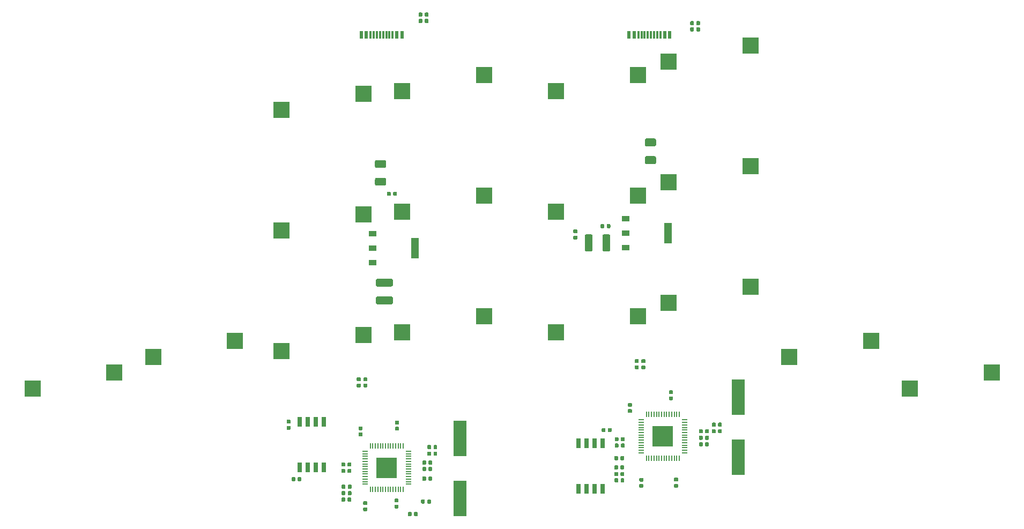
<source format=gbr>
G04 #@! TF.GenerationSoftware,KiCad,Pcbnew,(5.1.4)-1*
G04 #@! TF.CreationDate,2023-06-17T21:44:22-04:00*
G04 #@! TF.ProjectId,ThumbsUp,5468756d-6273-4557-902e-6b696361645f,rev?*
G04 #@! TF.SameCoordinates,Original*
G04 #@! TF.FileFunction,Paste,Bot*
G04 #@! TF.FilePolarity,Positive*
%FSLAX46Y46*%
G04 Gerber Fmt 4.6, Leading zero omitted, Abs format (unit mm)*
G04 Created by KiCad (PCBNEW (5.1.4)-1) date 2023-06-17 21:44:22*
%MOMM*%
%LPD*%
G04 APERTURE LIST*
%ADD10R,2.550000X2.500000*%
%ADD11R,0.600000X1.160000*%
%ADD12R,0.300000X1.160000*%
%ADD13R,1.300000X3.250000*%
%ADD14R,1.300000X0.950000*%
%ADD15C,0.100000*%
%ADD16C,1.250000*%
%ADD17C,0.590000*%
%ADD18R,2.100000X5.600000*%
%ADD19R,0.650000X1.650000*%
%ADD20R,3.200000X3.200000*%
%ADD21R,0.850000X0.200000*%
%ADD22R,0.200000X0.850000*%
G04 APERTURE END LIST*
D10*
X128167789Y-418952952D03*
X115240789Y-421492952D03*
X170254025Y-395280323D03*
X157327025Y-397820323D03*
D11*
X157475000Y-393560000D03*
X156675000Y-393560000D03*
X157475000Y-393560000D03*
X156675000Y-393560000D03*
X151075000Y-393560000D03*
X151075000Y-393560000D03*
X151875000Y-393560000D03*
X151875000Y-393560000D03*
D12*
X156025000Y-393560000D03*
X155025000Y-393560000D03*
X155525000Y-393560000D03*
X153025000Y-393560000D03*
X152525000Y-393560000D03*
X154525000Y-393560000D03*
X154025000Y-393560000D03*
X153525000Y-393560000D03*
D13*
X117270000Y-427290000D03*
D14*
X110570000Y-425000000D03*
X110570000Y-427290000D03*
X110570000Y-429580000D03*
D13*
X157200000Y-424925000D03*
D14*
X150500000Y-422635000D03*
X150500000Y-424925000D03*
X150500000Y-427215000D03*
D15*
G36*
X145079504Y-425106204D02*
G01*
X145103773Y-425109804D01*
X145127571Y-425115765D01*
X145150671Y-425124030D01*
X145172849Y-425134520D01*
X145193893Y-425147133D01*
X145213598Y-425161747D01*
X145231777Y-425178223D01*
X145248253Y-425196402D01*
X145262867Y-425216107D01*
X145275480Y-425237151D01*
X145285970Y-425259329D01*
X145294235Y-425282429D01*
X145300196Y-425306227D01*
X145303796Y-425330496D01*
X145305000Y-425355000D01*
X145305000Y-427505000D01*
X145303796Y-427529504D01*
X145300196Y-427553773D01*
X145294235Y-427577571D01*
X145285970Y-427600671D01*
X145275480Y-427622849D01*
X145262867Y-427643893D01*
X145248253Y-427663598D01*
X145231777Y-427681777D01*
X145213598Y-427698253D01*
X145193893Y-427712867D01*
X145172849Y-427725480D01*
X145150671Y-427735970D01*
X145127571Y-427744235D01*
X145103773Y-427750196D01*
X145079504Y-427753796D01*
X145055000Y-427755000D01*
X144305000Y-427755000D01*
X144280496Y-427753796D01*
X144256227Y-427750196D01*
X144232429Y-427744235D01*
X144209329Y-427735970D01*
X144187151Y-427725480D01*
X144166107Y-427712867D01*
X144146402Y-427698253D01*
X144128223Y-427681777D01*
X144111747Y-427663598D01*
X144097133Y-427643893D01*
X144084520Y-427622849D01*
X144074030Y-427600671D01*
X144065765Y-427577571D01*
X144059804Y-427553773D01*
X144056204Y-427529504D01*
X144055000Y-427505000D01*
X144055000Y-425355000D01*
X144056204Y-425330496D01*
X144059804Y-425306227D01*
X144065765Y-425282429D01*
X144074030Y-425259329D01*
X144084520Y-425237151D01*
X144097133Y-425216107D01*
X144111747Y-425196402D01*
X144128223Y-425178223D01*
X144146402Y-425161747D01*
X144166107Y-425147133D01*
X144187151Y-425134520D01*
X144209329Y-425124030D01*
X144232429Y-425115765D01*
X144256227Y-425109804D01*
X144280496Y-425106204D01*
X144305000Y-425105000D01*
X145055000Y-425105000D01*
X145079504Y-425106204D01*
X145079504Y-425106204D01*
G37*
D16*
X144680000Y-426430000D03*
D15*
G36*
X147879504Y-425106204D02*
G01*
X147903773Y-425109804D01*
X147927571Y-425115765D01*
X147950671Y-425124030D01*
X147972849Y-425134520D01*
X147993893Y-425147133D01*
X148013598Y-425161747D01*
X148031777Y-425178223D01*
X148048253Y-425196402D01*
X148062867Y-425216107D01*
X148075480Y-425237151D01*
X148085970Y-425259329D01*
X148094235Y-425282429D01*
X148100196Y-425306227D01*
X148103796Y-425330496D01*
X148105000Y-425355000D01*
X148105000Y-427505000D01*
X148103796Y-427529504D01*
X148100196Y-427553773D01*
X148094235Y-427577571D01*
X148085970Y-427600671D01*
X148075480Y-427622849D01*
X148062867Y-427643893D01*
X148048253Y-427663598D01*
X148031777Y-427681777D01*
X148013598Y-427698253D01*
X147993893Y-427712867D01*
X147972849Y-427725480D01*
X147950671Y-427735970D01*
X147927571Y-427744235D01*
X147903773Y-427750196D01*
X147879504Y-427753796D01*
X147855000Y-427755000D01*
X147105000Y-427755000D01*
X147080496Y-427753796D01*
X147056227Y-427750196D01*
X147032429Y-427744235D01*
X147009329Y-427735970D01*
X146987151Y-427725480D01*
X146966107Y-427712867D01*
X146946402Y-427698253D01*
X146928223Y-427681777D01*
X146911747Y-427663598D01*
X146897133Y-427643893D01*
X146884520Y-427622849D01*
X146874030Y-427600671D01*
X146865765Y-427577571D01*
X146859804Y-427553773D01*
X146856204Y-427529504D01*
X146855000Y-427505000D01*
X146855000Y-425355000D01*
X146856204Y-425330496D01*
X146859804Y-425306227D01*
X146865765Y-425282429D01*
X146874030Y-425259329D01*
X146884520Y-425237151D01*
X146897133Y-425216107D01*
X146911747Y-425196402D01*
X146928223Y-425178223D01*
X146946402Y-425161747D01*
X146966107Y-425147133D01*
X146987151Y-425134520D01*
X147009329Y-425124030D01*
X147032429Y-425115765D01*
X147056227Y-425109804D01*
X147080496Y-425106204D01*
X147105000Y-425105000D01*
X147855000Y-425105000D01*
X147879504Y-425106204D01*
X147879504Y-425106204D01*
G37*
D16*
X147480000Y-426430000D03*
D15*
G36*
X113519504Y-432086204D02*
G01*
X113543773Y-432089804D01*
X113567571Y-432095765D01*
X113590671Y-432104030D01*
X113612849Y-432114520D01*
X113633893Y-432127133D01*
X113653598Y-432141747D01*
X113671777Y-432158223D01*
X113688253Y-432176402D01*
X113702867Y-432196107D01*
X113715480Y-432217151D01*
X113725970Y-432239329D01*
X113734235Y-432262429D01*
X113740196Y-432286227D01*
X113743796Y-432310496D01*
X113745000Y-432335000D01*
X113745000Y-433085000D01*
X113743796Y-433109504D01*
X113740196Y-433133773D01*
X113734235Y-433157571D01*
X113725970Y-433180671D01*
X113715480Y-433202849D01*
X113702867Y-433223893D01*
X113688253Y-433243598D01*
X113671777Y-433261777D01*
X113653598Y-433278253D01*
X113633893Y-433292867D01*
X113612849Y-433305480D01*
X113590671Y-433315970D01*
X113567571Y-433324235D01*
X113543773Y-433330196D01*
X113519504Y-433333796D01*
X113495000Y-433335000D01*
X111345000Y-433335000D01*
X111320496Y-433333796D01*
X111296227Y-433330196D01*
X111272429Y-433324235D01*
X111249329Y-433315970D01*
X111227151Y-433305480D01*
X111206107Y-433292867D01*
X111186402Y-433278253D01*
X111168223Y-433261777D01*
X111151747Y-433243598D01*
X111137133Y-433223893D01*
X111124520Y-433202849D01*
X111114030Y-433180671D01*
X111105765Y-433157571D01*
X111099804Y-433133773D01*
X111096204Y-433109504D01*
X111095000Y-433085000D01*
X111095000Y-432335000D01*
X111096204Y-432310496D01*
X111099804Y-432286227D01*
X111105765Y-432262429D01*
X111114030Y-432239329D01*
X111124520Y-432217151D01*
X111137133Y-432196107D01*
X111151747Y-432176402D01*
X111168223Y-432158223D01*
X111186402Y-432141747D01*
X111206107Y-432127133D01*
X111227151Y-432114520D01*
X111249329Y-432104030D01*
X111272429Y-432095765D01*
X111296227Y-432089804D01*
X111320496Y-432086204D01*
X111345000Y-432085000D01*
X113495000Y-432085000D01*
X113519504Y-432086204D01*
X113519504Y-432086204D01*
G37*
D16*
X112420000Y-432710000D03*
D15*
G36*
X113519504Y-434886204D02*
G01*
X113543773Y-434889804D01*
X113567571Y-434895765D01*
X113590671Y-434904030D01*
X113612849Y-434914520D01*
X113633893Y-434927133D01*
X113653598Y-434941747D01*
X113671777Y-434958223D01*
X113688253Y-434976402D01*
X113702867Y-434996107D01*
X113715480Y-435017151D01*
X113725970Y-435039329D01*
X113734235Y-435062429D01*
X113740196Y-435086227D01*
X113743796Y-435110496D01*
X113745000Y-435135000D01*
X113745000Y-435885000D01*
X113743796Y-435909504D01*
X113740196Y-435933773D01*
X113734235Y-435957571D01*
X113725970Y-435980671D01*
X113715480Y-436002849D01*
X113702867Y-436023893D01*
X113688253Y-436043598D01*
X113671777Y-436061777D01*
X113653598Y-436078253D01*
X113633893Y-436092867D01*
X113612849Y-436105480D01*
X113590671Y-436115970D01*
X113567571Y-436124235D01*
X113543773Y-436130196D01*
X113519504Y-436133796D01*
X113495000Y-436135000D01*
X111345000Y-436135000D01*
X111320496Y-436133796D01*
X111296227Y-436130196D01*
X111272429Y-436124235D01*
X111249329Y-436115970D01*
X111227151Y-436105480D01*
X111206107Y-436092867D01*
X111186402Y-436078253D01*
X111168223Y-436061777D01*
X111151747Y-436043598D01*
X111137133Y-436023893D01*
X111124520Y-436002849D01*
X111114030Y-435980671D01*
X111105765Y-435957571D01*
X111099804Y-435933773D01*
X111096204Y-435909504D01*
X111095000Y-435885000D01*
X111095000Y-435135000D01*
X111096204Y-435110496D01*
X111099804Y-435086227D01*
X111105765Y-435062429D01*
X111114030Y-435039329D01*
X111124520Y-435017151D01*
X111137133Y-434996107D01*
X111151747Y-434976402D01*
X111168223Y-434958223D01*
X111186402Y-434941747D01*
X111206107Y-434927133D01*
X111227151Y-434914520D01*
X111249329Y-434904030D01*
X111272429Y-434895765D01*
X111296227Y-434889804D01*
X111320496Y-434886204D01*
X111345000Y-434885000D01*
X113495000Y-434885000D01*
X113519504Y-434886204D01*
X113519504Y-434886204D01*
G37*
D16*
X112420000Y-435510000D03*
D15*
G36*
X118676958Y-466980710D02*
G01*
X118691276Y-466982834D01*
X118705317Y-466986351D01*
X118718946Y-466991228D01*
X118732031Y-466997417D01*
X118744447Y-467004858D01*
X118756073Y-467013481D01*
X118766798Y-467023202D01*
X118776519Y-467033927D01*
X118785142Y-467045553D01*
X118792583Y-467057969D01*
X118798772Y-467071054D01*
X118803649Y-467084683D01*
X118807166Y-467098724D01*
X118809290Y-467113042D01*
X118810000Y-467127500D01*
X118810000Y-467472500D01*
X118809290Y-467486958D01*
X118807166Y-467501276D01*
X118803649Y-467515317D01*
X118798772Y-467528946D01*
X118792583Y-467542031D01*
X118785142Y-467554447D01*
X118776519Y-467566073D01*
X118766798Y-467576798D01*
X118756073Y-467586519D01*
X118744447Y-467595142D01*
X118732031Y-467602583D01*
X118718946Y-467608772D01*
X118705317Y-467613649D01*
X118691276Y-467617166D01*
X118676958Y-467619290D01*
X118662500Y-467620000D01*
X118367500Y-467620000D01*
X118353042Y-467619290D01*
X118338724Y-467617166D01*
X118324683Y-467613649D01*
X118311054Y-467608772D01*
X118297969Y-467602583D01*
X118285553Y-467595142D01*
X118273927Y-467586519D01*
X118263202Y-467576798D01*
X118253481Y-467566073D01*
X118244858Y-467554447D01*
X118237417Y-467542031D01*
X118231228Y-467528946D01*
X118226351Y-467515317D01*
X118222834Y-467501276D01*
X118220710Y-467486958D01*
X118220000Y-467472500D01*
X118220000Y-467127500D01*
X118220710Y-467113042D01*
X118222834Y-467098724D01*
X118226351Y-467084683D01*
X118231228Y-467071054D01*
X118237417Y-467057969D01*
X118244858Y-467045553D01*
X118253481Y-467033927D01*
X118263202Y-467023202D01*
X118273927Y-467013481D01*
X118285553Y-467004858D01*
X118297969Y-466997417D01*
X118311054Y-466991228D01*
X118324683Y-466986351D01*
X118338724Y-466982834D01*
X118353042Y-466980710D01*
X118367500Y-466980000D01*
X118662500Y-466980000D01*
X118676958Y-466980710D01*
X118676958Y-466980710D01*
G37*
D17*
X118515000Y-467300000D03*
D15*
G36*
X119646958Y-466980710D02*
G01*
X119661276Y-466982834D01*
X119675317Y-466986351D01*
X119688946Y-466991228D01*
X119702031Y-466997417D01*
X119714447Y-467004858D01*
X119726073Y-467013481D01*
X119736798Y-467023202D01*
X119746519Y-467033927D01*
X119755142Y-467045553D01*
X119762583Y-467057969D01*
X119768772Y-467071054D01*
X119773649Y-467084683D01*
X119777166Y-467098724D01*
X119779290Y-467113042D01*
X119780000Y-467127500D01*
X119780000Y-467472500D01*
X119779290Y-467486958D01*
X119777166Y-467501276D01*
X119773649Y-467515317D01*
X119768772Y-467528946D01*
X119762583Y-467542031D01*
X119755142Y-467554447D01*
X119746519Y-467566073D01*
X119736798Y-467576798D01*
X119726073Y-467586519D01*
X119714447Y-467595142D01*
X119702031Y-467602583D01*
X119688946Y-467608772D01*
X119675317Y-467613649D01*
X119661276Y-467617166D01*
X119646958Y-467619290D01*
X119632500Y-467620000D01*
X119337500Y-467620000D01*
X119323042Y-467619290D01*
X119308724Y-467617166D01*
X119294683Y-467613649D01*
X119281054Y-467608772D01*
X119267969Y-467602583D01*
X119255553Y-467595142D01*
X119243927Y-467586519D01*
X119233202Y-467576798D01*
X119223481Y-467566073D01*
X119214858Y-467554447D01*
X119207417Y-467542031D01*
X119201228Y-467528946D01*
X119196351Y-467515317D01*
X119192834Y-467501276D01*
X119190710Y-467486958D01*
X119190000Y-467472500D01*
X119190000Y-467127500D01*
X119190710Y-467113042D01*
X119192834Y-467098724D01*
X119196351Y-467084683D01*
X119201228Y-467071054D01*
X119207417Y-467057969D01*
X119214858Y-467045553D01*
X119223481Y-467033927D01*
X119233202Y-467023202D01*
X119243927Y-467013481D01*
X119255553Y-467004858D01*
X119267969Y-466997417D01*
X119281054Y-466991228D01*
X119294683Y-466986351D01*
X119308724Y-466982834D01*
X119323042Y-466980710D01*
X119337500Y-466980000D01*
X119632500Y-466980000D01*
X119646958Y-466980710D01*
X119646958Y-466980710D01*
G37*
D17*
X119485000Y-467300000D03*
D10*
X109117789Y-421952952D03*
X96190789Y-424492952D03*
X195427025Y-449420322D03*
X208354025Y-446880322D03*
X176377025Y-444420323D03*
X189304025Y-441880323D03*
X157327025Y-435920322D03*
X170254025Y-433380322D03*
X157327025Y-416870322D03*
X170254025Y-414330322D03*
X152447025Y-438000322D03*
X139520025Y-440540322D03*
X152447025Y-418950323D03*
X139520025Y-421490323D03*
X139520026Y-402440322D03*
X152447026Y-399900322D03*
X128167789Y-438002952D03*
X115240789Y-440542952D03*
X115240790Y-402442952D03*
X128167790Y-399902952D03*
X109117790Y-441002952D03*
X96190790Y-443542952D03*
X96190790Y-405442952D03*
X109117790Y-402902952D03*
X75897789Y-444422953D03*
X88824789Y-441882953D03*
X56847789Y-449422952D03*
X69774789Y-446882952D03*
D15*
G36*
X147016958Y-423470710D02*
G01*
X147031276Y-423472834D01*
X147045317Y-423476351D01*
X147058946Y-423481228D01*
X147072031Y-423487417D01*
X147084447Y-423494858D01*
X147096073Y-423503481D01*
X147106798Y-423513202D01*
X147116519Y-423523927D01*
X147125142Y-423535553D01*
X147132583Y-423547969D01*
X147138772Y-423561054D01*
X147143649Y-423574683D01*
X147147166Y-423588724D01*
X147149290Y-423603042D01*
X147150000Y-423617500D01*
X147150000Y-423962500D01*
X147149290Y-423976958D01*
X147147166Y-423991276D01*
X147143649Y-424005317D01*
X147138772Y-424018946D01*
X147132583Y-424032031D01*
X147125142Y-424044447D01*
X147116519Y-424056073D01*
X147106798Y-424066798D01*
X147096073Y-424076519D01*
X147084447Y-424085142D01*
X147072031Y-424092583D01*
X147058946Y-424098772D01*
X147045317Y-424103649D01*
X147031276Y-424107166D01*
X147016958Y-424109290D01*
X147002500Y-424110000D01*
X146707500Y-424110000D01*
X146693042Y-424109290D01*
X146678724Y-424107166D01*
X146664683Y-424103649D01*
X146651054Y-424098772D01*
X146637969Y-424092583D01*
X146625553Y-424085142D01*
X146613927Y-424076519D01*
X146603202Y-424066798D01*
X146593481Y-424056073D01*
X146584858Y-424044447D01*
X146577417Y-424032031D01*
X146571228Y-424018946D01*
X146566351Y-424005317D01*
X146562834Y-423991276D01*
X146560710Y-423976958D01*
X146560000Y-423962500D01*
X146560000Y-423617500D01*
X146560710Y-423603042D01*
X146562834Y-423588724D01*
X146566351Y-423574683D01*
X146571228Y-423561054D01*
X146577417Y-423547969D01*
X146584858Y-423535553D01*
X146593481Y-423523927D01*
X146603202Y-423513202D01*
X146613927Y-423503481D01*
X146625553Y-423494858D01*
X146637969Y-423487417D01*
X146651054Y-423481228D01*
X146664683Y-423476351D01*
X146678724Y-423472834D01*
X146693042Y-423470710D01*
X146707500Y-423470000D01*
X147002500Y-423470000D01*
X147016958Y-423470710D01*
X147016958Y-423470710D01*
G37*
D17*
X146855000Y-423790000D03*
D15*
G36*
X147986958Y-423470710D02*
G01*
X148001276Y-423472834D01*
X148015317Y-423476351D01*
X148028946Y-423481228D01*
X148042031Y-423487417D01*
X148054447Y-423494858D01*
X148066073Y-423503481D01*
X148076798Y-423513202D01*
X148086519Y-423523927D01*
X148095142Y-423535553D01*
X148102583Y-423547969D01*
X148108772Y-423561054D01*
X148113649Y-423574683D01*
X148117166Y-423588724D01*
X148119290Y-423603042D01*
X148120000Y-423617500D01*
X148120000Y-423962500D01*
X148119290Y-423976958D01*
X148117166Y-423991276D01*
X148113649Y-424005317D01*
X148108772Y-424018946D01*
X148102583Y-424032031D01*
X148095142Y-424044447D01*
X148086519Y-424056073D01*
X148076798Y-424066798D01*
X148066073Y-424076519D01*
X148054447Y-424085142D01*
X148042031Y-424092583D01*
X148028946Y-424098772D01*
X148015317Y-424103649D01*
X148001276Y-424107166D01*
X147986958Y-424109290D01*
X147972500Y-424110000D01*
X147677500Y-424110000D01*
X147663042Y-424109290D01*
X147648724Y-424107166D01*
X147634683Y-424103649D01*
X147621054Y-424098772D01*
X147607969Y-424092583D01*
X147595553Y-424085142D01*
X147583927Y-424076519D01*
X147573202Y-424066798D01*
X147563481Y-424056073D01*
X147554858Y-424044447D01*
X147547417Y-424032031D01*
X147541228Y-424018946D01*
X147536351Y-424005317D01*
X147532834Y-423991276D01*
X147530710Y-423976958D01*
X147530000Y-423962500D01*
X147530000Y-423617500D01*
X147530710Y-423603042D01*
X147532834Y-423588724D01*
X147536351Y-423574683D01*
X147541228Y-423561054D01*
X147547417Y-423547969D01*
X147554858Y-423535553D01*
X147563481Y-423523927D01*
X147573202Y-423513202D01*
X147583927Y-423503481D01*
X147595553Y-423494858D01*
X147607969Y-423487417D01*
X147621054Y-423481228D01*
X147634683Y-423476351D01*
X147648724Y-423472834D01*
X147663042Y-423470710D01*
X147677500Y-423470000D01*
X147972500Y-423470000D01*
X147986958Y-423470710D01*
X147986958Y-423470710D01*
G37*
D17*
X147825000Y-423790000D03*
D15*
G36*
X117556958Y-468955710D02*
G01*
X117571276Y-468957834D01*
X117585317Y-468961351D01*
X117598946Y-468966228D01*
X117612031Y-468972417D01*
X117624447Y-468979858D01*
X117636073Y-468988481D01*
X117646798Y-468998202D01*
X117656519Y-469008927D01*
X117665142Y-469020553D01*
X117672583Y-469032969D01*
X117678772Y-469046054D01*
X117683649Y-469059683D01*
X117687166Y-469073724D01*
X117689290Y-469088042D01*
X117690000Y-469102500D01*
X117690000Y-469447500D01*
X117689290Y-469461958D01*
X117687166Y-469476276D01*
X117683649Y-469490317D01*
X117678772Y-469503946D01*
X117672583Y-469517031D01*
X117665142Y-469529447D01*
X117656519Y-469541073D01*
X117646798Y-469551798D01*
X117636073Y-469561519D01*
X117624447Y-469570142D01*
X117612031Y-469577583D01*
X117598946Y-469583772D01*
X117585317Y-469588649D01*
X117571276Y-469592166D01*
X117556958Y-469594290D01*
X117542500Y-469595000D01*
X117247500Y-469595000D01*
X117233042Y-469594290D01*
X117218724Y-469592166D01*
X117204683Y-469588649D01*
X117191054Y-469583772D01*
X117177969Y-469577583D01*
X117165553Y-469570142D01*
X117153927Y-469561519D01*
X117143202Y-469551798D01*
X117133481Y-469541073D01*
X117124858Y-469529447D01*
X117117417Y-469517031D01*
X117111228Y-469503946D01*
X117106351Y-469490317D01*
X117102834Y-469476276D01*
X117100710Y-469461958D01*
X117100000Y-469447500D01*
X117100000Y-469102500D01*
X117100710Y-469088042D01*
X117102834Y-469073724D01*
X117106351Y-469059683D01*
X117111228Y-469046054D01*
X117117417Y-469032969D01*
X117124858Y-469020553D01*
X117133481Y-469008927D01*
X117143202Y-468998202D01*
X117153927Y-468988481D01*
X117165553Y-468979858D01*
X117177969Y-468972417D01*
X117191054Y-468966228D01*
X117204683Y-468961351D01*
X117218724Y-468957834D01*
X117233042Y-468955710D01*
X117247500Y-468955000D01*
X117542500Y-468955000D01*
X117556958Y-468955710D01*
X117556958Y-468955710D01*
G37*
D17*
X117395000Y-469275000D03*
D15*
G36*
X116586958Y-468955710D02*
G01*
X116601276Y-468957834D01*
X116615317Y-468961351D01*
X116628946Y-468966228D01*
X116642031Y-468972417D01*
X116654447Y-468979858D01*
X116666073Y-468988481D01*
X116676798Y-468998202D01*
X116686519Y-469008927D01*
X116695142Y-469020553D01*
X116702583Y-469032969D01*
X116708772Y-469046054D01*
X116713649Y-469059683D01*
X116717166Y-469073724D01*
X116719290Y-469088042D01*
X116720000Y-469102500D01*
X116720000Y-469447500D01*
X116719290Y-469461958D01*
X116717166Y-469476276D01*
X116713649Y-469490317D01*
X116708772Y-469503946D01*
X116702583Y-469517031D01*
X116695142Y-469529447D01*
X116686519Y-469541073D01*
X116676798Y-469551798D01*
X116666073Y-469561519D01*
X116654447Y-469570142D01*
X116642031Y-469577583D01*
X116628946Y-469583772D01*
X116615317Y-469588649D01*
X116601276Y-469592166D01*
X116586958Y-469594290D01*
X116572500Y-469595000D01*
X116277500Y-469595000D01*
X116263042Y-469594290D01*
X116248724Y-469592166D01*
X116234683Y-469588649D01*
X116221054Y-469583772D01*
X116207969Y-469577583D01*
X116195553Y-469570142D01*
X116183927Y-469561519D01*
X116173202Y-469551798D01*
X116163481Y-469541073D01*
X116154858Y-469529447D01*
X116147417Y-469517031D01*
X116141228Y-469503946D01*
X116136351Y-469490317D01*
X116132834Y-469476276D01*
X116130710Y-469461958D01*
X116130000Y-469447500D01*
X116130000Y-469102500D01*
X116130710Y-469088042D01*
X116132834Y-469073724D01*
X116136351Y-469059683D01*
X116141228Y-469046054D01*
X116147417Y-469032969D01*
X116154858Y-469020553D01*
X116163481Y-469008927D01*
X116173202Y-468998202D01*
X116183927Y-468988481D01*
X116195553Y-468979858D01*
X116207969Y-468972417D01*
X116221054Y-468966228D01*
X116234683Y-468961351D01*
X116248724Y-468957834D01*
X116263042Y-468955710D01*
X116277500Y-468955000D01*
X116572500Y-468955000D01*
X116586958Y-468955710D01*
X116586958Y-468955710D01*
G37*
D17*
X116425000Y-469275000D03*
D15*
G36*
X109612958Y-447697710D02*
G01*
X109627276Y-447699834D01*
X109641317Y-447703351D01*
X109654946Y-447708228D01*
X109668031Y-447714417D01*
X109680447Y-447721858D01*
X109692073Y-447730481D01*
X109702798Y-447740202D01*
X109712519Y-447750927D01*
X109721142Y-447762553D01*
X109728583Y-447774969D01*
X109734772Y-447788054D01*
X109739649Y-447801683D01*
X109743166Y-447815724D01*
X109745290Y-447830042D01*
X109746000Y-447844500D01*
X109746000Y-448139500D01*
X109745290Y-448153958D01*
X109743166Y-448168276D01*
X109739649Y-448182317D01*
X109734772Y-448195946D01*
X109728583Y-448209031D01*
X109721142Y-448221447D01*
X109712519Y-448233073D01*
X109702798Y-448243798D01*
X109692073Y-448253519D01*
X109680447Y-448262142D01*
X109668031Y-448269583D01*
X109654946Y-448275772D01*
X109641317Y-448280649D01*
X109627276Y-448284166D01*
X109612958Y-448286290D01*
X109598500Y-448287000D01*
X109253500Y-448287000D01*
X109239042Y-448286290D01*
X109224724Y-448284166D01*
X109210683Y-448280649D01*
X109197054Y-448275772D01*
X109183969Y-448269583D01*
X109171553Y-448262142D01*
X109159927Y-448253519D01*
X109149202Y-448243798D01*
X109139481Y-448233073D01*
X109130858Y-448221447D01*
X109123417Y-448209031D01*
X109117228Y-448195946D01*
X109112351Y-448182317D01*
X109108834Y-448168276D01*
X109106710Y-448153958D01*
X109106000Y-448139500D01*
X109106000Y-447844500D01*
X109106710Y-447830042D01*
X109108834Y-447815724D01*
X109112351Y-447801683D01*
X109117228Y-447788054D01*
X109123417Y-447774969D01*
X109130858Y-447762553D01*
X109139481Y-447750927D01*
X109149202Y-447740202D01*
X109159927Y-447730481D01*
X109171553Y-447721858D01*
X109183969Y-447714417D01*
X109197054Y-447708228D01*
X109210683Y-447703351D01*
X109224724Y-447699834D01*
X109239042Y-447697710D01*
X109253500Y-447697000D01*
X109598500Y-447697000D01*
X109612958Y-447697710D01*
X109612958Y-447697710D01*
G37*
D17*
X109426000Y-447992000D03*
D15*
G36*
X109612958Y-448667710D02*
G01*
X109627276Y-448669834D01*
X109641317Y-448673351D01*
X109654946Y-448678228D01*
X109668031Y-448684417D01*
X109680447Y-448691858D01*
X109692073Y-448700481D01*
X109702798Y-448710202D01*
X109712519Y-448720927D01*
X109721142Y-448732553D01*
X109728583Y-448744969D01*
X109734772Y-448758054D01*
X109739649Y-448771683D01*
X109743166Y-448785724D01*
X109745290Y-448800042D01*
X109746000Y-448814500D01*
X109746000Y-449109500D01*
X109745290Y-449123958D01*
X109743166Y-449138276D01*
X109739649Y-449152317D01*
X109734772Y-449165946D01*
X109728583Y-449179031D01*
X109721142Y-449191447D01*
X109712519Y-449203073D01*
X109702798Y-449213798D01*
X109692073Y-449223519D01*
X109680447Y-449232142D01*
X109668031Y-449239583D01*
X109654946Y-449245772D01*
X109641317Y-449250649D01*
X109627276Y-449254166D01*
X109612958Y-449256290D01*
X109598500Y-449257000D01*
X109253500Y-449257000D01*
X109239042Y-449256290D01*
X109224724Y-449254166D01*
X109210683Y-449250649D01*
X109197054Y-449245772D01*
X109183969Y-449239583D01*
X109171553Y-449232142D01*
X109159927Y-449223519D01*
X109149202Y-449213798D01*
X109139481Y-449203073D01*
X109130858Y-449191447D01*
X109123417Y-449179031D01*
X109117228Y-449165946D01*
X109112351Y-449152317D01*
X109108834Y-449138276D01*
X109106710Y-449123958D01*
X109106000Y-449109500D01*
X109106000Y-448814500D01*
X109106710Y-448800042D01*
X109108834Y-448785724D01*
X109112351Y-448771683D01*
X109117228Y-448758054D01*
X109123417Y-448744969D01*
X109130858Y-448732553D01*
X109139481Y-448720927D01*
X109149202Y-448710202D01*
X109159927Y-448700481D01*
X109171553Y-448691858D01*
X109183969Y-448684417D01*
X109197054Y-448678228D01*
X109210683Y-448673351D01*
X109224724Y-448669834D01*
X109239042Y-448667710D01*
X109253500Y-448667000D01*
X109598500Y-448667000D01*
X109612958Y-448667710D01*
X109612958Y-448667710D01*
G37*
D17*
X109426000Y-448962000D03*
D15*
G36*
X108562958Y-447697710D02*
G01*
X108577276Y-447699834D01*
X108591317Y-447703351D01*
X108604946Y-447708228D01*
X108618031Y-447714417D01*
X108630447Y-447721858D01*
X108642073Y-447730481D01*
X108652798Y-447740202D01*
X108662519Y-447750927D01*
X108671142Y-447762553D01*
X108678583Y-447774969D01*
X108684772Y-447788054D01*
X108689649Y-447801683D01*
X108693166Y-447815724D01*
X108695290Y-447830042D01*
X108696000Y-447844500D01*
X108696000Y-448139500D01*
X108695290Y-448153958D01*
X108693166Y-448168276D01*
X108689649Y-448182317D01*
X108684772Y-448195946D01*
X108678583Y-448209031D01*
X108671142Y-448221447D01*
X108662519Y-448233073D01*
X108652798Y-448243798D01*
X108642073Y-448253519D01*
X108630447Y-448262142D01*
X108618031Y-448269583D01*
X108604946Y-448275772D01*
X108591317Y-448280649D01*
X108577276Y-448284166D01*
X108562958Y-448286290D01*
X108548500Y-448287000D01*
X108203500Y-448287000D01*
X108189042Y-448286290D01*
X108174724Y-448284166D01*
X108160683Y-448280649D01*
X108147054Y-448275772D01*
X108133969Y-448269583D01*
X108121553Y-448262142D01*
X108109927Y-448253519D01*
X108099202Y-448243798D01*
X108089481Y-448233073D01*
X108080858Y-448221447D01*
X108073417Y-448209031D01*
X108067228Y-448195946D01*
X108062351Y-448182317D01*
X108058834Y-448168276D01*
X108056710Y-448153958D01*
X108056000Y-448139500D01*
X108056000Y-447844500D01*
X108056710Y-447830042D01*
X108058834Y-447815724D01*
X108062351Y-447801683D01*
X108067228Y-447788054D01*
X108073417Y-447774969D01*
X108080858Y-447762553D01*
X108089481Y-447750927D01*
X108099202Y-447740202D01*
X108109927Y-447730481D01*
X108121553Y-447721858D01*
X108133969Y-447714417D01*
X108147054Y-447708228D01*
X108160683Y-447703351D01*
X108174724Y-447699834D01*
X108189042Y-447697710D01*
X108203500Y-447697000D01*
X108548500Y-447697000D01*
X108562958Y-447697710D01*
X108562958Y-447697710D01*
G37*
D17*
X108376000Y-447992000D03*
D15*
G36*
X108562958Y-448667710D02*
G01*
X108577276Y-448669834D01*
X108591317Y-448673351D01*
X108604946Y-448678228D01*
X108618031Y-448684417D01*
X108630447Y-448691858D01*
X108642073Y-448700481D01*
X108652798Y-448710202D01*
X108662519Y-448720927D01*
X108671142Y-448732553D01*
X108678583Y-448744969D01*
X108684772Y-448758054D01*
X108689649Y-448771683D01*
X108693166Y-448785724D01*
X108695290Y-448800042D01*
X108696000Y-448814500D01*
X108696000Y-449109500D01*
X108695290Y-449123958D01*
X108693166Y-449138276D01*
X108689649Y-449152317D01*
X108684772Y-449165946D01*
X108678583Y-449179031D01*
X108671142Y-449191447D01*
X108662519Y-449203073D01*
X108652798Y-449213798D01*
X108642073Y-449223519D01*
X108630447Y-449232142D01*
X108618031Y-449239583D01*
X108604946Y-449245772D01*
X108591317Y-449250649D01*
X108577276Y-449254166D01*
X108562958Y-449256290D01*
X108548500Y-449257000D01*
X108203500Y-449257000D01*
X108189042Y-449256290D01*
X108174724Y-449254166D01*
X108160683Y-449250649D01*
X108147054Y-449245772D01*
X108133969Y-449239583D01*
X108121553Y-449232142D01*
X108109927Y-449223519D01*
X108099202Y-449213798D01*
X108089481Y-449203073D01*
X108080858Y-449191447D01*
X108073417Y-449179031D01*
X108067228Y-449165946D01*
X108062351Y-449152317D01*
X108058834Y-449138276D01*
X108056710Y-449123958D01*
X108056000Y-449109500D01*
X108056000Y-448814500D01*
X108056710Y-448800042D01*
X108058834Y-448785724D01*
X108062351Y-448771683D01*
X108067228Y-448758054D01*
X108073417Y-448744969D01*
X108080858Y-448732553D01*
X108089481Y-448720927D01*
X108099202Y-448710202D01*
X108109927Y-448700481D01*
X108121553Y-448691858D01*
X108133969Y-448684417D01*
X108147054Y-448678228D01*
X108160683Y-448673351D01*
X108174724Y-448669834D01*
X108189042Y-448667710D01*
X108203500Y-448667000D01*
X108548500Y-448667000D01*
X108562958Y-448667710D01*
X108562958Y-448667710D01*
G37*
D17*
X108376000Y-448962000D03*
D15*
G36*
X118286958Y-391055710D02*
G01*
X118301276Y-391057834D01*
X118315317Y-391061351D01*
X118328946Y-391066228D01*
X118342031Y-391072417D01*
X118354447Y-391079858D01*
X118366073Y-391088481D01*
X118376798Y-391098202D01*
X118386519Y-391108927D01*
X118395142Y-391120553D01*
X118402583Y-391132969D01*
X118408772Y-391146054D01*
X118413649Y-391159683D01*
X118417166Y-391173724D01*
X118419290Y-391188042D01*
X118420000Y-391202500D01*
X118420000Y-391547500D01*
X118419290Y-391561958D01*
X118417166Y-391576276D01*
X118413649Y-391590317D01*
X118408772Y-391603946D01*
X118402583Y-391617031D01*
X118395142Y-391629447D01*
X118386519Y-391641073D01*
X118376798Y-391651798D01*
X118366073Y-391661519D01*
X118354447Y-391670142D01*
X118342031Y-391677583D01*
X118328946Y-391683772D01*
X118315317Y-391688649D01*
X118301276Y-391692166D01*
X118286958Y-391694290D01*
X118272500Y-391695000D01*
X117977500Y-391695000D01*
X117963042Y-391694290D01*
X117948724Y-391692166D01*
X117934683Y-391688649D01*
X117921054Y-391683772D01*
X117907969Y-391677583D01*
X117895553Y-391670142D01*
X117883927Y-391661519D01*
X117873202Y-391651798D01*
X117863481Y-391641073D01*
X117854858Y-391629447D01*
X117847417Y-391617031D01*
X117841228Y-391603946D01*
X117836351Y-391590317D01*
X117832834Y-391576276D01*
X117830710Y-391561958D01*
X117830000Y-391547500D01*
X117830000Y-391202500D01*
X117830710Y-391188042D01*
X117832834Y-391173724D01*
X117836351Y-391159683D01*
X117841228Y-391146054D01*
X117847417Y-391132969D01*
X117854858Y-391120553D01*
X117863481Y-391108927D01*
X117873202Y-391098202D01*
X117883927Y-391088481D01*
X117895553Y-391079858D01*
X117907969Y-391072417D01*
X117921054Y-391066228D01*
X117934683Y-391061351D01*
X117948724Y-391057834D01*
X117963042Y-391055710D01*
X117977500Y-391055000D01*
X118272500Y-391055000D01*
X118286958Y-391055710D01*
X118286958Y-391055710D01*
G37*
D17*
X118125000Y-391375000D03*
D15*
G36*
X119256958Y-391055710D02*
G01*
X119271276Y-391057834D01*
X119285317Y-391061351D01*
X119298946Y-391066228D01*
X119312031Y-391072417D01*
X119324447Y-391079858D01*
X119336073Y-391088481D01*
X119346798Y-391098202D01*
X119356519Y-391108927D01*
X119365142Y-391120553D01*
X119372583Y-391132969D01*
X119378772Y-391146054D01*
X119383649Y-391159683D01*
X119387166Y-391173724D01*
X119389290Y-391188042D01*
X119390000Y-391202500D01*
X119390000Y-391547500D01*
X119389290Y-391561958D01*
X119387166Y-391576276D01*
X119383649Y-391590317D01*
X119378772Y-391603946D01*
X119372583Y-391617031D01*
X119365142Y-391629447D01*
X119356519Y-391641073D01*
X119346798Y-391651798D01*
X119336073Y-391661519D01*
X119324447Y-391670142D01*
X119312031Y-391677583D01*
X119298946Y-391683772D01*
X119285317Y-391688649D01*
X119271276Y-391692166D01*
X119256958Y-391694290D01*
X119242500Y-391695000D01*
X118947500Y-391695000D01*
X118933042Y-391694290D01*
X118918724Y-391692166D01*
X118904683Y-391688649D01*
X118891054Y-391683772D01*
X118877969Y-391677583D01*
X118865553Y-391670142D01*
X118853927Y-391661519D01*
X118843202Y-391651798D01*
X118833481Y-391641073D01*
X118824858Y-391629447D01*
X118817417Y-391617031D01*
X118811228Y-391603946D01*
X118806351Y-391590317D01*
X118802834Y-391576276D01*
X118800710Y-391561958D01*
X118800000Y-391547500D01*
X118800000Y-391202500D01*
X118800710Y-391188042D01*
X118802834Y-391173724D01*
X118806351Y-391159683D01*
X118811228Y-391146054D01*
X118817417Y-391132969D01*
X118824858Y-391120553D01*
X118833481Y-391108927D01*
X118843202Y-391098202D01*
X118853927Y-391088481D01*
X118865553Y-391079858D01*
X118877969Y-391072417D01*
X118891054Y-391066228D01*
X118904683Y-391061351D01*
X118918724Y-391057834D01*
X118933042Y-391055710D01*
X118947500Y-391055000D01*
X119242500Y-391055000D01*
X119256958Y-391055710D01*
X119256958Y-391055710D01*
G37*
D17*
X119095000Y-391375000D03*
D15*
G36*
X119256958Y-390055710D02*
G01*
X119271276Y-390057834D01*
X119285317Y-390061351D01*
X119298946Y-390066228D01*
X119312031Y-390072417D01*
X119324447Y-390079858D01*
X119336073Y-390088481D01*
X119346798Y-390098202D01*
X119356519Y-390108927D01*
X119365142Y-390120553D01*
X119372583Y-390132969D01*
X119378772Y-390146054D01*
X119383649Y-390159683D01*
X119387166Y-390173724D01*
X119389290Y-390188042D01*
X119390000Y-390202500D01*
X119390000Y-390547500D01*
X119389290Y-390561958D01*
X119387166Y-390576276D01*
X119383649Y-390590317D01*
X119378772Y-390603946D01*
X119372583Y-390617031D01*
X119365142Y-390629447D01*
X119356519Y-390641073D01*
X119346798Y-390651798D01*
X119336073Y-390661519D01*
X119324447Y-390670142D01*
X119312031Y-390677583D01*
X119298946Y-390683772D01*
X119285317Y-390688649D01*
X119271276Y-390692166D01*
X119256958Y-390694290D01*
X119242500Y-390695000D01*
X118947500Y-390695000D01*
X118933042Y-390694290D01*
X118918724Y-390692166D01*
X118904683Y-390688649D01*
X118891054Y-390683772D01*
X118877969Y-390677583D01*
X118865553Y-390670142D01*
X118853927Y-390661519D01*
X118843202Y-390651798D01*
X118833481Y-390641073D01*
X118824858Y-390629447D01*
X118817417Y-390617031D01*
X118811228Y-390603946D01*
X118806351Y-390590317D01*
X118802834Y-390576276D01*
X118800710Y-390561958D01*
X118800000Y-390547500D01*
X118800000Y-390202500D01*
X118800710Y-390188042D01*
X118802834Y-390173724D01*
X118806351Y-390159683D01*
X118811228Y-390146054D01*
X118817417Y-390132969D01*
X118824858Y-390120553D01*
X118833481Y-390108927D01*
X118843202Y-390098202D01*
X118853927Y-390088481D01*
X118865553Y-390079858D01*
X118877969Y-390072417D01*
X118891054Y-390066228D01*
X118904683Y-390061351D01*
X118918724Y-390057834D01*
X118933042Y-390055710D01*
X118947500Y-390055000D01*
X119242500Y-390055000D01*
X119256958Y-390055710D01*
X119256958Y-390055710D01*
G37*
D17*
X119095000Y-390375000D03*
D15*
G36*
X118286958Y-390055710D02*
G01*
X118301276Y-390057834D01*
X118315317Y-390061351D01*
X118328946Y-390066228D01*
X118342031Y-390072417D01*
X118354447Y-390079858D01*
X118366073Y-390088481D01*
X118376798Y-390098202D01*
X118386519Y-390108927D01*
X118395142Y-390120553D01*
X118402583Y-390132969D01*
X118408772Y-390146054D01*
X118413649Y-390159683D01*
X118417166Y-390173724D01*
X118419290Y-390188042D01*
X118420000Y-390202500D01*
X118420000Y-390547500D01*
X118419290Y-390561958D01*
X118417166Y-390576276D01*
X118413649Y-390590317D01*
X118408772Y-390603946D01*
X118402583Y-390617031D01*
X118395142Y-390629447D01*
X118386519Y-390641073D01*
X118376798Y-390651798D01*
X118366073Y-390661519D01*
X118354447Y-390670142D01*
X118342031Y-390677583D01*
X118328946Y-390683772D01*
X118315317Y-390688649D01*
X118301276Y-390692166D01*
X118286958Y-390694290D01*
X118272500Y-390695000D01*
X117977500Y-390695000D01*
X117963042Y-390694290D01*
X117948724Y-390692166D01*
X117934683Y-390688649D01*
X117921054Y-390683772D01*
X117907969Y-390677583D01*
X117895553Y-390670142D01*
X117883927Y-390661519D01*
X117873202Y-390651798D01*
X117863481Y-390641073D01*
X117854858Y-390629447D01*
X117847417Y-390617031D01*
X117841228Y-390603946D01*
X117836351Y-390590317D01*
X117832834Y-390576276D01*
X117830710Y-390561958D01*
X117830000Y-390547500D01*
X117830000Y-390202500D01*
X117830710Y-390188042D01*
X117832834Y-390173724D01*
X117836351Y-390159683D01*
X117841228Y-390146054D01*
X117847417Y-390132969D01*
X117854858Y-390120553D01*
X117863481Y-390108927D01*
X117873202Y-390098202D01*
X117883927Y-390088481D01*
X117895553Y-390079858D01*
X117907969Y-390072417D01*
X117921054Y-390066228D01*
X117934683Y-390061351D01*
X117948724Y-390057834D01*
X117963042Y-390055710D01*
X117977500Y-390055000D01*
X118272500Y-390055000D01*
X118286958Y-390055710D01*
X118286958Y-390055710D01*
G37*
D17*
X118125000Y-390375000D03*
D15*
G36*
X163531958Y-455880710D02*
G01*
X163546276Y-455882834D01*
X163560317Y-455886351D01*
X163573946Y-455891228D01*
X163587031Y-455897417D01*
X163599447Y-455904858D01*
X163611073Y-455913481D01*
X163621798Y-455923202D01*
X163631519Y-455933927D01*
X163640142Y-455945553D01*
X163647583Y-455957969D01*
X163653772Y-455971054D01*
X163658649Y-455984683D01*
X163662166Y-455998724D01*
X163664290Y-456013042D01*
X163665000Y-456027500D01*
X163665000Y-456372500D01*
X163664290Y-456386958D01*
X163662166Y-456401276D01*
X163658649Y-456415317D01*
X163653772Y-456428946D01*
X163647583Y-456442031D01*
X163640142Y-456454447D01*
X163631519Y-456466073D01*
X163621798Y-456476798D01*
X163611073Y-456486519D01*
X163599447Y-456495142D01*
X163587031Y-456502583D01*
X163573946Y-456508772D01*
X163560317Y-456513649D01*
X163546276Y-456517166D01*
X163531958Y-456519290D01*
X163517500Y-456520000D01*
X163222500Y-456520000D01*
X163208042Y-456519290D01*
X163193724Y-456517166D01*
X163179683Y-456513649D01*
X163166054Y-456508772D01*
X163152969Y-456502583D01*
X163140553Y-456495142D01*
X163128927Y-456486519D01*
X163118202Y-456476798D01*
X163108481Y-456466073D01*
X163099858Y-456454447D01*
X163092417Y-456442031D01*
X163086228Y-456428946D01*
X163081351Y-456415317D01*
X163077834Y-456401276D01*
X163075710Y-456386958D01*
X163075000Y-456372500D01*
X163075000Y-456027500D01*
X163075710Y-456013042D01*
X163077834Y-455998724D01*
X163081351Y-455984683D01*
X163086228Y-455971054D01*
X163092417Y-455957969D01*
X163099858Y-455945553D01*
X163108481Y-455933927D01*
X163118202Y-455923202D01*
X163128927Y-455913481D01*
X163140553Y-455904858D01*
X163152969Y-455897417D01*
X163166054Y-455891228D01*
X163179683Y-455886351D01*
X163193724Y-455882834D01*
X163208042Y-455880710D01*
X163222500Y-455880000D01*
X163517500Y-455880000D01*
X163531958Y-455880710D01*
X163531958Y-455880710D01*
G37*
D17*
X163370000Y-456200000D03*
D15*
G36*
X162561958Y-455880710D02*
G01*
X162576276Y-455882834D01*
X162590317Y-455886351D01*
X162603946Y-455891228D01*
X162617031Y-455897417D01*
X162629447Y-455904858D01*
X162641073Y-455913481D01*
X162651798Y-455923202D01*
X162661519Y-455933927D01*
X162670142Y-455945553D01*
X162677583Y-455957969D01*
X162683772Y-455971054D01*
X162688649Y-455984683D01*
X162692166Y-455998724D01*
X162694290Y-456013042D01*
X162695000Y-456027500D01*
X162695000Y-456372500D01*
X162694290Y-456386958D01*
X162692166Y-456401276D01*
X162688649Y-456415317D01*
X162683772Y-456428946D01*
X162677583Y-456442031D01*
X162670142Y-456454447D01*
X162661519Y-456466073D01*
X162651798Y-456476798D01*
X162641073Y-456486519D01*
X162629447Y-456495142D01*
X162617031Y-456502583D01*
X162603946Y-456508772D01*
X162590317Y-456513649D01*
X162576276Y-456517166D01*
X162561958Y-456519290D01*
X162547500Y-456520000D01*
X162252500Y-456520000D01*
X162238042Y-456519290D01*
X162223724Y-456517166D01*
X162209683Y-456513649D01*
X162196054Y-456508772D01*
X162182969Y-456502583D01*
X162170553Y-456495142D01*
X162158927Y-456486519D01*
X162148202Y-456476798D01*
X162138481Y-456466073D01*
X162129858Y-456454447D01*
X162122417Y-456442031D01*
X162116228Y-456428946D01*
X162111351Y-456415317D01*
X162107834Y-456401276D01*
X162105710Y-456386958D01*
X162105000Y-456372500D01*
X162105000Y-456027500D01*
X162105710Y-456013042D01*
X162107834Y-455998724D01*
X162111351Y-455984683D01*
X162116228Y-455971054D01*
X162122417Y-455957969D01*
X162129858Y-455945553D01*
X162138481Y-455933927D01*
X162148202Y-455923202D01*
X162158927Y-455913481D01*
X162170553Y-455904858D01*
X162182969Y-455897417D01*
X162196054Y-455891228D01*
X162209683Y-455886351D01*
X162223724Y-455882834D01*
X162238042Y-455880710D01*
X162252500Y-455880000D01*
X162547500Y-455880000D01*
X162561958Y-455880710D01*
X162561958Y-455880710D01*
G37*
D17*
X162400000Y-456200000D03*
D15*
G36*
X152461958Y-444820710D02*
G01*
X152476276Y-444822834D01*
X152490317Y-444826351D01*
X152503946Y-444831228D01*
X152517031Y-444837417D01*
X152529447Y-444844858D01*
X152541073Y-444853481D01*
X152551798Y-444863202D01*
X152561519Y-444873927D01*
X152570142Y-444885553D01*
X152577583Y-444897969D01*
X152583772Y-444911054D01*
X152588649Y-444924683D01*
X152592166Y-444938724D01*
X152594290Y-444953042D01*
X152595000Y-444967500D01*
X152595000Y-445262500D01*
X152594290Y-445276958D01*
X152592166Y-445291276D01*
X152588649Y-445305317D01*
X152583772Y-445318946D01*
X152577583Y-445332031D01*
X152570142Y-445344447D01*
X152561519Y-445356073D01*
X152551798Y-445366798D01*
X152541073Y-445376519D01*
X152529447Y-445385142D01*
X152517031Y-445392583D01*
X152503946Y-445398772D01*
X152490317Y-445403649D01*
X152476276Y-445407166D01*
X152461958Y-445409290D01*
X152447500Y-445410000D01*
X152102500Y-445410000D01*
X152088042Y-445409290D01*
X152073724Y-445407166D01*
X152059683Y-445403649D01*
X152046054Y-445398772D01*
X152032969Y-445392583D01*
X152020553Y-445385142D01*
X152008927Y-445376519D01*
X151998202Y-445366798D01*
X151988481Y-445356073D01*
X151979858Y-445344447D01*
X151972417Y-445332031D01*
X151966228Y-445318946D01*
X151961351Y-445305317D01*
X151957834Y-445291276D01*
X151955710Y-445276958D01*
X151955000Y-445262500D01*
X151955000Y-444967500D01*
X151955710Y-444953042D01*
X151957834Y-444938724D01*
X151961351Y-444924683D01*
X151966228Y-444911054D01*
X151972417Y-444897969D01*
X151979858Y-444885553D01*
X151988481Y-444873927D01*
X151998202Y-444863202D01*
X152008927Y-444853481D01*
X152020553Y-444844858D01*
X152032969Y-444837417D01*
X152046054Y-444831228D01*
X152059683Y-444826351D01*
X152073724Y-444822834D01*
X152088042Y-444820710D01*
X152102500Y-444820000D01*
X152447500Y-444820000D01*
X152461958Y-444820710D01*
X152461958Y-444820710D01*
G37*
D17*
X152275000Y-445115000D03*
D15*
G36*
X152461958Y-445790710D02*
G01*
X152476276Y-445792834D01*
X152490317Y-445796351D01*
X152503946Y-445801228D01*
X152517031Y-445807417D01*
X152529447Y-445814858D01*
X152541073Y-445823481D01*
X152551798Y-445833202D01*
X152561519Y-445843927D01*
X152570142Y-445855553D01*
X152577583Y-445867969D01*
X152583772Y-445881054D01*
X152588649Y-445894683D01*
X152592166Y-445908724D01*
X152594290Y-445923042D01*
X152595000Y-445937500D01*
X152595000Y-446232500D01*
X152594290Y-446246958D01*
X152592166Y-446261276D01*
X152588649Y-446275317D01*
X152583772Y-446288946D01*
X152577583Y-446302031D01*
X152570142Y-446314447D01*
X152561519Y-446326073D01*
X152551798Y-446336798D01*
X152541073Y-446346519D01*
X152529447Y-446355142D01*
X152517031Y-446362583D01*
X152503946Y-446368772D01*
X152490317Y-446373649D01*
X152476276Y-446377166D01*
X152461958Y-446379290D01*
X152447500Y-446380000D01*
X152102500Y-446380000D01*
X152088042Y-446379290D01*
X152073724Y-446377166D01*
X152059683Y-446373649D01*
X152046054Y-446368772D01*
X152032969Y-446362583D01*
X152020553Y-446355142D01*
X152008927Y-446346519D01*
X151998202Y-446336798D01*
X151988481Y-446326073D01*
X151979858Y-446314447D01*
X151972417Y-446302031D01*
X151966228Y-446288946D01*
X151961351Y-446275317D01*
X151957834Y-446261276D01*
X151955710Y-446246958D01*
X151955000Y-446232500D01*
X151955000Y-445937500D01*
X151955710Y-445923042D01*
X151957834Y-445908724D01*
X151961351Y-445894683D01*
X151966228Y-445881054D01*
X151972417Y-445867969D01*
X151979858Y-445855553D01*
X151988481Y-445843927D01*
X151998202Y-445833202D01*
X152008927Y-445823481D01*
X152020553Y-445814858D01*
X152032969Y-445807417D01*
X152046054Y-445801228D01*
X152059683Y-445796351D01*
X152073724Y-445792834D01*
X152088042Y-445790710D01*
X152102500Y-445790000D01*
X152447500Y-445790000D01*
X152461958Y-445790710D01*
X152461958Y-445790710D01*
G37*
D17*
X152275000Y-446085000D03*
D15*
G36*
X153511958Y-444830710D02*
G01*
X153526276Y-444832834D01*
X153540317Y-444836351D01*
X153553946Y-444841228D01*
X153567031Y-444847417D01*
X153579447Y-444854858D01*
X153591073Y-444863481D01*
X153601798Y-444873202D01*
X153611519Y-444883927D01*
X153620142Y-444895553D01*
X153627583Y-444907969D01*
X153633772Y-444921054D01*
X153638649Y-444934683D01*
X153642166Y-444948724D01*
X153644290Y-444963042D01*
X153645000Y-444977500D01*
X153645000Y-445272500D01*
X153644290Y-445286958D01*
X153642166Y-445301276D01*
X153638649Y-445315317D01*
X153633772Y-445328946D01*
X153627583Y-445342031D01*
X153620142Y-445354447D01*
X153611519Y-445366073D01*
X153601798Y-445376798D01*
X153591073Y-445386519D01*
X153579447Y-445395142D01*
X153567031Y-445402583D01*
X153553946Y-445408772D01*
X153540317Y-445413649D01*
X153526276Y-445417166D01*
X153511958Y-445419290D01*
X153497500Y-445420000D01*
X153152500Y-445420000D01*
X153138042Y-445419290D01*
X153123724Y-445417166D01*
X153109683Y-445413649D01*
X153096054Y-445408772D01*
X153082969Y-445402583D01*
X153070553Y-445395142D01*
X153058927Y-445386519D01*
X153048202Y-445376798D01*
X153038481Y-445366073D01*
X153029858Y-445354447D01*
X153022417Y-445342031D01*
X153016228Y-445328946D01*
X153011351Y-445315317D01*
X153007834Y-445301276D01*
X153005710Y-445286958D01*
X153005000Y-445272500D01*
X153005000Y-444977500D01*
X153005710Y-444963042D01*
X153007834Y-444948724D01*
X153011351Y-444934683D01*
X153016228Y-444921054D01*
X153022417Y-444907969D01*
X153029858Y-444895553D01*
X153038481Y-444883927D01*
X153048202Y-444873202D01*
X153058927Y-444863481D01*
X153070553Y-444854858D01*
X153082969Y-444847417D01*
X153096054Y-444841228D01*
X153109683Y-444836351D01*
X153123724Y-444832834D01*
X153138042Y-444830710D01*
X153152500Y-444830000D01*
X153497500Y-444830000D01*
X153511958Y-444830710D01*
X153511958Y-444830710D01*
G37*
D17*
X153325000Y-445125000D03*
D15*
G36*
X153511958Y-445800710D02*
G01*
X153526276Y-445802834D01*
X153540317Y-445806351D01*
X153553946Y-445811228D01*
X153567031Y-445817417D01*
X153579447Y-445824858D01*
X153591073Y-445833481D01*
X153601798Y-445843202D01*
X153611519Y-445853927D01*
X153620142Y-445865553D01*
X153627583Y-445877969D01*
X153633772Y-445891054D01*
X153638649Y-445904683D01*
X153642166Y-445918724D01*
X153644290Y-445933042D01*
X153645000Y-445947500D01*
X153645000Y-446242500D01*
X153644290Y-446256958D01*
X153642166Y-446271276D01*
X153638649Y-446285317D01*
X153633772Y-446298946D01*
X153627583Y-446312031D01*
X153620142Y-446324447D01*
X153611519Y-446336073D01*
X153601798Y-446346798D01*
X153591073Y-446356519D01*
X153579447Y-446365142D01*
X153567031Y-446372583D01*
X153553946Y-446378772D01*
X153540317Y-446383649D01*
X153526276Y-446387166D01*
X153511958Y-446389290D01*
X153497500Y-446390000D01*
X153152500Y-446390000D01*
X153138042Y-446389290D01*
X153123724Y-446387166D01*
X153109683Y-446383649D01*
X153096054Y-446378772D01*
X153082969Y-446372583D01*
X153070553Y-446365142D01*
X153058927Y-446356519D01*
X153048202Y-446346798D01*
X153038481Y-446336073D01*
X153029858Y-446324447D01*
X153022417Y-446312031D01*
X153016228Y-446298946D01*
X153011351Y-446285317D01*
X153007834Y-446271276D01*
X153005710Y-446256958D01*
X153005000Y-446242500D01*
X153005000Y-445947500D01*
X153005710Y-445933042D01*
X153007834Y-445918724D01*
X153011351Y-445904683D01*
X153016228Y-445891054D01*
X153022417Y-445877969D01*
X153029858Y-445865553D01*
X153038481Y-445853927D01*
X153048202Y-445843202D01*
X153058927Y-445833481D01*
X153070553Y-445824858D01*
X153082969Y-445817417D01*
X153096054Y-445811228D01*
X153109683Y-445806351D01*
X153123724Y-445802834D01*
X153138042Y-445800710D01*
X153152500Y-445800000D01*
X153497500Y-445800000D01*
X153511958Y-445800710D01*
X153511958Y-445800710D01*
G37*
D17*
X153325000Y-446095000D03*
D15*
G36*
X150161958Y-462630710D02*
G01*
X150176276Y-462632834D01*
X150190317Y-462636351D01*
X150203946Y-462641228D01*
X150217031Y-462647417D01*
X150229447Y-462654858D01*
X150241073Y-462663481D01*
X150251798Y-462673202D01*
X150261519Y-462683927D01*
X150270142Y-462695553D01*
X150277583Y-462707969D01*
X150283772Y-462721054D01*
X150288649Y-462734683D01*
X150292166Y-462748724D01*
X150294290Y-462763042D01*
X150295000Y-462777500D01*
X150295000Y-463122500D01*
X150294290Y-463136958D01*
X150292166Y-463151276D01*
X150288649Y-463165317D01*
X150283772Y-463178946D01*
X150277583Y-463192031D01*
X150270142Y-463204447D01*
X150261519Y-463216073D01*
X150251798Y-463226798D01*
X150241073Y-463236519D01*
X150229447Y-463245142D01*
X150217031Y-463252583D01*
X150203946Y-463258772D01*
X150190317Y-463263649D01*
X150176276Y-463267166D01*
X150161958Y-463269290D01*
X150147500Y-463270000D01*
X149852500Y-463270000D01*
X149838042Y-463269290D01*
X149823724Y-463267166D01*
X149809683Y-463263649D01*
X149796054Y-463258772D01*
X149782969Y-463252583D01*
X149770553Y-463245142D01*
X149758927Y-463236519D01*
X149748202Y-463226798D01*
X149738481Y-463216073D01*
X149729858Y-463204447D01*
X149722417Y-463192031D01*
X149716228Y-463178946D01*
X149711351Y-463165317D01*
X149707834Y-463151276D01*
X149705710Y-463136958D01*
X149705000Y-463122500D01*
X149705000Y-462777500D01*
X149705710Y-462763042D01*
X149707834Y-462748724D01*
X149711351Y-462734683D01*
X149716228Y-462721054D01*
X149722417Y-462707969D01*
X149729858Y-462695553D01*
X149738481Y-462683927D01*
X149748202Y-462673202D01*
X149758927Y-462663481D01*
X149770553Y-462654858D01*
X149782969Y-462647417D01*
X149796054Y-462641228D01*
X149809683Y-462636351D01*
X149823724Y-462632834D01*
X149838042Y-462630710D01*
X149852500Y-462630000D01*
X150147500Y-462630000D01*
X150161958Y-462630710D01*
X150161958Y-462630710D01*
G37*
D17*
X150000000Y-462950000D03*
D15*
G36*
X149191958Y-462630710D02*
G01*
X149206276Y-462632834D01*
X149220317Y-462636351D01*
X149233946Y-462641228D01*
X149247031Y-462647417D01*
X149259447Y-462654858D01*
X149271073Y-462663481D01*
X149281798Y-462673202D01*
X149291519Y-462683927D01*
X149300142Y-462695553D01*
X149307583Y-462707969D01*
X149313772Y-462721054D01*
X149318649Y-462734683D01*
X149322166Y-462748724D01*
X149324290Y-462763042D01*
X149325000Y-462777500D01*
X149325000Y-463122500D01*
X149324290Y-463136958D01*
X149322166Y-463151276D01*
X149318649Y-463165317D01*
X149313772Y-463178946D01*
X149307583Y-463192031D01*
X149300142Y-463204447D01*
X149291519Y-463216073D01*
X149281798Y-463226798D01*
X149271073Y-463236519D01*
X149259447Y-463245142D01*
X149247031Y-463252583D01*
X149233946Y-463258772D01*
X149220317Y-463263649D01*
X149206276Y-463267166D01*
X149191958Y-463269290D01*
X149177500Y-463270000D01*
X148882500Y-463270000D01*
X148868042Y-463269290D01*
X148853724Y-463267166D01*
X148839683Y-463263649D01*
X148826054Y-463258772D01*
X148812969Y-463252583D01*
X148800553Y-463245142D01*
X148788927Y-463236519D01*
X148778202Y-463226798D01*
X148768481Y-463216073D01*
X148759858Y-463204447D01*
X148752417Y-463192031D01*
X148746228Y-463178946D01*
X148741351Y-463165317D01*
X148737834Y-463151276D01*
X148735710Y-463136958D01*
X148735000Y-463122500D01*
X148735000Y-462777500D01*
X148735710Y-462763042D01*
X148737834Y-462748724D01*
X148741351Y-462734683D01*
X148746228Y-462721054D01*
X148752417Y-462707969D01*
X148759858Y-462695553D01*
X148768481Y-462683927D01*
X148778202Y-462673202D01*
X148788927Y-462663481D01*
X148800553Y-462654858D01*
X148812969Y-462647417D01*
X148826054Y-462641228D01*
X148839683Y-462636351D01*
X148853724Y-462632834D01*
X148868042Y-462630710D01*
X148882500Y-462630000D01*
X149177500Y-462630000D01*
X149191958Y-462630710D01*
X149191958Y-462630710D01*
G37*
D17*
X149030000Y-462950000D03*
D15*
G36*
X149211958Y-463630710D02*
G01*
X149226276Y-463632834D01*
X149240317Y-463636351D01*
X149253946Y-463641228D01*
X149267031Y-463647417D01*
X149279447Y-463654858D01*
X149291073Y-463663481D01*
X149301798Y-463673202D01*
X149311519Y-463683927D01*
X149320142Y-463695553D01*
X149327583Y-463707969D01*
X149333772Y-463721054D01*
X149338649Y-463734683D01*
X149342166Y-463748724D01*
X149344290Y-463763042D01*
X149345000Y-463777500D01*
X149345000Y-464122500D01*
X149344290Y-464136958D01*
X149342166Y-464151276D01*
X149338649Y-464165317D01*
X149333772Y-464178946D01*
X149327583Y-464192031D01*
X149320142Y-464204447D01*
X149311519Y-464216073D01*
X149301798Y-464226798D01*
X149291073Y-464236519D01*
X149279447Y-464245142D01*
X149267031Y-464252583D01*
X149253946Y-464258772D01*
X149240317Y-464263649D01*
X149226276Y-464267166D01*
X149211958Y-464269290D01*
X149197500Y-464270000D01*
X148902500Y-464270000D01*
X148888042Y-464269290D01*
X148873724Y-464267166D01*
X148859683Y-464263649D01*
X148846054Y-464258772D01*
X148832969Y-464252583D01*
X148820553Y-464245142D01*
X148808927Y-464236519D01*
X148798202Y-464226798D01*
X148788481Y-464216073D01*
X148779858Y-464204447D01*
X148772417Y-464192031D01*
X148766228Y-464178946D01*
X148761351Y-464165317D01*
X148757834Y-464151276D01*
X148755710Y-464136958D01*
X148755000Y-464122500D01*
X148755000Y-463777500D01*
X148755710Y-463763042D01*
X148757834Y-463748724D01*
X148761351Y-463734683D01*
X148766228Y-463721054D01*
X148772417Y-463707969D01*
X148779858Y-463695553D01*
X148788481Y-463683927D01*
X148798202Y-463673202D01*
X148808927Y-463663481D01*
X148820553Y-463654858D01*
X148832969Y-463647417D01*
X148846054Y-463641228D01*
X148859683Y-463636351D01*
X148873724Y-463632834D01*
X148888042Y-463630710D01*
X148902500Y-463630000D01*
X149197500Y-463630000D01*
X149211958Y-463630710D01*
X149211958Y-463630710D01*
G37*
D17*
X149050000Y-463950000D03*
D15*
G36*
X150181958Y-463630710D02*
G01*
X150196276Y-463632834D01*
X150210317Y-463636351D01*
X150223946Y-463641228D01*
X150237031Y-463647417D01*
X150249447Y-463654858D01*
X150261073Y-463663481D01*
X150271798Y-463673202D01*
X150281519Y-463683927D01*
X150290142Y-463695553D01*
X150297583Y-463707969D01*
X150303772Y-463721054D01*
X150308649Y-463734683D01*
X150312166Y-463748724D01*
X150314290Y-463763042D01*
X150315000Y-463777500D01*
X150315000Y-464122500D01*
X150314290Y-464136958D01*
X150312166Y-464151276D01*
X150308649Y-464165317D01*
X150303772Y-464178946D01*
X150297583Y-464192031D01*
X150290142Y-464204447D01*
X150281519Y-464216073D01*
X150271798Y-464226798D01*
X150261073Y-464236519D01*
X150249447Y-464245142D01*
X150237031Y-464252583D01*
X150223946Y-464258772D01*
X150210317Y-464263649D01*
X150196276Y-464267166D01*
X150181958Y-464269290D01*
X150167500Y-464270000D01*
X149872500Y-464270000D01*
X149858042Y-464269290D01*
X149843724Y-464267166D01*
X149829683Y-464263649D01*
X149816054Y-464258772D01*
X149802969Y-464252583D01*
X149790553Y-464245142D01*
X149778927Y-464236519D01*
X149768202Y-464226798D01*
X149758481Y-464216073D01*
X149749858Y-464204447D01*
X149742417Y-464192031D01*
X149736228Y-464178946D01*
X149731351Y-464165317D01*
X149727834Y-464151276D01*
X149725710Y-464136958D01*
X149725000Y-464122500D01*
X149725000Y-463777500D01*
X149725710Y-463763042D01*
X149727834Y-463748724D01*
X149731351Y-463734683D01*
X149736228Y-463721054D01*
X149742417Y-463707969D01*
X149749858Y-463695553D01*
X149758481Y-463683927D01*
X149768202Y-463673202D01*
X149778927Y-463663481D01*
X149790553Y-463654858D01*
X149802969Y-463647417D01*
X149816054Y-463641228D01*
X149829683Y-463636351D01*
X149843724Y-463632834D01*
X149858042Y-463630710D01*
X149872500Y-463630000D01*
X150167500Y-463630000D01*
X150181958Y-463630710D01*
X150181958Y-463630710D01*
G37*
D17*
X150020000Y-463950000D03*
D15*
G36*
X161176958Y-392390710D02*
G01*
X161191276Y-392392834D01*
X161205317Y-392396351D01*
X161218946Y-392401228D01*
X161232031Y-392407417D01*
X161244447Y-392414858D01*
X161256073Y-392423481D01*
X161266798Y-392433202D01*
X161276519Y-392443927D01*
X161285142Y-392455553D01*
X161292583Y-392467969D01*
X161298772Y-392481054D01*
X161303649Y-392494683D01*
X161307166Y-392508724D01*
X161309290Y-392523042D01*
X161310000Y-392537500D01*
X161310000Y-392882500D01*
X161309290Y-392896958D01*
X161307166Y-392911276D01*
X161303649Y-392925317D01*
X161298772Y-392938946D01*
X161292583Y-392952031D01*
X161285142Y-392964447D01*
X161276519Y-392976073D01*
X161266798Y-392986798D01*
X161256073Y-392996519D01*
X161244447Y-393005142D01*
X161232031Y-393012583D01*
X161218946Y-393018772D01*
X161205317Y-393023649D01*
X161191276Y-393027166D01*
X161176958Y-393029290D01*
X161162500Y-393030000D01*
X160867500Y-393030000D01*
X160853042Y-393029290D01*
X160838724Y-393027166D01*
X160824683Y-393023649D01*
X160811054Y-393018772D01*
X160797969Y-393012583D01*
X160785553Y-393005142D01*
X160773927Y-392996519D01*
X160763202Y-392986798D01*
X160753481Y-392976073D01*
X160744858Y-392964447D01*
X160737417Y-392952031D01*
X160731228Y-392938946D01*
X160726351Y-392925317D01*
X160722834Y-392911276D01*
X160720710Y-392896958D01*
X160720000Y-392882500D01*
X160720000Y-392537500D01*
X160720710Y-392523042D01*
X160722834Y-392508724D01*
X160726351Y-392494683D01*
X160731228Y-392481054D01*
X160737417Y-392467969D01*
X160744858Y-392455553D01*
X160753481Y-392443927D01*
X160763202Y-392433202D01*
X160773927Y-392423481D01*
X160785553Y-392414858D01*
X160797969Y-392407417D01*
X160811054Y-392401228D01*
X160824683Y-392396351D01*
X160838724Y-392392834D01*
X160853042Y-392390710D01*
X160867500Y-392390000D01*
X161162500Y-392390000D01*
X161176958Y-392390710D01*
X161176958Y-392390710D01*
G37*
D17*
X161015000Y-392710000D03*
D15*
G36*
X162146958Y-392390710D02*
G01*
X162161276Y-392392834D01*
X162175317Y-392396351D01*
X162188946Y-392401228D01*
X162202031Y-392407417D01*
X162214447Y-392414858D01*
X162226073Y-392423481D01*
X162236798Y-392433202D01*
X162246519Y-392443927D01*
X162255142Y-392455553D01*
X162262583Y-392467969D01*
X162268772Y-392481054D01*
X162273649Y-392494683D01*
X162277166Y-392508724D01*
X162279290Y-392523042D01*
X162280000Y-392537500D01*
X162280000Y-392882500D01*
X162279290Y-392896958D01*
X162277166Y-392911276D01*
X162273649Y-392925317D01*
X162268772Y-392938946D01*
X162262583Y-392952031D01*
X162255142Y-392964447D01*
X162246519Y-392976073D01*
X162236798Y-392986798D01*
X162226073Y-392996519D01*
X162214447Y-393005142D01*
X162202031Y-393012583D01*
X162188946Y-393018772D01*
X162175317Y-393023649D01*
X162161276Y-393027166D01*
X162146958Y-393029290D01*
X162132500Y-393030000D01*
X161837500Y-393030000D01*
X161823042Y-393029290D01*
X161808724Y-393027166D01*
X161794683Y-393023649D01*
X161781054Y-393018772D01*
X161767969Y-393012583D01*
X161755553Y-393005142D01*
X161743927Y-392996519D01*
X161733202Y-392986798D01*
X161723481Y-392976073D01*
X161714858Y-392964447D01*
X161707417Y-392952031D01*
X161701228Y-392938946D01*
X161696351Y-392925317D01*
X161692834Y-392911276D01*
X161690710Y-392896958D01*
X161690000Y-392882500D01*
X161690000Y-392537500D01*
X161690710Y-392523042D01*
X161692834Y-392508724D01*
X161696351Y-392494683D01*
X161701228Y-392481054D01*
X161707417Y-392467969D01*
X161714858Y-392455553D01*
X161723481Y-392443927D01*
X161733202Y-392433202D01*
X161743927Y-392423481D01*
X161755553Y-392414858D01*
X161767969Y-392407417D01*
X161781054Y-392401228D01*
X161794683Y-392396351D01*
X161808724Y-392392834D01*
X161823042Y-392390710D01*
X161837500Y-392390000D01*
X162132500Y-392390000D01*
X162146958Y-392390710D01*
X162146958Y-392390710D01*
G37*
D17*
X161985000Y-392710000D03*
D15*
G36*
X162141958Y-391410710D02*
G01*
X162156276Y-391412834D01*
X162170317Y-391416351D01*
X162183946Y-391421228D01*
X162197031Y-391427417D01*
X162209447Y-391434858D01*
X162221073Y-391443481D01*
X162231798Y-391453202D01*
X162241519Y-391463927D01*
X162250142Y-391475553D01*
X162257583Y-391487969D01*
X162263772Y-391501054D01*
X162268649Y-391514683D01*
X162272166Y-391528724D01*
X162274290Y-391543042D01*
X162275000Y-391557500D01*
X162275000Y-391902500D01*
X162274290Y-391916958D01*
X162272166Y-391931276D01*
X162268649Y-391945317D01*
X162263772Y-391958946D01*
X162257583Y-391972031D01*
X162250142Y-391984447D01*
X162241519Y-391996073D01*
X162231798Y-392006798D01*
X162221073Y-392016519D01*
X162209447Y-392025142D01*
X162197031Y-392032583D01*
X162183946Y-392038772D01*
X162170317Y-392043649D01*
X162156276Y-392047166D01*
X162141958Y-392049290D01*
X162127500Y-392050000D01*
X161832500Y-392050000D01*
X161818042Y-392049290D01*
X161803724Y-392047166D01*
X161789683Y-392043649D01*
X161776054Y-392038772D01*
X161762969Y-392032583D01*
X161750553Y-392025142D01*
X161738927Y-392016519D01*
X161728202Y-392006798D01*
X161718481Y-391996073D01*
X161709858Y-391984447D01*
X161702417Y-391972031D01*
X161696228Y-391958946D01*
X161691351Y-391945317D01*
X161687834Y-391931276D01*
X161685710Y-391916958D01*
X161685000Y-391902500D01*
X161685000Y-391557500D01*
X161685710Y-391543042D01*
X161687834Y-391528724D01*
X161691351Y-391514683D01*
X161696228Y-391501054D01*
X161702417Y-391487969D01*
X161709858Y-391475553D01*
X161718481Y-391463927D01*
X161728202Y-391453202D01*
X161738927Y-391443481D01*
X161750553Y-391434858D01*
X161762969Y-391427417D01*
X161776054Y-391421228D01*
X161789683Y-391416351D01*
X161803724Y-391412834D01*
X161818042Y-391410710D01*
X161832500Y-391410000D01*
X162127500Y-391410000D01*
X162141958Y-391410710D01*
X162141958Y-391410710D01*
G37*
D17*
X161980000Y-391730000D03*
D15*
G36*
X161171958Y-391410710D02*
G01*
X161186276Y-391412834D01*
X161200317Y-391416351D01*
X161213946Y-391421228D01*
X161227031Y-391427417D01*
X161239447Y-391434858D01*
X161251073Y-391443481D01*
X161261798Y-391453202D01*
X161271519Y-391463927D01*
X161280142Y-391475553D01*
X161287583Y-391487969D01*
X161293772Y-391501054D01*
X161298649Y-391514683D01*
X161302166Y-391528724D01*
X161304290Y-391543042D01*
X161305000Y-391557500D01*
X161305000Y-391902500D01*
X161304290Y-391916958D01*
X161302166Y-391931276D01*
X161298649Y-391945317D01*
X161293772Y-391958946D01*
X161287583Y-391972031D01*
X161280142Y-391984447D01*
X161271519Y-391996073D01*
X161261798Y-392006798D01*
X161251073Y-392016519D01*
X161239447Y-392025142D01*
X161227031Y-392032583D01*
X161213946Y-392038772D01*
X161200317Y-392043649D01*
X161186276Y-392047166D01*
X161171958Y-392049290D01*
X161157500Y-392050000D01*
X160862500Y-392050000D01*
X160848042Y-392049290D01*
X160833724Y-392047166D01*
X160819683Y-392043649D01*
X160806054Y-392038772D01*
X160792969Y-392032583D01*
X160780553Y-392025142D01*
X160768927Y-392016519D01*
X160758202Y-392006798D01*
X160748481Y-391996073D01*
X160739858Y-391984447D01*
X160732417Y-391972031D01*
X160726228Y-391958946D01*
X160721351Y-391945317D01*
X160717834Y-391931276D01*
X160715710Y-391916958D01*
X160715000Y-391902500D01*
X160715000Y-391557500D01*
X160715710Y-391543042D01*
X160717834Y-391528724D01*
X160721351Y-391514683D01*
X160726228Y-391501054D01*
X160732417Y-391487969D01*
X160739858Y-391475553D01*
X160748481Y-391463927D01*
X160758202Y-391453202D01*
X160768927Y-391443481D01*
X160780553Y-391434858D01*
X160792969Y-391427417D01*
X160806054Y-391421228D01*
X160819683Y-391416351D01*
X160833724Y-391412834D01*
X160848042Y-391410710D01*
X160862500Y-391410000D01*
X161157500Y-391410000D01*
X161171958Y-391410710D01*
X161171958Y-391410710D01*
G37*
D17*
X161010000Y-391730000D03*
D15*
G36*
X155089504Y-409946204D02*
G01*
X155113773Y-409949804D01*
X155137571Y-409955765D01*
X155160671Y-409964030D01*
X155182849Y-409974520D01*
X155203893Y-409987133D01*
X155223598Y-410001747D01*
X155241777Y-410018223D01*
X155258253Y-410036402D01*
X155272867Y-410056107D01*
X155285480Y-410077151D01*
X155295970Y-410099329D01*
X155304235Y-410122429D01*
X155310196Y-410146227D01*
X155313796Y-410170496D01*
X155315000Y-410195000D01*
X155315000Y-410945000D01*
X155313796Y-410969504D01*
X155310196Y-410993773D01*
X155304235Y-411017571D01*
X155295970Y-411040671D01*
X155285480Y-411062849D01*
X155272867Y-411083893D01*
X155258253Y-411103598D01*
X155241777Y-411121777D01*
X155223598Y-411138253D01*
X155203893Y-411152867D01*
X155182849Y-411165480D01*
X155160671Y-411175970D01*
X155137571Y-411184235D01*
X155113773Y-411190196D01*
X155089504Y-411193796D01*
X155065000Y-411195000D01*
X153815000Y-411195000D01*
X153790496Y-411193796D01*
X153766227Y-411190196D01*
X153742429Y-411184235D01*
X153719329Y-411175970D01*
X153697151Y-411165480D01*
X153676107Y-411152867D01*
X153656402Y-411138253D01*
X153638223Y-411121777D01*
X153621747Y-411103598D01*
X153607133Y-411083893D01*
X153594520Y-411062849D01*
X153584030Y-411040671D01*
X153575765Y-411017571D01*
X153569804Y-410993773D01*
X153566204Y-410969504D01*
X153565000Y-410945000D01*
X153565000Y-410195000D01*
X153566204Y-410170496D01*
X153569804Y-410146227D01*
X153575765Y-410122429D01*
X153584030Y-410099329D01*
X153594520Y-410077151D01*
X153607133Y-410056107D01*
X153621747Y-410036402D01*
X153638223Y-410018223D01*
X153656402Y-410001747D01*
X153676107Y-409987133D01*
X153697151Y-409974520D01*
X153719329Y-409964030D01*
X153742429Y-409955765D01*
X153766227Y-409949804D01*
X153790496Y-409946204D01*
X153815000Y-409945000D01*
X155065000Y-409945000D01*
X155089504Y-409946204D01*
X155089504Y-409946204D01*
G37*
D16*
X154440000Y-410570000D03*
D15*
G36*
X155089504Y-412746204D02*
G01*
X155113773Y-412749804D01*
X155137571Y-412755765D01*
X155160671Y-412764030D01*
X155182849Y-412774520D01*
X155203893Y-412787133D01*
X155223598Y-412801747D01*
X155241777Y-412818223D01*
X155258253Y-412836402D01*
X155272867Y-412856107D01*
X155285480Y-412877151D01*
X155295970Y-412899329D01*
X155304235Y-412922429D01*
X155310196Y-412946227D01*
X155313796Y-412970496D01*
X155315000Y-412995000D01*
X155315000Y-413745000D01*
X155313796Y-413769504D01*
X155310196Y-413793773D01*
X155304235Y-413817571D01*
X155295970Y-413840671D01*
X155285480Y-413862849D01*
X155272867Y-413883893D01*
X155258253Y-413903598D01*
X155241777Y-413921777D01*
X155223598Y-413938253D01*
X155203893Y-413952867D01*
X155182849Y-413965480D01*
X155160671Y-413975970D01*
X155137571Y-413984235D01*
X155113773Y-413990196D01*
X155089504Y-413993796D01*
X155065000Y-413995000D01*
X153815000Y-413995000D01*
X153790496Y-413993796D01*
X153766227Y-413990196D01*
X153742429Y-413984235D01*
X153719329Y-413975970D01*
X153697151Y-413965480D01*
X153676107Y-413952867D01*
X153656402Y-413938253D01*
X153638223Y-413921777D01*
X153621747Y-413903598D01*
X153607133Y-413883893D01*
X153594520Y-413862849D01*
X153584030Y-413840671D01*
X153575765Y-413817571D01*
X153569804Y-413793773D01*
X153566204Y-413769504D01*
X153565000Y-413745000D01*
X153565000Y-412995000D01*
X153566204Y-412970496D01*
X153569804Y-412946227D01*
X153575765Y-412922429D01*
X153584030Y-412899329D01*
X153594520Y-412877151D01*
X153607133Y-412856107D01*
X153621747Y-412836402D01*
X153638223Y-412818223D01*
X153656402Y-412801747D01*
X153676107Y-412787133D01*
X153697151Y-412774520D01*
X153719329Y-412764030D01*
X153742429Y-412755765D01*
X153766227Y-412749804D01*
X153790496Y-412746204D01*
X153815000Y-412745000D01*
X155065000Y-412745000D01*
X155089504Y-412746204D01*
X155089504Y-412746204D01*
G37*
D16*
X154440000Y-413370000D03*
D15*
G36*
X157861958Y-449730710D02*
G01*
X157876276Y-449732834D01*
X157890317Y-449736351D01*
X157903946Y-449741228D01*
X157917031Y-449747417D01*
X157929447Y-449754858D01*
X157941073Y-449763481D01*
X157951798Y-449773202D01*
X157961519Y-449783927D01*
X157970142Y-449795553D01*
X157977583Y-449807969D01*
X157983772Y-449821054D01*
X157988649Y-449834683D01*
X157992166Y-449848724D01*
X157994290Y-449863042D01*
X157995000Y-449877500D01*
X157995000Y-450172500D01*
X157994290Y-450186958D01*
X157992166Y-450201276D01*
X157988649Y-450215317D01*
X157983772Y-450228946D01*
X157977583Y-450242031D01*
X157970142Y-450254447D01*
X157961519Y-450266073D01*
X157951798Y-450276798D01*
X157941073Y-450286519D01*
X157929447Y-450295142D01*
X157917031Y-450302583D01*
X157903946Y-450308772D01*
X157890317Y-450313649D01*
X157876276Y-450317166D01*
X157861958Y-450319290D01*
X157847500Y-450320000D01*
X157502500Y-450320000D01*
X157488042Y-450319290D01*
X157473724Y-450317166D01*
X157459683Y-450313649D01*
X157446054Y-450308772D01*
X157432969Y-450302583D01*
X157420553Y-450295142D01*
X157408927Y-450286519D01*
X157398202Y-450276798D01*
X157388481Y-450266073D01*
X157379858Y-450254447D01*
X157372417Y-450242031D01*
X157366228Y-450228946D01*
X157361351Y-450215317D01*
X157357834Y-450201276D01*
X157355710Y-450186958D01*
X157355000Y-450172500D01*
X157355000Y-449877500D01*
X157355710Y-449863042D01*
X157357834Y-449848724D01*
X157361351Y-449834683D01*
X157366228Y-449821054D01*
X157372417Y-449807969D01*
X157379858Y-449795553D01*
X157388481Y-449783927D01*
X157398202Y-449773202D01*
X157408927Y-449763481D01*
X157420553Y-449754858D01*
X157432969Y-449747417D01*
X157446054Y-449741228D01*
X157459683Y-449736351D01*
X157473724Y-449732834D01*
X157488042Y-449730710D01*
X157502500Y-449730000D01*
X157847500Y-449730000D01*
X157861958Y-449730710D01*
X157861958Y-449730710D01*
G37*
D17*
X157675000Y-450025000D03*
D15*
G36*
X157861958Y-450700710D02*
G01*
X157876276Y-450702834D01*
X157890317Y-450706351D01*
X157903946Y-450711228D01*
X157917031Y-450717417D01*
X157929447Y-450724858D01*
X157941073Y-450733481D01*
X157951798Y-450743202D01*
X157961519Y-450753927D01*
X157970142Y-450765553D01*
X157977583Y-450777969D01*
X157983772Y-450791054D01*
X157988649Y-450804683D01*
X157992166Y-450818724D01*
X157994290Y-450833042D01*
X157995000Y-450847500D01*
X157995000Y-451142500D01*
X157994290Y-451156958D01*
X157992166Y-451171276D01*
X157988649Y-451185317D01*
X157983772Y-451198946D01*
X157977583Y-451212031D01*
X157970142Y-451224447D01*
X157961519Y-451236073D01*
X157951798Y-451246798D01*
X157941073Y-451256519D01*
X157929447Y-451265142D01*
X157917031Y-451272583D01*
X157903946Y-451278772D01*
X157890317Y-451283649D01*
X157876276Y-451287166D01*
X157861958Y-451289290D01*
X157847500Y-451290000D01*
X157502500Y-451290000D01*
X157488042Y-451289290D01*
X157473724Y-451287166D01*
X157459683Y-451283649D01*
X157446054Y-451278772D01*
X157432969Y-451272583D01*
X157420553Y-451265142D01*
X157408927Y-451256519D01*
X157398202Y-451246798D01*
X157388481Y-451236073D01*
X157379858Y-451224447D01*
X157372417Y-451212031D01*
X157366228Y-451198946D01*
X157361351Y-451185317D01*
X157357834Y-451171276D01*
X157355710Y-451156958D01*
X157355000Y-451142500D01*
X157355000Y-450847500D01*
X157355710Y-450833042D01*
X157357834Y-450818724D01*
X157361351Y-450804683D01*
X157366228Y-450791054D01*
X157372417Y-450777969D01*
X157379858Y-450765553D01*
X157388481Y-450753927D01*
X157398202Y-450743202D01*
X157408927Y-450733481D01*
X157420553Y-450724858D01*
X157432969Y-450717417D01*
X157446054Y-450711228D01*
X157459683Y-450706351D01*
X157473724Y-450702834D01*
X157488042Y-450700710D01*
X157502500Y-450700000D01*
X157847500Y-450700000D01*
X157861958Y-450700710D01*
X157861958Y-450700710D01*
G37*
D17*
X157675000Y-450995000D03*
D15*
G36*
X158674958Y-464505710D02*
G01*
X158689276Y-464507834D01*
X158703317Y-464511351D01*
X158716946Y-464516228D01*
X158730031Y-464522417D01*
X158742447Y-464529858D01*
X158754073Y-464538481D01*
X158764798Y-464548202D01*
X158774519Y-464558927D01*
X158783142Y-464570553D01*
X158790583Y-464582969D01*
X158796772Y-464596054D01*
X158801649Y-464609683D01*
X158805166Y-464623724D01*
X158807290Y-464638042D01*
X158808000Y-464652500D01*
X158808000Y-464947500D01*
X158807290Y-464961958D01*
X158805166Y-464976276D01*
X158801649Y-464990317D01*
X158796772Y-465003946D01*
X158790583Y-465017031D01*
X158783142Y-465029447D01*
X158774519Y-465041073D01*
X158764798Y-465051798D01*
X158754073Y-465061519D01*
X158742447Y-465070142D01*
X158730031Y-465077583D01*
X158716946Y-465083772D01*
X158703317Y-465088649D01*
X158689276Y-465092166D01*
X158674958Y-465094290D01*
X158660500Y-465095000D01*
X158315500Y-465095000D01*
X158301042Y-465094290D01*
X158286724Y-465092166D01*
X158272683Y-465088649D01*
X158259054Y-465083772D01*
X158245969Y-465077583D01*
X158233553Y-465070142D01*
X158221927Y-465061519D01*
X158211202Y-465051798D01*
X158201481Y-465041073D01*
X158192858Y-465029447D01*
X158185417Y-465017031D01*
X158179228Y-465003946D01*
X158174351Y-464990317D01*
X158170834Y-464976276D01*
X158168710Y-464961958D01*
X158168000Y-464947500D01*
X158168000Y-464652500D01*
X158168710Y-464638042D01*
X158170834Y-464623724D01*
X158174351Y-464609683D01*
X158179228Y-464596054D01*
X158185417Y-464582969D01*
X158192858Y-464570553D01*
X158201481Y-464558927D01*
X158211202Y-464548202D01*
X158221927Y-464538481D01*
X158233553Y-464529858D01*
X158245969Y-464522417D01*
X158259054Y-464516228D01*
X158272683Y-464511351D01*
X158286724Y-464507834D01*
X158301042Y-464505710D01*
X158315500Y-464505000D01*
X158660500Y-464505000D01*
X158674958Y-464505710D01*
X158674958Y-464505710D01*
G37*
D17*
X158488000Y-464800000D03*
D15*
G36*
X158674958Y-463535710D02*
G01*
X158689276Y-463537834D01*
X158703317Y-463541351D01*
X158716946Y-463546228D01*
X158730031Y-463552417D01*
X158742447Y-463559858D01*
X158754073Y-463568481D01*
X158764798Y-463578202D01*
X158774519Y-463588927D01*
X158783142Y-463600553D01*
X158790583Y-463612969D01*
X158796772Y-463626054D01*
X158801649Y-463639683D01*
X158805166Y-463653724D01*
X158807290Y-463668042D01*
X158808000Y-463682500D01*
X158808000Y-463977500D01*
X158807290Y-463991958D01*
X158805166Y-464006276D01*
X158801649Y-464020317D01*
X158796772Y-464033946D01*
X158790583Y-464047031D01*
X158783142Y-464059447D01*
X158774519Y-464071073D01*
X158764798Y-464081798D01*
X158754073Y-464091519D01*
X158742447Y-464100142D01*
X158730031Y-464107583D01*
X158716946Y-464113772D01*
X158703317Y-464118649D01*
X158689276Y-464122166D01*
X158674958Y-464124290D01*
X158660500Y-464125000D01*
X158315500Y-464125000D01*
X158301042Y-464124290D01*
X158286724Y-464122166D01*
X158272683Y-464118649D01*
X158259054Y-464113772D01*
X158245969Y-464107583D01*
X158233553Y-464100142D01*
X158221927Y-464091519D01*
X158211202Y-464081798D01*
X158201481Y-464071073D01*
X158192858Y-464059447D01*
X158185417Y-464047031D01*
X158179228Y-464033946D01*
X158174351Y-464020317D01*
X158170834Y-464006276D01*
X158168710Y-463991958D01*
X158168000Y-463977500D01*
X158168000Y-463682500D01*
X158168710Y-463668042D01*
X158170834Y-463653724D01*
X158174351Y-463639683D01*
X158179228Y-463626054D01*
X158185417Y-463612969D01*
X158192858Y-463600553D01*
X158201481Y-463588927D01*
X158211202Y-463578202D01*
X158221927Y-463568481D01*
X158233553Y-463559858D01*
X158245969Y-463552417D01*
X158259054Y-463546228D01*
X158272683Y-463541351D01*
X158286724Y-463537834D01*
X158301042Y-463535710D01*
X158315500Y-463535000D01*
X158660500Y-463535000D01*
X158674958Y-463535710D01*
X158674958Y-463535710D01*
G37*
D17*
X158488000Y-463830000D03*
D15*
G36*
X163531958Y-456905710D02*
G01*
X163546276Y-456907834D01*
X163560317Y-456911351D01*
X163573946Y-456916228D01*
X163587031Y-456922417D01*
X163599447Y-456929858D01*
X163611073Y-456938481D01*
X163621798Y-456948202D01*
X163631519Y-456958927D01*
X163640142Y-456970553D01*
X163647583Y-456982969D01*
X163653772Y-456996054D01*
X163658649Y-457009683D01*
X163662166Y-457023724D01*
X163664290Y-457038042D01*
X163665000Y-457052500D01*
X163665000Y-457397500D01*
X163664290Y-457411958D01*
X163662166Y-457426276D01*
X163658649Y-457440317D01*
X163653772Y-457453946D01*
X163647583Y-457467031D01*
X163640142Y-457479447D01*
X163631519Y-457491073D01*
X163621798Y-457501798D01*
X163611073Y-457511519D01*
X163599447Y-457520142D01*
X163587031Y-457527583D01*
X163573946Y-457533772D01*
X163560317Y-457538649D01*
X163546276Y-457542166D01*
X163531958Y-457544290D01*
X163517500Y-457545000D01*
X163222500Y-457545000D01*
X163208042Y-457544290D01*
X163193724Y-457542166D01*
X163179683Y-457538649D01*
X163166054Y-457533772D01*
X163152969Y-457527583D01*
X163140553Y-457520142D01*
X163128927Y-457511519D01*
X163118202Y-457501798D01*
X163108481Y-457491073D01*
X163099858Y-457479447D01*
X163092417Y-457467031D01*
X163086228Y-457453946D01*
X163081351Y-457440317D01*
X163077834Y-457426276D01*
X163075710Y-457411958D01*
X163075000Y-457397500D01*
X163075000Y-457052500D01*
X163075710Y-457038042D01*
X163077834Y-457023724D01*
X163081351Y-457009683D01*
X163086228Y-456996054D01*
X163092417Y-456982969D01*
X163099858Y-456970553D01*
X163108481Y-456958927D01*
X163118202Y-456948202D01*
X163128927Y-456938481D01*
X163140553Y-456929858D01*
X163152969Y-456922417D01*
X163166054Y-456916228D01*
X163179683Y-456911351D01*
X163193724Y-456907834D01*
X163208042Y-456905710D01*
X163222500Y-456905000D01*
X163517500Y-456905000D01*
X163531958Y-456905710D01*
X163531958Y-456905710D01*
G37*
D17*
X163370000Y-457225000D03*
D15*
G36*
X162561958Y-456905710D02*
G01*
X162576276Y-456907834D01*
X162590317Y-456911351D01*
X162603946Y-456916228D01*
X162617031Y-456922417D01*
X162629447Y-456929858D01*
X162641073Y-456938481D01*
X162651798Y-456948202D01*
X162661519Y-456958927D01*
X162670142Y-456970553D01*
X162677583Y-456982969D01*
X162683772Y-456996054D01*
X162688649Y-457009683D01*
X162692166Y-457023724D01*
X162694290Y-457038042D01*
X162695000Y-457052500D01*
X162695000Y-457397500D01*
X162694290Y-457411958D01*
X162692166Y-457426276D01*
X162688649Y-457440317D01*
X162683772Y-457453946D01*
X162677583Y-457467031D01*
X162670142Y-457479447D01*
X162661519Y-457491073D01*
X162651798Y-457501798D01*
X162641073Y-457511519D01*
X162629447Y-457520142D01*
X162617031Y-457527583D01*
X162603946Y-457533772D01*
X162590317Y-457538649D01*
X162576276Y-457542166D01*
X162561958Y-457544290D01*
X162547500Y-457545000D01*
X162252500Y-457545000D01*
X162238042Y-457544290D01*
X162223724Y-457542166D01*
X162209683Y-457538649D01*
X162196054Y-457533772D01*
X162182969Y-457527583D01*
X162170553Y-457520142D01*
X162158927Y-457511519D01*
X162148202Y-457501798D01*
X162138481Y-457491073D01*
X162129858Y-457479447D01*
X162122417Y-457467031D01*
X162116228Y-457453946D01*
X162111351Y-457440317D01*
X162107834Y-457426276D01*
X162105710Y-457411958D01*
X162105000Y-457397500D01*
X162105000Y-457052500D01*
X162105710Y-457038042D01*
X162107834Y-457023724D01*
X162111351Y-457009683D01*
X162116228Y-456996054D01*
X162122417Y-456982969D01*
X162129858Y-456970553D01*
X162138481Y-456958927D01*
X162148202Y-456948202D01*
X162158927Y-456938481D01*
X162170553Y-456929858D01*
X162182969Y-456922417D01*
X162196054Y-456916228D01*
X162209683Y-456911351D01*
X162223724Y-456907834D01*
X162238042Y-456905710D01*
X162252500Y-456905000D01*
X162547500Y-456905000D01*
X162561958Y-456905710D01*
X162561958Y-456905710D01*
G37*
D17*
X162400000Y-457225000D03*
D15*
G36*
X163531958Y-457930710D02*
G01*
X163546276Y-457932834D01*
X163560317Y-457936351D01*
X163573946Y-457941228D01*
X163587031Y-457947417D01*
X163599447Y-457954858D01*
X163611073Y-457963481D01*
X163621798Y-457973202D01*
X163631519Y-457983927D01*
X163640142Y-457995553D01*
X163647583Y-458007969D01*
X163653772Y-458021054D01*
X163658649Y-458034683D01*
X163662166Y-458048724D01*
X163664290Y-458063042D01*
X163665000Y-458077500D01*
X163665000Y-458422500D01*
X163664290Y-458436958D01*
X163662166Y-458451276D01*
X163658649Y-458465317D01*
X163653772Y-458478946D01*
X163647583Y-458492031D01*
X163640142Y-458504447D01*
X163631519Y-458516073D01*
X163621798Y-458526798D01*
X163611073Y-458536519D01*
X163599447Y-458545142D01*
X163587031Y-458552583D01*
X163573946Y-458558772D01*
X163560317Y-458563649D01*
X163546276Y-458567166D01*
X163531958Y-458569290D01*
X163517500Y-458570000D01*
X163222500Y-458570000D01*
X163208042Y-458569290D01*
X163193724Y-458567166D01*
X163179683Y-458563649D01*
X163166054Y-458558772D01*
X163152969Y-458552583D01*
X163140553Y-458545142D01*
X163128927Y-458536519D01*
X163118202Y-458526798D01*
X163108481Y-458516073D01*
X163099858Y-458504447D01*
X163092417Y-458492031D01*
X163086228Y-458478946D01*
X163081351Y-458465317D01*
X163077834Y-458451276D01*
X163075710Y-458436958D01*
X163075000Y-458422500D01*
X163075000Y-458077500D01*
X163075710Y-458063042D01*
X163077834Y-458048724D01*
X163081351Y-458034683D01*
X163086228Y-458021054D01*
X163092417Y-458007969D01*
X163099858Y-457995553D01*
X163108481Y-457983927D01*
X163118202Y-457973202D01*
X163128927Y-457963481D01*
X163140553Y-457954858D01*
X163152969Y-457947417D01*
X163166054Y-457941228D01*
X163179683Y-457936351D01*
X163193724Y-457932834D01*
X163208042Y-457930710D01*
X163222500Y-457930000D01*
X163517500Y-457930000D01*
X163531958Y-457930710D01*
X163531958Y-457930710D01*
G37*
D17*
X163370000Y-458250000D03*
D15*
G36*
X162561958Y-457930710D02*
G01*
X162576276Y-457932834D01*
X162590317Y-457936351D01*
X162603946Y-457941228D01*
X162617031Y-457947417D01*
X162629447Y-457954858D01*
X162641073Y-457963481D01*
X162651798Y-457973202D01*
X162661519Y-457983927D01*
X162670142Y-457995553D01*
X162677583Y-458007969D01*
X162683772Y-458021054D01*
X162688649Y-458034683D01*
X162692166Y-458048724D01*
X162694290Y-458063042D01*
X162695000Y-458077500D01*
X162695000Y-458422500D01*
X162694290Y-458436958D01*
X162692166Y-458451276D01*
X162688649Y-458465317D01*
X162683772Y-458478946D01*
X162677583Y-458492031D01*
X162670142Y-458504447D01*
X162661519Y-458516073D01*
X162651798Y-458526798D01*
X162641073Y-458536519D01*
X162629447Y-458545142D01*
X162617031Y-458552583D01*
X162603946Y-458558772D01*
X162590317Y-458563649D01*
X162576276Y-458567166D01*
X162561958Y-458569290D01*
X162547500Y-458570000D01*
X162252500Y-458570000D01*
X162238042Y-458569290D01*
X162223724Y-458567166D01*
X162209683Y-458563649D01*
X162196054Y-458558772D01*
X162182969Y-458552583D01*
X162170553Y-458545142D01*
X162158927Y-458536519D01*
X162148202Y-458526798D01*
X162138481Y-458516073D01*
X162129858Y-458504447D01*
X162122417Y-458492031D01*
X162116228Y-458478946D01*
X162111351Y-458465317D01*
X162107834Y-458451276D01*
X162105710Y-458436958D01*
X162105000Y-458422500D01*
X162105000Y-458077500D01*
X162105710Y-458063042D01*
X162107834Y-458048724D01*
X162111351Y-458034683D01*
X162116228Y-458021054D01*
X162122417Y-458007969D01*
X162129858Y-457995553D01*
X162138481Y-457983927D01*
X162148202Y-457973202D01*
X162158927Y-457963481D01*
X162170553Y-457954858D01*
X162182969Y-457947417D01*
X162196054Y-457941228D01*
X162209683Y-457936351D01*
X162223724Y-457932834D01*
X162238042Y-457930710D01*
X162252500Y-457930000D01*
X162547500Y-457930000D01*
X162561958Y-457930710D01*
X162561958Y-457930710D01*
G37*
D17*
X162400000Y-458250000D03*
D15*
G36*
X151386958Y-451735710D02*
G01*
X151401276Y-451737834D01*
X151415317Y-451741351D01*
X151428946Y-451746228D01*
X151442031Y-451752417D01*
X151454447Y-451759858D01*
X151466073Y-451768481D01*
X151476798Y-451778202D01*
X151486519Y-451788927D01*
X151495142Y-451800553D01*
X151502583Y-451812969D01*
X151508772Y-451826054D01*
X151513649Y-451839683D01*
X151517166Y-451853724D01*
X151519290Y-451868042D01*
X151520000Y-451882500D01*
X151520000Y-452177500D01*
X151519290Y-452191958D01*
X151517166Y-452206276D01*
X151513649Y-452220317D01*
X151508772Y-452233946D01*
X151502583Y-452247031D01*
X151495142Y-452259447D01*
X151486519Y-452271073D01*
X151476798Y-452281798D01*
X151466073Y-452291519D01*
X151454447Y-452300142D01*
X151442031Y-452307583D01*
X151428946Y-452313772D01*
X151415317Y-452318649D01*
X151401276Y-452322166D01*
X151386958Y-452324290D01*
X151372500Y-452325000D01*
X151027500Y-452325000D01*
X151013042Y-452324290D01*
X150998724Y-452322166D01*
X150984683Y-452318649D01*
X150971054Y-452313772D01*
X150957969Y-452307583D01*
X150945553Y-452300142D01*
X150933927Y-452291519D01*
X150923202Y-452281798D01*
X150913481Y-452271073D01*
X150904858Y-452259447D01*
X150897417Y-452247031D01*
X150891228Y-452233946D01*
X150886351Y-452220317D01*
X150882834Y-452206276D01*
X150880710Y-452191958D01*
X150880000Y-452177500D01*
X150880000Y-451882500D01*
X150880710Y-451868042D01*
X150882834Y-451853724D01*
X150886351Y-451839683D01*
X150891228Y-451826054D01*
X150897417Y-451812969D01*
X150904858Y-451800553D01*
X150913481Y-451788927D01*
X150923202Y-451778202D01*
X150933927Y-451768481D01*
X150945553Y-451759858D01*
X150957969Y-451752417D01*
X150971054Y-451746228D01*
X150984683Y-451741351D01*
X150998724Y-451737834D01*
X151013042Y-451735710D01*
X151027500Y-451735000D01*
X151372500Y-451735000D01*
X151386958Y-451735710D01*
X151386958Y-451735710D01*
G37*
D17*
X151200000Y-452030000D03*
D15*
G36*
X151386958Y-452705710D02*
G01*
X151401276Y-452707834D01*
X151415317Y-452711351D01*
X151428946Y-452716228D01*
X151442031Y-452722417D01*
X151454447Y-452729858D01*
X151466073Y-452738481D01*
X151476798Y-452748202D01*
X151486519Y-452758927D01*
X151495142Y-452770553D01*
X151502583Y-452782969D01*
X151508772Y-452796054D01*
X151513649Y-452809683D01*
X151517166Y-452823724D01*
X151519290Y-452838042D01*
X151520000Y-452852500D01*
X151520000Y-453147500D01*
X151519290Y-453161958D01*
X151517166Y-453176276D01*
X151513649Y-453190317D01*
X151508772Y-453203946D01*
X151502583Y-453217031D01*
X151495142Y-453229447D01*
X151486519Y-453241073D01*
X151476798Y-453251798D01*
X151466073Y-453261519D01*
X151454447Y-453270142D01*
X151442031Y-453277583D01*
X151428946Y-453283772D01*
X151415317Y-453288649D01*
X151401276Y-453292166D01*
X151386958Y-453294290D01*
X151372500Y-453295000D01*
X151027500Y-453295000D01*
X151013042Y-453294290D01*
X150998724Y-453292166D01*
X150984683Y-453288649D01*
X150971054Y-453283772D01*
X150957969Y-453277583D01*
X150945553Y-453270142D01*
X150933927Y-453261519D01*
X150923202Y-453251798D01*
X150913481Y-453241073D01*
X150904858Y-453229447D01*
X150897417Y-453217031D01*
X150891228Y-453203946D01*
X150886351Y-453190317D01*
X150882834Y-453176276D01*
X150880710Y-453161958D01*
X150880000Y-453147500D01*
X150880000Y-452852500D01*
X150880710Y-452838042D01*
X150882834Y-452823724D01*
X150886351Y-452809683D01*
X150891228Y-452796054D01*
X150897417Y-452782969D01*
X150904858Y-452770553D01*
X150913481Y-452758927D01*
X150923202Y-452748202D01*
X150933927Y-452738481D01*
X150945553Y-452729858D01*
X150957969Y-452722417D01*
X150971054Y-452716228D01*
X150984683Y-452711351D01*
X150998724Y-452707834D01*
X151013042Y-452705710D01*
X151027500Y-452705000D01*
X151372500Y-452705000D01*
X151386958Y-452705710D01*
X151386958Y-452705710D01*
G37*
D17*
X151200000Y-453000000D03*
D15*
G36*
X149261958Y-457130710D02*
G01*
X149276276Y-457132834D01*
X149290317Y-457136351D01*
X149303946Y-457141228D01*
X149317031Y-457147417D01*
X149329447Y-457154858D01*
X149341073Y-457163481D01*
X149351798Y-457173202D01*
X149361519Y-457183927D01*
X149370142Y-457195553D01*
X149377583Y-457207969D01*
X149383772Y-457221054D01*
X149388649Y-457234683D01*
X149392166Y-457248724D01*
X149394290Y-457263042D01*
X149395000Y-457277500D01*
X149395000Y-457622500D01*
X149394290Y-457636958D01*
X149392166Y-457651276D01*
X149388649Y-457665317D01*
X149383772Y-457678946D01*
X149377583Y-457692031D01*
X149370142Y-457704447D01*
X149361519Y-457716073D01*
X149351798Y-457726798D01*
X149341073Y-457736519D01*
X149329447Y-457745142D01*
X149317031Y-457752583D01*
X149303946Y-457758772D01*
X149290317Y-457763649D01*
X149276276Y-457767166D01*
X149261958Y-457769290D01*
X149247500Y-457770000D01*
X148952500Y-457770000D01*
X148938042Y-457769290D01*
X148923724Y-457767166D01*
X148909683Y-457763649D01*
X148896054Y-457758772D01*
X148882969Y-457752583D01*
X148870553Y-457745142D01*
X148858927Y-457736519D01*
X148848202Y-457726798D01*
X148838481Y-457716073D01*
X148829858Y-457704447D01*
X148822417Y-457692031D01*
X148816228Y-457678946D01*
X148811351Y-457665317D01*
X148807834Y-457651276D01*
X148805710Y-457636958D01*
X148805000Y-457622500D01*
X148805000Y-457277500D01*
X148805710Y-457263042D01*
X148807834Y-457248724D01*
X148811351Y-457234683D01*
X148816228Y-457221054D01*
X148822417Y-457207969D01*
X148829858Y-457195553D01*
X148838481Y-457183927D01*
X148848202Y-457173202D01*
X148858927Y-457163481D01*
X148870553Y-457154858D01*
X148882969Y-457147417D01*
X148896054Y-457141228D01*
X148909683Y-457136351D01*
X148923724Y-457132834D01*
X148938042Y-457130710D01*
X148952500Y-457130000D01*
X149247500Y-457130000D01*
X149261958Y-457130710D01*
X149261958Y-457130710D01*
G37*
D17*
X149100000Y-457450000D03*
D15*
G36*
X150231958Y-457130710D02*
G01*
X150246276Y-457132834D01*
X150260317Y-457136351D01*
X150273946Y-457141228D01*
X150287031Y-457147417D01*
X150299447Y-457154858D01*
X150311073Y-457163481D01*
X150321798Y-457173202D01*
X150331519Y-457183927D01*
X150340142Y-457195553D01*
X150347583Y-457207969D01*
X150353772Y-457221054D01*
X150358649Y-457234683D01*
X150362166Y-457248724D01*
X150364290Y-457263042D01*
X150365000Y-457277500D01*
X150365000Y-457622500D01*
X150364290Y-457636958D01*
X150362166Y-457651276D01*
X150358649Y-457665317D01*
X150353772Y-457678946D01*
X150347583Y-457692031D01*
X150340142Y-457704447D01*
X150331519Y-457716073D01*
X150321798Y-457726798D01*
X150311073Y-457736519D01*
X150299447Y-457745142D01*
X150287031Y-457752583D01*
X150273946Y-457758772D01*
X150260317Y-457763649D01*
X150246276Y-457767166D01*
X150231958Y-457769290D01*
X150217500Y-457770000D01*
X149922500Y-457770000D01*
X149908042Y-457769290D01*
X149893724Y-457767166D01*
X149879683Y-457763649D01*
X149866054Y-457758772D01*
X149852969Y-457752583D01*
X149840553Y-457745142D01*
X149828927Y-457736519D01*
X149818202Y-457726798D01*
X149808481Y-457716073D01*
X149799858Y-457704447D01*
X149792417Y-457692031D01*
X149786228Y-457678946D01*
X149781351Y-457665317D01*
X149777834Y-457651276D01*
X149775710Y-457636958D01*
X149775000Y-457622500D01*
X149775000Y-457277500D01*
X149775710Y-457263042D01*
X149777834Y-457248724D01*
X149781351Y-457234683D01*
X149786228Y-457221054D01*
X149792417Y-457207969D01*
X149799858Y-457195553D01*
X149808481Y-457183927D01*
X149818202Y-457173202D01*
X149828927Y-457163481D01*
X149840553Y-457154858D01*
X149852969Y-457147417D01*
X149866054Y-457141228D01*
X149879683Y-457136351D01*
X149893724Y-457132834D01*
X149908042Y-457130710D01*
X149922500Y-457130000D01*
X150217500Y-457130000D01*
X150231958Y-457130710D01*
X150231958Y-457130710D01*
G37*
D17*
X150070000Y-457450000D03*
D15*
G36*
X149176958Y-461580710D02*
G01*
X149191276Y-461582834D01*
X149205317Y-461586351D01*
X149218946Y-461591228D01*
X149232031Y-461597417D01*
X149244447Y-461604858D01*
X149256073Y-461613481D01*
X149266798Y-461623202D01*
X149276519Y-461633927D01*
X149285142Y-461645553D01*
X149292583Y-461657969D01*
X149298772Y-461671054D01*
X149303649Y-461684683D01*
X149307166Y-461698724D01*
X149309290Y-461713042D01*
X149310000Y-461727500D01*
X149310000Y-462072500D01*
X149309290Y-462086958D01*
X149307166Y-462101276D01*
X149303649Y-462115317D01*
X149298772Y-462128946D01*
X149292583Y-462142031D01*
X149285142Y-462154447D01*
X149276519Y-462166073D01*
X149266798Y-462176798D01*
X149256073Y-462186519D01*
X149244447Y-462195142D01*
X149232031Y-462202583D01*
X149218946Y-462208772D01*
X149205317Y-462213649D01*
X149191276Y-462217166D01*
X149176958Y-462219290D01*
X149162500Y-462220000D01*
X148867500Y-462220000D01*
X148853042Y-462219290D01*
X148838724Y-462217166D01*
X148824683Y-462213649D01*
X148811054Y-462208772D01*
X148797969Y-462202583D01*
X148785553Y-462195142D01*
X148773927Y-462186519D01*
X148763202Y-462176798D01*
X148753481Y-462166073D01*
X148744858Y-462154447D01*
X148737417Y-462142031D01*
X148731228Y-462128946D01*
X148726351Y-462115317D01*
X148722834Y-462101276D01*
X148720710Y-462086958D01*
X148720000Y-462072500D01*
X148720000Y-461727500D01*
X148720710Y-461713042D01*
X148722834Y-461698724D01*
X148726351Y-461684683D01*
X148731228Y-461671054D01*
X148737417Y-461657969D01*
X148744858Y-461645553D01*
X148753481Y-461633927D01*
X148763202Y-461623202D01*
X148773927Y-461613481D01*
X148785553Y-461604858D01*
X148797969Y-461597417D01*
X148811054Y-461591228D01*
X148824683Y-461586351D01*
X148838724Y-461582834D01*
X148853042Y-461580710D01*
X148867500Y-461580000D01*
X149162500Y-461580000D01*
X149176958Y-461580710D01*
X149176958Y-461580710D01*
G37*
D17*
X149015000Y-461900000D03*
D15*
G36*
X150146958Y-461580710D02*
G01*
X150161276Y-461582834D01*
X150175317Y-461586351D01*
X150188946Y-461591228D01*
X150202031Y-461597417D01*
X150214447Y-461604858D01*
X150226073Y-461613481D01*
X150236798Y-461623202D01*
X150246519Y-461633927D01*
X150255142Y-461645553D01*
X150262583Y-461657969D01*
X150268772Y-461671054D01*
X150273649Y-461684683D01*
X150277166Y-461698724D01*
X150279290Y-461713042D01*
X150280000Y-461727500D01*
X150280000Y-462072500D01*
X150279290Y-462086958D01*
X150277166Y-462101276D01*
X150273649Y-462115317D01*
X150268772Y-462128946D01*
X150262583Y-462142031D01*
X150255142Y-462154447D01*
X150246519Y-462166073D01*
X150236798Y-462176798D01*
X150226073Y-462186519D01*
X150214447Y-462195142D01*
X150202031Y-462202583D01*
X150188946Y-462208772D01*
X150175317Y-462213649D01*
X150161276Y-462217166D01*
X150146958Y-462219290D01*
X150132500Y-462220000D01*
X149837500Y-462220000D01*
X149823042Y-462219290D01*
X149808724Y-462217166D01*
X149794683Y-462213649D01*
X149781054Y-462208772D01*
X149767969Y-462202583D01*
X149755553Y-462195142D01*
X149743927Y-462186519D01*
X149733202Y-462176798D01*
X149723481Y-462166073D01*
X149714858Y-462154447D01*
X149707417Y-462142031D01*
X149701228Y-462128946D01*
X149696351Y-462115317D01*
X149692834Y-462101276D01*
X149690710Y-462086958D01*
X149690000Y-462072500D01*
X149690000Y-461727500D01*
X149690710Y-461713042D01*
X149692834Y-461698724D01*
X149696351Y-461684683D01*
X149701228Y-461671054D01*
X149707417Y-461657969D01*
X149714858Y-461645553D01*
X149723481Y-461633927D01*
X149733202Y-461623202D01*
X149743927Y-461613481D01*
X149755553Y-461604858D01*
X149767969Y-461597417D01*
X149781054Y-461591228D01*
X149794683Y-461586351D01*
X149808724Y-461582834D01*
X149823042Y-461580710D01*
X149837500Y-461580000D01*
X150132500Y-461580000D01*
X150146958Y-461580710D01*
X150146958Y-461580710D01*
G37*
D17*
X149985000Y-461900000D03*
D15*
G36*
X149191958Y-460130710D02*
G01*
X149206276Y-460132834D01*
X149220317Y-460136351D01*
X149233946Y-460141228D01*
X149247031Y-460147417D01*
X149259447Y-460154858D01*
X149271073Y-460163481D01*
X149281798Y-460173202D01*
X149291519Y-460183927D01*
X149300142Y-460195553D01*
X149307583Y-460207969D01*
X149313772Y-460221054D01*
X149318649Y-460234683D01*
X149322166Y-460248724D01*
X149324290Y-460263042D01*
X149325000Y-460277500D01*
X149325000Y-460622500D01*
X149324290Y-460636958D01*
X149322166Y-460651276D01*
X149318649Y-460665317D01*
X149313772Y-460678946D01*
X149307583Y-460692031D01*
X149300142Y-460704447D01*
X149291519Y-460716073D01*
X149281798Y-460726798D01*
X149271073Y-460736519D01*
X149259447Y-460745142D01*
X149247031Y-460752583D01*
X149233946Y-460758772D01*
X149220317Y-460763649D01*
X149206276Y-460767166D01*
X149191958Y-460769290D01*
X149177500Y-460770000D01*
X148882500Y-460770000D01*
X148868042Y-460769290D01*
X148853724Y-460767166D01*
X148839683Y-460763649D01*
X148826054Y-460758772D01*
X148812969Y-460752583D01*
X148800553Y-460745142D01*
X148788927Y-460736519D01*
X148778202Y-460726798D01*
X148768481Y-460716073D01*
X148759858Y-460704447D01*
X148752417Y-460692031D01*
X148746228Y-460678946D01*
X148741351Y-460665317D01*
X148737834Y-460651276D01*
X148735710Y-460636958D01*
X148735000Y-460622500D01*
X148735000Y-460277500D01*
X148735710Y-460263042D01*
X148737834Y-460248724D01*
X148741351Y-460234683D01*
X148746228Y-460221054D01*
X148752417Y-460207969D01*
X148759858Y-460195553D01*
X148768481Y-460183927D01*
X148778202Y-460173202D01*
X148788927Y-460163481D01*
X148800553Y-460154858D01*
X148812969Y-460147417D01*
X148826054Y-460141228D01*
X148839683Y-460136351D01*
X148853724Y-460132834D01*
X148868042Y-460130710D01*
X148882500Y-460130000D01*
X149177500Y-460130000D01*
X149191958Y-460130710D01*
X149191958Y-460130710D01*
G37*
D17*
X149030000Y-460450000D03*
D15*
G36*
X150161958Y-460130710D02*
G01*
X150176276Y-460132834D01*
X150190317Y-460136351D01*
X150203946Y-460141228D01*
X150217031Y-460147417D01*
X150229447Y-460154858D01*
X150241073Y-460163481D01*
X150251798Y-460173202D01*
X150261519Y-460183927D01*
X150270142Y-460195553D01*
X150277583Y-460207969D01*
X150283772Y-460221054D01*
X150288649Y-460234683D01*
X150292166Y-460248724D01*
X150294290Y-460263042D01*
X150295000Y-460277500D01*
X150295000Y-460622500D01*
X150294290Y-460636958D01*
X150292166Y-460651276D01*
X150288649Y-460665317D01*
X150283772Y-460678946D01*
X150277583Y-460692031D01*
X150270142Y-460704447D01*
X150261519Y-460716073D01*
X150251798Y-460726798D01*
X150241073Y-460736519D01*
X150229447Y-460745142D01*
X150217031Y-460752583D01*
X150203946Y-460758772D01*
X150190317Y-460763649D01*
X150176276Y-460767166D01*
X150161958Y-460769290D01*
X150147500Y-460770000D01*
X149852500Y-460770000D01*
X149838042Y-460769290D01*
X149823724Y-460767166D01*
X149809683Y-460763649D01*
X149796054Y-460758772D01*
X149782969Y-460752583D01*
X149770553Y-460745142D01*
X149758927Y-460736519D01*
X149748202Y-460726798D01*
X149738481Y-460716073D01*
X149729858Y-460704447D01*
X149722417Y-460692031D01*
X149716228Y-460678946D01*
X149711351Y-460665317D01*
X149707834Y-460651276D01*
X149705710Y-460636958D01*
X149705000Y-460622500D01*
X149705000Y-460277500D01*
X149705710Y-460263042D01*
X149707834Y-460248724D01*
X149711351Y-460234683D01*
X149716228Y-460221054D01*
X149722417Y-460207969D01*
X149729858Y-460195553D01*
X149738481Y-460183927D01*
X149748202Y-460173202D01*
X149758927Y-460163481D01*
X149770553Y-460154858D01*
X149782969Y-460147417D01*
X149796054Y-460141228D01*
X149809683Y-460136351D01*
X149823724Y-460132834D01*
X149838042Y-460130710D01*
X149852500Y-460130000D01*
X150147500Y-460130000D01*
X150161958Y-460130710D01*
X150161958Y-460130710D01*
G37*
D17*
X150000000Y-460450000D03*
D15*
G36*
X153186958Y-464525710D02*
G01*
X153201276Y-464527834D01*
X153215317Y-464531351D01*
X153228946Y-464536228D01*
X153242031Y-464542417D01*
X153254447Y-464549858D01*
X153266073Y-464558481D01*
X153276798Y-464568202D01*
X153286519Y-464578927D01*
X153295142Y-464590553D01*
X153302583Y-464602969D01*
X153308772Y-464616054D01*
X153313649Y-464629683D01*
X153317166Y-464643724D01*
X153319290Y-464658042D01*
X153320000Y-464672500D01*
X153320000Y-464967500D01*
X153319290Y-464981958D01*
X153317166Y-464996276D01*
X153313649Y-465010317D01*
X153308772Y-465023946D01*
X153302583Y-465037031D01*
X153295142Y-465049447D01*
X153286519Y-465061073D01*
X153276798Y-465071798D01*
X153266073Y-465081519D01*
X153254447Y-465090142D01*
X153242031Y-465097583D01*
X153228946Y-465103772D01*
X153215317Y-465108649D01*
X153201276Y-465112166D01*
X153186958Y-465114290D01*
X153172500Y-465115000D01*
X152827500Y-465115000D01*
X152813042Y-465114290D01*
X152798724Y-465112166D01*
X152784683Y-465108649D01*
X152771054Y-465103772D01*
X152757969Y-465097583D01*
X152745553Y-465090142D01*
X152733927Y-465081519D01*
X152723202Y-465071798D01*
X152713481Y-465061073D01*
X152704858Y-465049447D01*
X152697417Y-465037031D01*
X152691228Y-465023946D01*
X152686351Y-465010317D01*
X152682834Y-464996276D01*
X152680710Y-464981958D01*
X152680000Y-464967500D01*
X152680000Y-464672500D01*
X152680710Y-464658042D01*
X152682834Y-464643724D01*
X152686351Y-464629683D01*
X152691228Y-464616054D01*
X152697417Y-464602969D01*
X152704858Y-464590553D01*
X152713481Y-464578927D01*
X152723202Y-464568202D01*
X152733927Y-464558481D01*
X152745553Y-464549858D01*
X152757969Y-464542417D01*
X152771054Y-464536228D01*
X152784683Y-464531351D01*
X152798724Y-464527834D01*
X152813042Y-464525710D01*
X152827500Y-464525000D01*
X153172500Y-464525000D01*
X153186958Y-464525710D01*
X153186958Y-464525710D01*
G37*
D17*
X153000000Y-464820000D03*
D15*
G36*
X153186958Y-463555710D02*
G01*
X153201276Y-463557834D01*
X153215317Y-463561351D01*
X153228946Y-463566228D01*
X153242031Y-463572417D01*
X153254447Y-463579858D01*
X153266073Y-463588481D01*
X153276798Y-463598202D01*
X153286519Y-463608927D01*
X153295142Y-463620553D01*
X153302583Y-463632969D01*
X153308772Y-463646054D01*
X153313649Y-463659683D01*
X153317166Y-463673724D01*
X153319290Y-463688042D01*
X153320000Y-463702500D01*
X153320000Y-463997500D01*
X153319290Y-464011958D01*
X153317166Y-464026276D01*
X153313649Y-464040317D01*
X153308772Y-464053946D01*
X153302583Y-464067031D01*
X153295142Y-464079447D01*
X153286519Y-464091073D01*
X153276798Y-464101798D01*
X153266073Y-464111519D01*
X153254447Y-464120142D01*
X153242031Y-464127583D01*
X153228946Y-464133772D01*
X153215317Y-464138649D01*
X153201276Y-464142166D01*
X153186958Y-464144290D01*
X153172500Y-464145000D01*
X152827500Y-464145000D01*
X152813042Y-464144290D01*
X152798724Y-464142166D01*
X152784683Y-464138649D01*
X152771054Y-464133772D01*
X152757969Y-464127583D01*
X152745553Y-464120142D01*
X152733927Y-464111519D01*
X152723202Y-464101798D01*
X152713481Y-464091073D01*
X152704858Y-464079447D01*
X152697417Y-464067031D01*
X152691228Y-464053946D01*
X152686351Y-464040317D01*
X152682834Y-464026276D01*
X152680710Y-464011958D01*
X152680000Y-463997500D01*
X152680000Y-463702500D01*
X152680710Y-463688042D01*
X152682834Y-463673724D01*
X152686351Y-463659683D01*
X152691228Y-463646054D01*
X152697417Y-463632969D01*
X152704858Y-463620553D01*
X152713481Y-463608927D01*
X152723202Y-463598202D01*
X152733927Y-463588481D01*
X152745553Y-463579858D01*
X152757969Y-463572417D01*
X152771054Y-463566228D01*
X152784683Y-463561351D01*
X152798724Y-463557834D01*
X152813042Y-463555710D01*
X152827500Y-463555000D01*
X153172500Y-463555000D01*
X153186958Y-463555710D01*
X153186958Y-463555710D01*
G37*
D17*
X153000000Y-463850000D03*
D15*
G36*
X165581958Y-455880710D02*
G01*
X165596276Y-455882834D01*
X165610317Y-455886351D01*
X165623946Y-455891228D01*
X165637031Y-455897417D01*
X165649447Y-455904858D01*
X165661073Y-455913481D01*
X165671798Y-455923202D01*
X165681519Y-455933927D01*
X165690142Y-455945553D01*
X165697583Y-455957969D01*
X165703772Y-455971054D01*
X165708649Y-455984683D01*
X165712166Y-455998724D01*
X165714290Y-456013042D01*
X165715000Y-456027500D01*
X165715000Y-456372500D01*
X165714290Y-456386958D01*
X165712166Y-456401276D01*
X165708649Y-456415317D01*
X165703772Y-456428946D01*
X165697583Y-456442031D01*
X165690142Y-456454447D01*
X165681519Y-456466073D01*
X165671798Y-456476798D01*
X165661073Y-456486519D01*
X165649447Y-456495142D01*
X165637031Y-456502583D01*
X165623946Y-456508772D01*
X165610317Y-456513649D01*
X165596276Y-456517166D01*
X165581958Y-456519290D01*
X165567500Y-456520000D01*
X165272500Y-456520000D01*
X165258042Y-456519290D01*
X165243724Y-456517166D01*
X165229683Y-456513649D01*
X165216054Y-456508772D01*
X165202969Y-456502583D01*
X165190553Y-456495142D01*
X165178927Y-456486519D01*
X165168202Y-456476798D01*
X165158481Y-456466073D01*
X165149858Y-456454447D01*
X165142417Y-456442031D01*
X165136228Y-456428946D01*
X165131351Y-456415317D01*
X165127834Y-456401276D01*
X165125710Y-456386958D01*
X165125000Y-456372500D01*
X165125000Y-456027500D01*
X165125710Y-456013042D01*
X165127834Y-455998724D01*
X165131351Y-455984683D01*
X165136228Y-455971054D01*
X165142417Y-455957969D01*
X165149858Y-455945553D01*
X165158481Y-455933927D01*
X165168202Y-455923202D01*
X165178927Y-455913481D01*
X165190553Y-455904858D01*
X165202969Y-455897417D01*
X165216054Y-455891228D01*
X165229683Y-455886351D01*
X165243724Y-455882834D01*
X165258042Y-455880710D01*
X165272500Y-455880000D01*
X165567500Y-455880000D01*
X165581958Y-455880710D01*
X165581958Y-455880710D01*
G37*
D17*
X165420000Y-456200000D03*
D15*
G36*
X164611958Y-455880710D02*
G01*
X164626276Y-455882834D01*
X164640317Y-455886351D01*
X164653946Y-455891228D01*
X164667031Y-455897417D01*
X164679447Y-455904858D01*
X164691073Y-455913481D01*
X164701798Y-455923202D01*
X164711519Y-455933927D01*
X164720142Y-455945553D01*
X164727583Y-455957969D01*
X164733772Y-455971054D01*
X164738649Y-455984683D01*
X164742166Y-455998724D01*
X164744290Y-456013042D01*
X164745000Y-456027500D01*
X164745000Y-456372500D01*
X164744290Y-456386958D01*
X164742166Y-456401276D01*
X164738649Y-456415317D01*
X164733772Y-456428946D01*
X164727583Y-456442031D01*
X164720142Y-456454447D01*
X164711519Y-456466073D01*
X164701798Y-456476798D01*
X164691073Y-456486519D01*
X164679447Y-456495142D01*
X164667031Y-456502583D01*
X164653946Y-456508772D01*
X164640317Y-456513649D01*
X164626276Y-456517166D01*
X164611958Y-456519290D01*
X164597500Y-456520000D01*
X164302500Y-456520000D01*
X164288042Y-456519290D01*
X164273724Y-456517166D01*
X164259683Y-456513649D01*
X164246054Y-456508772D01*
X164232969Y-456502583D01*
X164220553Y-456495142D01*
X164208927Y-456486519D01*
X164198202Y-456476798D01*
X164188481Y-456466073D01*
X164179858Y-456454447D01*
X164172417Y-456442031D01*
X164166228Y-456428946D01*
X164161351Y-456415317D01*
X164157834Y-456401276D01*
X164155710Y-456386958D01*
X164155000Y-456372500D01*
X164155000Y-456027500D01*
X164155710Y-456013042D01*
X164157834Y-455998724D01*
X164161351Y-455984683D01*
X164166228Y-455971054D01*
X164172417Y-455957969D01*
X164179858Y-455945553D01*
X164188481Y-455933927D01*
X164198202Y-455923202D01*
X164208927Y-455913481D01*
X164220553Y-455904858D01*
X164232969Y-455897417D01*
X164246054Y-455891228D01*
X164259683Y-455886351D01*
X164273724Y-455882834D01*
X164288042Y-455880710D01*
X164302500Y-455880000D01*
X164597500Y-455880000D01*
X164611958Y-455880710D01*
X164611958Y-455880710D01*
G37*
D17*
X164450000Y-456200000D03*
D15*
G36*
X165581958Y-454830710D02*
G01*
X165596276Y-454832834D01*
X165610317Y-454836351D01*
X165623946Y-454841228D01*
X165637031Y-454847417D01*
X165649447Y-454854858D01*
X165661073Y-454863481D01*
X165671798Y-454873202D01*
X165681519Y-454883927D01*
X165690142Y-454895553D01*
X165697583Y-454907969D01*
X165703772Y-454921054D01*
X165708649Y-454934683D01*
X165712166Y-454948724D01*
X165714290Y-454963042D01*
X165715000Y-454977500D01*
X165715000Y-455322500D01*
X165714290Y-455336958D01*
X165712166Y-455351276D01*
X165708649Y-455365317D01*
X165703772Y-455378946D01*
X165697583Y-455392031D01*
X165690142Y-455404447D01*
X165681519Y-455416073D01*
X165671798Y-455426798D01*
X165661073Y-455436519D01*
X165649447Y-455445142D01*
X165637031Y-455452583D01*
X165623946Y-455458772D01*
X165610317Y-455463649D01*
X165596276Y-455467166D01*
X165581958Y-455469290D01*
X165567500Y-455470000D01*
X165272500Y-455470000D01*
X165258042Y-455469290D01*
X165243724Y-455467166D01*
X165229683Y-455463649D01*
X165216054Y-455458772D01*
X165202969Y-455452583D01*
X165190553Y-455445142D01*
X165178927Y-455436519D01*
X165168202Y-455426798D01*
X165158481Y-455416073D01*
X165149858Y-455404447D01*
X165142417Y-455392031D01*
X165136228Y-455378946D01*
X165131351Y-455365317D01*
X165127834Y-455351276D01*
X165125710Y-455336958D01*
X165125000Y-455322500D01*
X165125000Y-454977500D01*
X165125710Y-454963042D01*
X165127834Y-454948724D01*
X165131351Y-454934683D01*
X165136228Y-454921054D01*
X165142417Y-454907969D01*
X165149858Y-454895553D01*
X165158481Y-454883927D01*
X165168202Y-454873202D01*
X165178927Y-454863481D01*
X165190553Y-454854858D01*
X165202969Y-454847417D01*
X165216054Y-454841228D01*
X165229683Y-454836351D01*
X165243724Y-454832834D01*
X165258042Y-454830710D01*
X165272500Y-454830000D01*
X165567500Y-454830000D01*
X165581958Y-454830710D01*
X165581958Y-454830710D01*
G37*
D17*
X165420000Y-455150000D03*
D15*
G36*
X164611958Y-454830710D02*
G01*
X164626276Y-454832834D01*
X164640317Y-454836351D01*
X164653946Y-454841228D01*
X164667031Y-454847417D01*
X164679447Y-454854858D01*
X164691073Y-454863481D01*
X164701798Y-454873202D01*
X164711519Y-454883927D01*
X164720142Y-454895553D01*
X164727583Y-454907969D01*
X164733772Y-454921054D01*
X164738649Y-454934683D01*
X164742166Y-454948724D01*
X164744290Y-454963042D01*
X164745000Y-454977500D01*
X164745000Y-455322500D01*
X164744290Y-455336958D01*
X164742166Y-455351276D01*
X164738649Y-455365317D01*
X164733772Y-455378946D01*
X164727583Y-455392031D01*
X164720142Y-455404447D01*
X164711519Y-455416073D01*
X164701798Y-455426798D01*
X164691073Y-455436519D01*
X164679447Y-455445142D01*
X164667031Y-455452583D01*
X164653946Y-455458772D01*
X164640317Y-455463649D01*
X164626276Y-455467166D01*
X164611958Y-455469290D01*
X164597500Y-455470000D01*
X164302500Y-455470000D01*
X164288042Y-455469290D01*
X164273724Y-455467166D01*
X164259683Y-455463649D01*
X164246054Y-455458772D01*
X164232969Y-455452583D01*
X164220553Y-455445142D01*
X164208927Y-455436519D01*
X164198202Y-455426798D01*
X164188481Y-455416073D01*
X164179858Y-455404447D01*
X164172417Y-455392031D01*
X164166228Y-455378946D01*
X164161351Y-455365317D01*
X164157834Y-455351276D01*
X164155710Y-455336958D01*
X164155000Y-455322500D01*
X164155000Y-454977500D01*
X164155710Y-454963042D01*
X164157834Y-454948724D01*
X164161351Y-454934683D01*
X164166228Y-454921054D01*
X164172417Y-454907969D01*
X164179858Y-454895553D01*
X164188481Y-454883927D01*
X164198202Y-454873202D01*
X164208927Y-454863481D01*
X164220553Y-454854858D01*
X164232969Y-454847417D01*
X164246054Y-454841228D01*
X164259683Y-454836351D01*
X164273724Y-454832834D01*
X164288042Y-454830710D01*
X164302500Y-454830000D01*
X164597500Y-454830000D01*
X164611958Y-454830710D01*
X164611958Y-454830710D01*
G37*
D17*
X164450000Y-455150000D03*
D15*
G36*
X149261958Y-458130710D02*
G01*
X149276276Y-458132834D01*
X149290317Y-458136351D01*
X149303946Y-458141228D01*
X149317031Y-458147417D01*
X149329447Y-458154858D01*
X149341073Y-458163481D01*
X149351798Y-458173202D01*
X149361519Y-458183927D01*
X149370142Y-458195553D01*
X149377583Y-458207969D01*
X149383772Y-458221054D01*
X149388649Y-458234683D01*
X149392166Y-458248724D01*
X149394290Y-458263042D01*
X149395000Y-458277500D01*
X149395000Y-458622500D01*
X149394290Y-458636958D01*
X149392166Y-458651276D01*
X149388649Y-458665317D01*
X149383772Y-458678946D01*
X149377583Y-458692031D01*
X149370142Y-458704447D01*
X149361519Y-458716073D01*
X149351798Y-458726798D01*
X149341073Y-458736519D01*
X149329447Y-458745142D01*
X149317031Y-458752583D01*
X149303946Y-458758772D01*
X149290317Y-458763649D01*
X149276276Y-458767166D01*
X149261958Y-458769290D01*
X149247500Y-458770000D01*
X148952500Y-458770000D01*
X148938042Y-458769290D01*
X148923724Y-458767166D01*
X148909683Y-458763649D01*
X148896054Y-458758772D01*
X148882969Y-458752583D01*
X148870553Y-458745142D01*
X148858927Y-458736519D01*
X148848202Y-458726798D01*
X148838481Y-458716073D01*
X148829858Y-458704447D01*
X148822417Y-458692031D01*
X148816228Y-458678946D01*
X148811351Y-458665317D01*
X148807834Y-458651276D01*
X148805710Y-458636958D01*
X148805000Y-458622500D01*
X148805000Y-458277500D01*
X148805710Y-458263042D01*
X148807834Y-458248724D01*
X148811351Y-458234683D01*
X148816228Y-458221054D01*
X148822417Y-458207969D01*
X148829858Y-458195553D01*
X148838481Y-458183927D01*
X148848202Y-458173202D01*
X148858927Y-458163481D01*
X148870553Y-458154858D01*
X148882969Y-458147417D01*
X148896054Y-458141228D01*
X148909683Y-458136351D01*
X148923724Y-458132834D01*
X148938042Y-458130710D01*
X148952500Y-458130000D01*
X149247500Y-458130000D01*
X149261958Y-458130710D01*
X149261958Y-458130710D01*
G37*
D17*
X149100000Y-458450000D03*
D15*
G36*
X150231958Y-458130710D02*
G01*
X150246276Y-458132834D01*
X150260317Y-458136351D01*
X150273946Y-458141228D01*
X150287031Y-458147417D01*
X150299447Y-458154858D01*
X150311073Y-458163481D01*
X150321798Y-458173202D01*
X150331519Y-458183927D01*
X150340142Y-458195553D01*
X150347583Y-458207969D01*
X150353772Y-458221054D01*
X150358649Y-458234683D01*
X150362166Y-458248724D01*
X150364290Y-458263042D01*
X150365000Y-458277500D01*
X150365000Y-458622500D01*
X150364290Y-458636958D01*
X150362166Y-458651276D01*
X150358649Y-458665317D01*
X150353772Y-458678946D01*
X150347583Y-458692031D01*
X150340142Y-458704447D01*
X150331519Y-458716073D01*
X150321798Y-458726798D01*
X150311073Y-458736519D01*
X150299447Y-458745142D01*
X150287031Y-458752583D01*
X150273946Y-458758772D01*
X150260317Y-458763649D01*
X150246276Y-458767166D01*
X150231958Y-458769290D01*
X150217500Y-458770000D01*
X149922500Y-458770000D01*
X149908042Y-458769290D01*
X149893724Y-458767166D01*
X149879683Y-458763649D01*
X149866054Y-458758772D01*
X149852969Y-458752583D01*
X149840553Y-458745142D01*
X149828927Y-458736519D01*
X149818202Y-458726798D01*
X149808481Y-458716073D01*
X149799858Y-458704447D01*
X149792417Y-458692031D01*
X149786228Y-458678946D01*
X149781351Y-458665317D01*
X149777834Y-458651276D01*
X149775710Y-458636958D01*
X149775000Y-458622500D01*
X149775000Y-458277500D01*
X149775710Y-458263042D01*
X149777834Y-458248724D01*
X149781351Y-458234683D01*
X149786228Y-458221054D01*
X149792417Y-458207969D01*
X149799858Y-458195553D01*
X149808481Y-458183927D01*
X149818202Y-458173202D01*
X149828927Y-458163481D01*
X149840553Y-458154858D01*
X149852969Y-458147417D01*
X149866054Y-458141228D01*
X149879683Y-458136351D01*
X149893724Y-458132834D01*
X149908042Y-458130710D01*
X149922500Y-458130000D01*
X150217500Y-458130000D01*
X150231958Y-458130710D01*
X150231958Y-458130710D01*
G37*
D17*
X150070000Y-458450000D03*
D15*
G36*
X148181958Y-455680710D02*
G01*
X148196276Y-455682834D01*
X148210317Y-455686351D01*
X148223946Y-455691228D01*
X148237031Y-455697417D01*
X148249447Y-455704858D01*
X148261073Y-455713481D01*
X148271798Y-455723202D01*
X148281519Y-455733927D01*
X148290142Y-455745553D01*
X148297583Y-455757969D01*
X148303772Y-455771054D01*
X148308649Y-455784683D01*
X148312166Y-455798724D01*
X148314290Y-455813042D01*
X148315000Y-455827500D01*
X148315000Y-456172500D01*
X148314290Y-456186958D01*
X148312166Y-456201276D01*
X148308649Y-456215317D01*
X148303772Y-456228946D01*
X148297583Y-456242031D01*
X148290142Y-456254447D01*
X148281519Y-456266073D01*
X148271798Y-456276798D01*
X148261073Y-456286519D01*
X148249447Y-456295142D01*
X148237031Y-456302583D01*
X148223946Y-456308772D01*
X148210317Y-456313649D01*
X148196276Y-456317166D01*
X148181958Y-456319290D01*
X148167500Y-456320000D01*
X147872500Y-456320000D01*
X147858042Y-456319290D01*
X147843724Y-456317166D01*
X147829683Y-456313649D01*
X147816054Y-456308772D01*
X147802969Y-456302583D01*
X147790553Y-456295142D01*
X147778927Y-456286519D01*
X147768202Y-456276798D01*
X147758481Y-456266073D01*
X147749858Y-456254447D01*
X147742417Y-456242031D01*
X147736228Y-456228946D01*
X147731351Y-456215317D01*
X147727834Y-456201276D01*
X147725710Y-456186958D01*
X147725000Y-456172500D01*
X147725000Y-455827500D01*
X147725710Y-455813042D01*
X147727834Y-455798724D01*
X147731351Y-455784683D01*
X147736228Y-455771054D01*
X147742417Y-455757969D01*
X147749858Y-455745553D01*
X147758481Y-455733927D01*
X147768202Y-455723202D01*
X147778927Y-455713481D01*
X147790553Y-455704858D01*
X147802969Y-455697417D01*
X147816054Y-455691228D01*
X147829683Y-455686351D01*
X147843724Y-455682834D01*
X147858042Y-455680710D01*
X147872500Y-455680000D01*
X148167500Y-455680000D01*
X148181958Y-455680710D01*
X148181958Y-455680710D01*
G37*
D17*
X148020000Y-456000000D03*
D15*
G36*
X147211958Y-455680710D02*
G01*
X147226276Y-455682834D01*
X147240317Y-455686351D01*
X147253946Y-455691228D01*
X147267031Y-455697417D01*
X147279447Y-455704858D01*
X147291073Y-455713481D01*
X147301798Y-455723202D01*
X147311519Y-455733927D01*
X147320142Y-455745553D01*
X147327583Y-455757969D01*
X147333772Y-455771054D01*
X147338649Y-455784683D01*
X147342166Y-455798724D01*
X147344290Y-455813042D01*
X147345000Y-455827500D01*
X147345000Y-456172500D01*
X147344290Y-456186958D01*
X147342166Y-456201276D01*
X147338649Y-456215317D01*
X147333772Y-456228946D01*
X147327583Y-456242031D01*
X147320142Y-456254447D01*
X147311519Y-456266073D01*
X147301798Y-456276798D01*
X147291073Y-456286519D01*
X147279447Y-456295142D01*
X147267031Y-456302583D01*
X147253946Y-456308772D01*
X147240317Y-456313649D01*
X147226276Y-456317166D01*
X147211958Y-456319290D01*
X147197500Y-456320000D01*
X146902500Y-456320000D01*
X146888042Y-456319290D01*
X146873724Y-456317166D01*
X146859683Y-456313649D01*
X146846054Y-456308772D01*
X146832969Y-456302583D01*
X146820553Y-456295142D01*
X146808927Y-456286519D01*
X146798202Y-456276798D01*
X146788481Y-456266073D01*
X146779858Y-456254447D01*
X146772417Y-456242031D01*
X146766228Y-456228946D01*
X146761351Y-456215317D01*
X146757834Y-456201276D01*
X146755710Y-456186958D01*
X146755000Y-456172500D01*
X146755000Y-455827500D01*
X146755710Y-455813042D01*
X146757834Y-455798724D01*
X146761351Y-455784683D01*
X146766228Y-455771054D01*
X146772417Y-455757969D01*
X146779858Y-455745553D01*
X146788481Y-455733927D01*
X146798202Y-455723202D01*
X146808927Y-455713481D01*
X146820553Y-455704858D01*
X146832969Y-455697417D01*
X146846054Y-455691228D01*
X146859683Y-455686351D01*
X146873724Y-455682834D01*
X146888042Y-455680710D01*
X146902500Y-455680000D01*
X147197500Y-455680000D01*
X147211958Y-455680710D01*
X147211958Y-455680710D01*
G37*
D17*
X147050000Y-456000000D03*
D15*
G36*
X142756958Y-425300710D02*
G01*
X142771276Y-425302834D01*
X142785317Y-425306351D01*
X142798946Y-425311228D01*
X142812031Y-425317417D01*
X142824447Y-425324858D01*
X142836073Y-425333481D01*
X142846798Y-425343202D01*
X142856519Y-425353927D01*
X142865142Y-425365553D01*
X142872583Y-425377969D01*
X142878772Y-425391054D01*
X142883649Y-425404683D01*
X142887166Y-425418724D01*
X142889290Y-425433042D01*
X142890000Y-425447500D01*
X142890000Y-425742500D01*
X142889290Y-425756958D01*
X142887166Y-425771276D01*
X142883649Y-425785317D01*
X142878772Y-425798946D01*
X142872583Y-425812031D01*
X142865142Y-425824447D01*
X142856519Y-425836073D01*
X142846798Y-425846798D01*
X142836073Y-425856519D01*
X142824447Y-425865142D01*
X142812031Y-425872583D01*
X142798946Y-425878772D01*
X142785317Y-425883649D01*
X142771276Y-425887166D01*
X142756958Y-425889290D01*
X142742500Y-425890000D01*
X142397500Y-425890000D01*
X142383042Y-425889290D01*
X142368724Y-425887166D01*
X142354683Y-425883649D01*
X142341054Y-425878772D01*
X142327969Y-425872583D01*
X142315553Y-425865142D01*
X142303927Y-425856519D01*
X142293202Y-425846798D01*
X142283481Y-425836073D01*
X142274858Y-425824447D01*
X142267417Y-425812031D01*
X142261228Y-425798946D01*
X142256351Y-425785317D01*
X142252834Y-425771276D01*
X142250710Y-425756958D01*
X142250000Y-425742500D01*
X142250000Y-425447500D01*
X142250710Y-425433042D01*
X142252834Y-425418724D01*
X142256351Y-425404683D01*
X142261228Y-425391054D01*
X142267417Y-425377969D01*
X142274858Y-425365553D01*
X142283481Y-425353927D01*
X142293202Y-425343202D01*
X142303927Y-425333481D01*
X142315553Y-425324858D01*
X142327969Y-425317417D01*
X142341054Y-425311228D01*
X142354683Y-425306351D01*
X142368724Y-425302834D01*
X142383042Y-425300710D01*
X142397500Y-425300000D01*
X142742500Y-425300000D01*
X142756958Y-425300710D01*
X142756958Y-425300710D01*
G37*
D17*
X142570000Y-425595000D03*
D15*
G36*
X142756958Y-424330710D02*
G01*
X142771276Y-424332834D01*
X142785317Y-424336351D01*
X142798946Y-424341228D01*
X142812031Y-424347417D01*
X142824447Y-424354858D01*
X142836073Y-424363481D01*
X142846798Y-424373202D01*
X142856519Y-424383927D01*
X142865142Y-424395553D01*
X142872583Y-424407969D01*
X142878772Y-424421054D01*
X142883649Y-424434683D01*
X142887166Y-424448724D01*
X142889290Y-424463042D01*
X142890000Y-424477500D01*
X142890000Y-424772500D01*
X142889290Y-424786958D01*
X142887166Y-424801276D01*
X142883649Y-424815317D01*
X142878772Y-424828946D01*
X142872583Y-424842031D01*
X142865142Y-424854447D01*
X142856519Y-424866073D01*
X142846798Y-424876798D01*
X142836073Y-424886519D01*
X142824447Y-424895142D01*
X142812031Y-424902583D01*
X142798946Y-424908772D01*
X142785317Y-424913649D01*
X142771276Y-424917166D01*
X142756958Y-424919290D01*
X142742500Y-424920000D01*
X142397500Y-424920000D01*
X142383042Y-424919290D01*
X142368724Y-424917166D01*
X142354683Y-424913649D01*
X142341054Y-424908772D01*
X142327969Y-424902583D01*
X142315553Y-424895142D01*
X142303927Y-424886519D01*
X142293202Y-424876798D01*
X142283481Y-424866073D01*
X142274858Y-424854447D01*
X142267417Y-424842031D01*
X142261228Y-424828946D01*
X142256351Y-424815317D01*
X142252834Y-424801276D01*
X142250710Y-424786958D01*
X142250000Y-424772500D01*
X142250000Y-424477500D01*
X142250710Y-424463042D01*
X142252834Y-424448724D01*
X142256351Y-424434683D01*
X142261228Y-424421054D01*
X142267417Y-424407969D01*
X142274858Y-424395553D01*
X142283481Y-424383927D01*
X142293202Y-424373202D01*
X142303927Y-424363481D01*
X142315553Y-424354858D01*
X142327969Y-424347417D01*
X142341054Y-424341228D01*
X142354683Y-424336351D01*
X142368724Y-424332834D01*
X142383042Y-424330710D01*
X142397500Y-424330000D01*
X142742500Y-424330000D01*
X142756958Y-424330710D01*
X142756958Y-424330710D01*
G37*
D17*
X142570000Y-424625000D03*
D15*
G36*
X107071958Y-466670710D02*
G01*
X107086276Y-466672834D01*
X107100317Y-466676351D01*
X107113946Y-466681228D01*
X107127031Y-466687417D01*
X107139447Y-466694858D01*
X107151073Y-466703481D01*
X107161798Y-466713202D01*
X107171519Y-466723927D01*
X107180142Y-466735553D01*
X107187583Y-466747969D01*
X107193772Y-466761054D01*
X107198649Y-466774683D01*
X107202166Y-466788724D01*
X107204290Y-466803042D01*
X107205000Y-466817500D01*
X107205000Y-467162500D01*
X107204290Y-467176958D01*
X107202166Y-467191276D01*
X107198649Y-467205317D01*
X107193772Y-467218946D01*
X107187583Y-467232031D01*
X107180142Y-467244447D01*
X107171519Y-467256073D01*
X107161798Y-467266798D01*
X107151073Y-467276519D01*
X107139447Y-467285142D01*
X107127031Y-467292583D01*
X107113946Y-467298772D01*
X107100317Y-467303649D01*
X107086276Y-467307166D01*
X107071958Y-467309290D01*
X107057500Y-467310000D01*
X106762500Y-467310000D01*
X106748042Y-467309290D01*
X106733724Y-467307166D01*
X106719683Y-467303649D01*
X106706054Y-467298772D01*
X106692969Y-467292583D01*
X106680553Y-467285142D01*
X106668927Y-467276519D01*
X106658202Y-467266798D01*
X106648481Y-467256073D01*
X106639858Y-467244447D01*
X106632417Y-467232031D01*
X106626228Y-467218946D01*
X106621351Y-467205317D01*
X106617834Y-467191276D01*
X106615710Y-467176958D01*
X106615000Y-467162500D01*
X106615000Y-466817500D01*
X106615710Y-466803042D01*
X106617834Y-466788724D01*
X106621351Y-466774683D01*
X106626228Y-466761054D01*
X106632417Y-466747969D01*
X106639858Y-466735553D01*
X106648481Y-466723927D01*
X106658202Y-466713202D01*
X106668927Y-466703481D01*
X106680553Y-466694858D01*
X106692969Y-466687417D01*
X106706054Y-466681228D01*
X106719683Y-466676351D01*
X106733724Y-466672834D01*
X106748042Y-466670710D01*
X106762500Y-466670000D01*
X107057500Y-466670000D01*
X107071958Y-466670710D01*
X107071958Y-466670710D01*
G37*
D17*
X106910000Y-466990000D03*
D15*
G36*
X106101958Y-466670710D02*
G01*
X106116276Y-466672834D01*
X106130317Y-466676351D01*
X106143946Y-466681228D01*
X106157031Y-466687417D01*
X106169447Y-466694858D01*
X106181073Y-466703481D01*
X106191798Y-466713202D01*
X106201519Y-466723927D01*
X106210142Y-466735553D01*
X106217583Y-466747969D01*
X106223772Y-466761054D01*
X106228649Y-466774683D01*
X106232166Y-466788724D01*
X106234290Y-466803042D01*
X106235000Y-466817500D01*
X106235000Y-467162500D01*
X106234290Y-467176958D01*
X106232166Y-467191276D01*
X106228649Y-467205317D01*
X106223772Y-467218946D01*
X106217583Y-467232031D01*
X106210142Y-467244447D01*
X106201519Y-467256073D01*
X106191798Y-467266798D01*
X106181073Y-467276519D01*
X106169447Y-467285142D01*
X106157031Y-467292583D01*
X106143946Y-467298772D01*
X106130317Y-467303649D01*
X106116276Y-467307166D01*
X106101958Y-467309290D01*
X106087500Y-467310000D01*
X105792500Y-467310000D01*
X105778042Y-467309290D01*
X105763724Y-467307166D01*
X105749683Y-467303649D01*
X105736054Y-467298772D01*
X105722969Y-467292583D01*
X105710553Y-467285142D01*
X105698927Y-467276519D01*
X105688202Y-467266798D01*
X105678481Y-467256073D01*
X105669858Y-467244447D01*
X105662417Y-467232031D01*
X105656228Y-467218946D01*
X105651351Y-467205317D01*
X105647834Y-467191276D01*
X105645710Y-467176958D01*
X105645000Y-467162500D01*
X105645000Y-466817500D01*
X105645710Y-466803042D01*
X105647834Y-466788724D01*
X105651351Y-466774683D01*
X105656228Y-466761054D01*
X105662417Y-466747969D01*
X105669858Y-466735553D01*
X105678481Y-466723927D01*
X105688202Y-466713202D01*
X105698927Y-466703481D01*
X105710553Y-466694858D01*
X105722969Y-466687417D01*
X105736054Y-466681228D01*
X105749683Y-466676351D01*
X105763724Y-466672834D01*
X105778042Y-466670710D01*
X105792500Y-466670000D01*
X106087500Y-466670000D01*
X106101958Y-466670710D01*
X106101958Y-466670710D01*
G37*
D17*
X105940000Y-466990000D03*
D15*
G36*
X119846958Y-460830710D02*
G01*
X119861276Y-460832834D01*
X119875317Y-460836351D01*
X119888946Y-460841228D01*
X119902031Y-460847417D01*
X119914447Y-460854858D01*
X119926073Y-460863481D01*
X119936798Y-460873202D01*
X119946519Y-460883927D01*
X119955142Y-460895553D01*
X119962583Y-460907969D01*
X119968772Y-460921054D01*
X119973649Y-460934683D01*
X119977166Y-460948724D01*
X119979290Y-460963042D01*
X119980000Y-460977500D01*
X119980000Y-461322500D01*
X119979290Y-461336958D01*
X119977166Y-461351276D01*
X119973649Y-461365317D01*
X119968772Y-461378946D01*
X119962583Y-461392031D01*
X119955142Y-461404447D01*
X119946519Y-461416073D01*
X119936798Y-461426798D01*
X119926073Y-461436519D01*
X119914447Y-461445142D01*
X119902031Y-461452583D01*
X119888946Y-461458772D01*
X119875317Y-461463649D01*
X119861276Y-461467166D01*
X119846958Y-461469290D01*
X119832500Y-461470000D01*
X119537500Y-461470000D01*
X119523042Y-461469290D01*
X119508724Y-461467166D01*
X119494683Y-461463649D01*
X119481054Y-461458772D01*
X119467969Y-461452583D01*
X119455553Y-461445142D01*
X119443927Y-461436519D01*
X119433202Y-461426798D01*
X119423481Y-461416073D01*
X119414858Y-461404447D01*
X119407417Y-461392031D01*
X119401228Y-461378946D01*
X119396351Y-461365317D01*
X119392834Y-461351276D01*
X119390710Y-461336958D01*
X119390000Y-461322500D01*
X119390000Y-460977500D01*
X119390710Y-460963042D01*
X119392834Y-460948724D01*
X119396351Y-460934683D01*
X119401228Y-460921054D01*
X119407417Y-460907969D01*
X119414858Y-460895553D01*
X119423481Y-460883927D01*
X119433202Y-460873202D01*
X119443927Y-460863481D01*
X119455553Y-460854858D01*
X119467969Y-460847417D01*
X119481054Y-460841228D01*
X119494683Y-460836351D01*
X119508724Y-460832834D01*
X119523042Y-460830710D01*
X119537500Y-460830000D01*
X119832500Y-460830000D01*
X119846958Y-460830710D01*
X119846958Y-460830710D01*
G37*
D17*
X119685000Y-461150000D03*
D15*
G36*
X118876958Y-460830710D02*
G01*
X118891276Y-460832834D01*
X118905317Y-460836351D01*
X118918946Y-460841228D01*
X118932031Y-460847417D01*
X118944447Y-460854858D01*
X118956073Y-460863481D01*
X118966798Y-460873202D01*
X118976519Y-460883927D01*
X118985142Y-460895553D01*
X118992583Y-460907969D01*
X118998772Y-460921054D01*
X119003649Y-460934683D01*
X119007166Y-460948724D01*
X119009290Y-460963042D01*
X119010000Y-460977500D01*
X119010000Y-461322500D01*
X119009290Y-461336958D01*
X119007166Y-461351276D01*
X119003649Y-461365317D01*
X118998772Y-461378946D01*
X118992583Y-461392031D01*
X118985142Y-461404447D01*
X118976519Y-461416073D01*
X118966798Y-461426798D01*
X118956073Y-461436519D01*
X118944447Y-461445142D01*
X118932031Y-461452583D01*
X118918946Y-461458772D01*
X118905317Y-461463649D01*
X118891276Y-461467166D01*
X118876958Y-461469290D01*
X118862500Y-461470000D01*
X118567500Y-461470000D01*
X118553042Y-461469290D01*
X118538724Y-461467166D01*
X118524683Y-461463649D01*
X118511054Y-461458772D01*
X118497969Y-461452583D01*
X118485553Y-461445142D01*
X118473927Y-461436519D01*
X118463202Y-461426798D01*
X118453481Y-461416073D01*
X118444858Y-461404447D01*
X118437417Y-461392031D01*
X118431228Y-461378946D01*
X118426351Y-461365317D01*
X118422834Y-461351276D01*
X118420710Y-461336958D01*
X118420000Y-461322500D01*
X118420000Y-460977500D01*
X118420710Y-460963042D01*
X118422834Y-460948724D01*
X118426351Y-460934683D01*
X118431228Y-460921054D01*
X118437417Y-460907969D01*
X118444858Y-460895553D01*
X118453481Y-460883927D01*
X118463202Y-460873202D01*
X118473927Y-460863481D01*
X118485553Y-460854858D01*
X118497969Y-460847417D01*
X118511054Y-460841228D01*
X118524683Y-460836351D01*
X118538724Y-460832834D01*
X118553042Y-460830710D01*
X118567500Y-460830000D01*
X118862500Y-460830000D01*
X118876958Y-460830710D01*
X118876958Y-460830710D01*
G37*
D17*
X118715000Y-461150000D03*
D15*
G36*
X97486958Y-454385710D02*
G01*
X97501276Y-454387834D01*
X97515317Y-454391351D01*
X97528946Y-454396228D01*
X97542031Y-454402417D01*
X97554447Y-454409858D01*
X97566073Y-454418481D01*
X97576798Y-454428202D01*
X97586519Y-454438927D01*
X97595142Y-454450553D01*
X97602583Y-454462969D01*
X97608772Y-454476054D01*
X97613649Y-454489683D01*
X97617166Y-454503724D01*
X97619290Y-454518042D01*
X97620000Y-454532500D01*
X97620000Y-454827500D01*
X97619290Y-454841958D01*
X97617166Y-454856276D01*
X97613649Y-454870317D01*
X97608772Y-454883946D01*
X97602583Y-454897031D01*
X97595142Y-454909447D01*
X97586519Y-454921073D01*
X97576798Y-454931798D01*
X97566073Y-454941519D01*
X97554447Y-454950142D01*
X97542031Y-454957583D01*
X97528946Y-454963772D01*
X97515317Y-454968649D01*
X97501276Y-454972166D01*
X97486958Y-454974290D01*
X97472500Y-454975000D01*
X97127500Y-454975000D01*
X97113042Y-454974290D01*
X97098724Y-454972166D01*
X97084683Y-454968649D01*
X97071054Y-454963772D01*
X97057969Y-454957583D01*
X97045553Y-454950142D01*
X97033927Y-454941519D01*
X97023202Y-454931798D01*
X97013481Y-454921073D01*
X97004858Y-454909447D01*
X96997417Y-454897031D01*
X96991228Y-454883946D01*
X96986351Y-454870317D01*
X96982834Y-454856276D01*
X96980710Y-454841958D01*
X96980000Y-454827500D01*
X96980000Y-454532500D01*
X96980710Y-454518042D01*
X96982834Y-454503724D01*
X96986351Y-454489683D01*
X96991228Y-454476054D01*
X96997417Y-454462969D01*
X97004858Y-454450553D01*
X97013481Y-454438927D01*
X97023202Y-454428202D01*
X97033927Y-454418481D01*
X97045553Y-454409858D01*
X97057969Y-454402417D01*
X97071054Y-454396228D01*
X97084683Y-454391351D01*
X97098724Y-454387834D01*
X97113042Y-454385710D01*
X97127500Y-454385000D01*
X97472500Y-454385000D01*
X97486958Y-454385710D01*
X97486958Y-454385710D01*
G37*
D17*
X97300000Y-454680000D03*
D15*
G36*
X97486958Y-455355710D02*
G01*
X97501276Y-455357834D01*
X97515317Y-455361351D01*
X97528946Y-455366228D01*
X97542031Y-455372417D01*
X97554447Y-455379858D01*
X97566073Y-455388481D01*
X97576798Y-455398202D01*
X97586519Y-455408927D01*
X97595142Y-455420553D01*
X97602583Y-455432969D01*
X97608772Y-455446054D01*
X97613649Y-455459683D01*
X97617166Y-455473724D01*
X97619290Y-455488042D01*
X97620000Y-455502500D01*
X97620000Y-455797500D01*
X97619290Y-455811958D01*
X97617166Y-455826276D01*
X97613649Y-455840317D01*
X97608772Y-455853946D01*
X97602583Y-455867031D01*
X97595142Y-455879447D01*
X97586519Y-455891073D01*
X97576798Y-455901798D01*
X97566073Y-455911519D01*
X97554447Y-455920142D01*
X97542031Y-455927583D01*
X97528946Y-455933772D01*
X97515317Y-455938649D01*
X97501276Y-455942166D01*
X97486958Y-455944290D01*
X97472500Y-455945000D01*
X97127500Y-455945000D01*
X97113042Y-455944290D01*
X97098724Y-455942166D01*
X97084683Y-455938649D01*
X97071054Y-455933772D01*
X97057969Y-455927583D01*
X97045553Y-455920142D01*
X97033927Y-455911519D01*
X97023202Y-455901798D01*
X97013481Y-455891073D01*
X97004858Y-455879447D01*
X96997417Y-455867031D01*
X96991228Y-455853946D01*
X96986351Y-455840317D01*
X96982834Y-455826276D01*
X96980710Y-455811958D01*
X96980000Y-455797500D01*
X96980000Y-455502500D01*
X96980710Y-455488042D01*
X96982834Y-455473724D01*
X96986351Y-455459683D01*
X96991228Y-455446054D01*
X96997417Y-455432969D01*
X97004858Y-455420553D01*
X97013481Y-455408927D01*
X97023202Y-455398202D01*
X97033927Y-455388481D01*
X97045553Y-455379858D01*
X97057969Y-455372417D01*
X97071054Y-455366228D01*
X97084683Y-455361351D01*
X97098724Y-455357834D01*
X97113042Y-455355710D01*
X97127500Y-455355000D01*
X97472500Y-455355000D01*
X97486958Y-455355710D01*
X97486958Y-455355710D01*
G37*
D17*
X97300000Y-455650000D03*
D15*
G36*
X109586958Y-468225710D02*
G01*
X109601276Y-468227834D01*
X109615317Y-468231351D01*
X109628946Y-468236228D01*
X109642031Y-468242417D01*
X109654447Y-468249858D01*
X109666073Y-468258481D01*
X109676798Y-468268202D01*
X109686519Y-468278927D01*
X109695142Y-468290553D01*
X109702583Y-468302969D01*
X109708772Y-468316054D01*
X109713649Y-468329683D01*
X109717166Y-468343724D01*
X109719290Y-468358042D01*
X109720000Y-468372500D01*
X109720000Y-468667500D01*
X109719290Y-468681958D01*
X109717166Y-468696276D01*
X109713649Y-468710317D01*
X109708772Y-468723946D01*
X109702583Y-468737031D01*
X109695142Y-468749447D01*
X109686519Y-468761073D01*
X109676798Y-468771798D01*
X109666073Y-468781519D01*
X109654447Y-468790142D01*
X109642031Y-468797583D01*
X109628946Y-468803772D01*
X109615317Y-468808649D01*
X109601276Y-468812166D01*
X109586958Y-468814290D01*
X109572500Y-468815000D01*
X109227500Y-468815000D01*
X109213042Y-468814290D01*
X109198724Y-468812166D01*
X109184683Y-468808649D01*
X109171054Y-468803772D01*
X109157969Y-468797583D01*
X109145553Y-468790142D01*
X109133927Y-468781519D01*
X109123202Y-468771798D01*
X109113481Y-468761073D01*
X109104858Y-468749447D01*
X109097417Y-468737031D01*
X109091228Y-468723946D01*
X109086351Y-468710317D01*
X109082834Y-468696276D01*
X109080710Y-468681958D01*
X109080000Y-468667500D01*
X109080000Y-468372500D01*
X109080710Y-468358042D01*
X109082834Y-468343724D01*
X109086351Y-468329683D01*
X109091228Y-468316054D01*
X109097417Y-468302969D01*
X109104858Y-468290553D01*
X109113481Y-468278927D01*
X109123202Y-468268202D01*
X109133927Y-468258481D01*
X109145553Y-468249858D01*
X109157969Y-468242417D01*
X109171054Y-468236228D01*
X109184683Y-468231351D01*
X109198724Y-468227834D01*
X109213042Y-468225710D01*
X109227500Y-468225000D01*
X109572500Y-468225000D01*
X109586958Y-468225710D01*
X109586958Y-468225710D01*
G37*
D17*
X109400000Y-468520000D03*
D15*
G36*
X109586958Y-467255710D02*
G01*
X109601276Y-467257834D01*
X109615317Y-467261351D01*
X109628946Y-467266228D01*
X109642031Y-467272417D01*
X109654447Y-467279858D01*
X109666073Y-467288481D01*
X109676798Y-467298202D01*
X109686519Y-467308927D01*
X109695142Y-467320553D01*
X109702583Y-467332969D01*
X109708772Y-467346054D01*
X109713649Y-467359683D01*
X109717166Y-467373724D01*
X109719290Y-467388042D01*
X109720000Y-467402500D01*
X109720000Y-467697500D01*
X109719290Y-467711958D01*
X109717166Y-467726276D01*
X109713649Y-467740317D01*
X109708772Y-467753946D01*
X109702583Y-467767031D01*
X109695142Y-467779447D01*
X109686519Y-467791073D01*
X109676798Y-467801798D01*
X109666073Y-467811519D01*
X109654447Y-467820142D01*
X109642031Y-467827583D01*
X109628946Y-467833772D01*
X109615317Y-467838649D01*
X109601276Y-467842166D01*
X109586958Y-467844290D01*
X109572500Y-467845000D01*
X109227500Y-467845000D01*
X109213042Y-467844290D01*
X109198724Y-467842166D01*
X109184683Y-467838649D01*
X109171054Y-467833772D01*
X109157969Y-467827583D01*
X109145553Y-467820142D01*
X109133927Y-467811519D01*
X109123202Y-467801798D01*
X109113481Y-467791073D01*
X109104858Y-467779447D01*
X109097417Y-467767031D01*
X109091228Y-467753946D01*
X109086351Y-467740317D01*
X109082834Y-467726276D01*
X109080710Y-467711958D01*
X109080000Y-467697500D01*
X109080000Y-467402500D01*
X109080710Y-467388042D01*
X109082834Y-467373724D01*
X109086351Y-467359683D01*
X109091228Y-467346054D01*
X109097417Y-467332969D01*
X109104858Y-467320553D01*
X109113481Y-467308927D01*
X109123202Y-467298202D01*
X109133927Y-467288481D01*
X109145553Y-467279858D01*
X109157969Y-467272417D01*
X109171054Y-467266228D01*
X109184683Y-467261351D01*
X109198724Y-467257834D01*
X109213042Y-467255710D01*
X109227500Y-467255000D01*
X109572500Y-467255000D01*
X109586958Y-467255710D01*
X109586958Y-467255710D01*
G37*
D17*
X109400000Y-467550000D03*
D15*
G36*
X114611958Y-454520710D02*
G01*
X114626276Y-454522834D01*
X114640317Y-454526351D01*
X114653946Y-454531228D01*
X114667031Y-454537417D01*
X114679447Y-454544858D01*
X114691073Y-454553481D01*
X114701798Y-454563202D01*
X114711519Y-454573927D01*
X114720142Y-454585553D01*
X114727583Y-454597969D01*
X114733772Y-454611054D01*
X114738649Y-454624683D01*
X114742166Y-454638724D01*
X114744290Y-454653042D01*
X114745000Y-454667500D01*
X114745000Y-454962500D01*
X114744290Y-454976958D01*
X114742166Y-454991276D01*
X114738649Y-455005317D01*
X114733772Y-455018946D01*
X114727583Y-455032031D01*
X114720142Y-455044447D01*
X114711519Y-455056073D01*
X114701798Y-455066798D01*
X114691073Y-455076519D01*
X114679447Y-455085142D01*
X114667031Y-455092583D01*
X114653946Y-455098772D01*
X114640317Y-455103649D01*
X114626276Y-455107166D01*
X114611958Y-455109290D01*
X114597500Y-455110000D01*
X114252500Y-455110000D01*
X114238042Y-455109290D01*
X114223724Y-455107166D01*
X114209683Y-455103649D01*
X114196054Y-455098772D01*
X114182969Y-455092583D01*
X114170553Y-455085142D01*
X114158927Y-455076519D01*
X114148202Y-455066798D01*
X114138481Y-455056073D01*
X114129858Y-455044447D01*
X114122417Y-455032031D01*
X114116228Y-455018946D01*
X114111351Y-455005317D01*
X114107834Y-454991276D01*
X114105710Y-454976958D01*
X114105000Y-454962500D01*
X114105000Y-454667500D01*
X114105710Y-454653042D01*
X114107834Y-454638724D01*
X114111351Y-454624683D01*
X114116228Y-454611054D01*
X114122417Y-454597969D01*
X114129858Y-454585553D01*
X114138481Y-454573927D01*
X114148202Y-454563202D01*
X114158927Y-454553481D01*
X114170553Y-454544858D01*
X114182969Y-454537417D01*
X114196054Y-454531228D01*
X114209683Y-454526351D01*
X114223724Y-454522834D01*
X114238042Y-454520710D01*
X114252500Y-454520000D01*
X114597500Y-454520000D01*
X114611958Y-454520710D01*
X114611958Y-454520710D01*
G37*
D17*
X114425000Y-454815000D03*
D15*
G36*
X114611958Y-455490710D02*
G01*
X114626276Y-455492834D01*
X114640317Y-455496351D01*
X114653946Y-455501228D01*
X114667031Y-455507417D01*
X114679447Y-455514858D01*
X114691073Y-455523481D01*
X114701798Y-455533202D01*
X114711519Y-455543927D01*
X114720142Y-455555553D01*
X114727583Y-455567969D01*
X114733772Y-455581054D01*
X114738649Y-455594683D01*
X114742166Y-455608724D01*
X114744290Y-455623042D01*
X114745000Y-455637500D01*
X114745000Y-455932500D01*
X114744290Y-455946958D01*
X114742166Y-455961276D01*
X114738649Y-455975317D01*
X114733772Y-455988946D01*
X114727583Y-456002031D01*
X114720142Y-456014447D01*
X114711519Y-456026073D01*
X114701798Y-456036798D01*
X114691073Y-456046519D01*
X114679447Y-456055142D01*
X114667031Y-456062583D01*
X114653946Y-456068772D01*
X114640317Y-456073649D01*
X114626276Y-456077166D01*
X114611958Y-456079290D01*
X114597500Y-456080000D01*
X114252500Y-456080000D01*
X114238042Y-456079290D01*
X114223724Y-456077166D01*
X114209683Y-456073649D01*
X114196054Y-456068772D01*
X114182969Y-456062583D01*
X114170553Y-456055142D01*
X114158927Y-456046519D01*
X114148202Y-456036798D01*
X114138481Y-456026073D01*
X114129858Y-456014447D01*
X114122417Y-456002031D01*
X114116228Y-455988946D01*
X114111351Y-455975317D01*
X114107834Y-455961276D01*
X114105710Y-455946958D01*
X114105000Y-455932500D01*
X114105000Y-455637500D01*
X114105710Y-455623042D01*
X114107834Y-455608724D01*
X114111351Y-455594683D01*
X114116228Y-455581054D01*
X114122417Y-455567969D01*
X114129858Y-455555553D01*
X114138481Y-455543927D01*
X114148202Y-455533202D01*
X114158927Y-455523481D01*
X114170553Y-455514858D01*
X114182969Y-455507417D01*
X114196054Y-455501228D01*
X114209683Y-455496351D01*
X114223724Y-455492834D01*
X114238042Y-455490710D01*
X114252500Y-455490000D01*
X114597500Y-455490000D01*
X114611958Y-455490710D01*
X114611958Y-455490710D01*
G37*
D17*
X114425000Y-455785000D03*
D15*
G36*
X119846958Y-461830710D02*
G01*
X119861276Y-461832834D01*
X119875317Y-461836351D01*
X119888946Y-461841228D01*
X119902031Y-461847417D01*
X119914447Y-461854858D01*
X119926073Y-461863481D01*
X119936798Y-461873202D01*
X119946519Y-461883927D01*
X119955142Y-461895553D01*
X119962583Y-461907969D01*
X119968772Y-461921054D01*
X119973649Y-461934683D01*
X119977166Y-461948724D01*
X119979290Y-461963042D01*
X119980000Y-461977500D01*
X119980000Y-462322500D01*
X119979290Y-462336958D01*
X119977166Y-462351276D01*
X119973649Y-462365317D01*
X119968772Y-462378946D01*
X119962583Y-462392031D01*
X119955142Y-462404447D01*
X119946519Y-462416073D01*
X119936798Y-462426798D01*
X119926073Y-462436519D01*
X119914447Y-462445142D01*
X119902031Y-462452583D01*
X119888946Y-462458772D01*
X119875317Y-462463649D01*
X119861276Y-462467166D01*
X119846958Y-462469290D01*
X119832500Y-462470000D01*
X119537500Y-462470000D01*
X119523042Y-462469290D01*
X119508724Y-462467166D01*
X119494683Y-462463649D01*
X119481054Y-462458772D01*
X119467969Y-462452583D01*
X119455553Y-462445142D01*
X119443927Y-462436519D01*
X119433202Y-462426798D01*
X119423481Y-462416073D01*
X119414858Y-462404447D01*
X119407417Y-462392031D01*
X119401228Y-462378946D01*
X119396351Y-462365317D01*
X119392834Y-462351276D01*
X119390710Y-462336958D01*
X119390000Y-462322500D01*
X119390000Y-461977500D01*
X119390710Y-461963042D01*
X119392834Y-461948724D01*
X119396351Y-461934683D01*
X119401228Y-461921054D01*
X119407417Y-461907969D01*
X119414858Y-461895553D01*
X119423481Y-461883927D01*
X119433202Y-461873202D01*
X119443927Y-461863481D01*
X119455553Y-461854858D01*
X119467969Y-461847417D01*
X119481054Y-461841228D01*
X119494683Y-461836351D01*
X119508724Y-461832834D01*
X119523042Y-461830710D01*
X119537500Y-461830000D01*
X119832500Y-461830000D01*
X119846958Y-461830710D01*
X119846958Y-461830710D01*
G37*
D17*
X119685000Y-462150000D03*
D15*
G36*
X118876958Y-461830710D02*
G01*
X118891276Y-461832834D01*
X118905317Y-461836351D01*
X118918946Y-461841228D01*
X118932031Y-461847417D01*
X118944447Y-461854858D01*
X118956073Y-461863481D01*
X118966798Y-461873202D01*
X118976519Y-461883927D01*
X118985142Y-461895553D01*
X118992583Y-461907969D01*
X118998772Y-461921054D01*
X119003649Y-461934683D01*
X119007166Y-461948724D01*
X119009290Y-461963042D01*
X119010000Y-461977500D01*
X119010000Y-462322500D01*
X119009290Y-462336958D01*
X119007166Y-462351276D01*
X119003649Y-462365317D01*
X118998772Y-462378946D01*
X118992583Y-462392031D01*
X118985142Y-462404447D01*
X118976519Y-462416073D01*
X118966798Y-462426798D01*
X118956073Y-462436519D01*
X118944447Y-462445142D01*
X118932031Y-462452583D01*
X118918946Y-462458772D01*
X118905317Y-462463649D01*
X118891276Y-462467166D01*
X118876958Y-462469290D01*
X118862500Y-462470000D01*
X118567500Y-462470000D01*
X118553042Y-462469290D01*
X118538724Y-462467166D01*
X118524683Y-462463649D01*
X118511054Y-462458772D01*
X118497969Y-462452583D01*
X118485553Y-462445142D01*
X118473927Y-462436519D01*
X118463202Y-462426798D01*
X118453481Y-462416073D01*
X118444858Y-462404447D01*
X118437417Y-462392031D01*
X118431228Y-462378946D01*
X118426351Y-462365317D01*
X118422834Y-462351276D01*
X118420710Y-462336958D01*
X118420000Y-462322500D01*
X118420000Y-461977500D01*
X118420710Y-461963042D01*
X118422834Y-461948724D01*
X118426351Y-461934683D01*
X118431228Y-461921054D01*
X118437417Y-461907969D01*
X118444858Y-461895553D01*
X118453481Y-461883927D01*
X118463202Y-461873202D01*
X118473927Y-461863481D01*
X118485553Y-461854858D01*
X118497969Y-461847417D01*
X118511054Y-461841228D01*
X118524683Y-461836351D01*
X118538724Y-461832834D01*
X118553042Y-461830710D01*
X118567500Y-461830000D01*
X118862500Y-461830000D01*
X118876958Y-461830710D01*
X118876958Y-461830710D01*
G37*
D17*
X118715000Y-462150000D03*
D15*
G36*
X106091958Y-461130710D02*
G01*
X106106276Y-461132834D01*
X106120317Y-461136351D01*
X106133946Y-461141228D01*
X106147031Y-461147417D01*
X106159447Y-461154858D01*
X106171073Y-461163481D01*
X106181798Y-461173202D01*
X106191519Y-461183927D01*
X106200142Y-461195553D01*
X106207583Y-461207969D01*
X106213772Y-461221054D01*
X106218649Y-461234683D01*
X106222166Y-461248724D01*
X106224290Y-461263042D01*
X106225000Y-461277500D01*
X106225000Y-461622500D01*
X106224290Y-461636958D01*
X106222166Y-461651276D01*
X106218649Y-461665317D01*
X106213772Y-461678946D01*
X106207583Y-461692031D01*
X106200142Y-461704447D01*
X106191519Y-461716073D01*
X106181798Y-461726798D01*
X106171073Y-461736519D01*
X106159447Y-461745142D01*
X106147031Y-461752583D01*
X106133946Y-461758772D01*
X106120317Y-461763649D01*
X106106276Y-461767166D01*
X106091958Y-461769290D01*
X106077500Y-461770000D01*
X105782500Y-461770000D01*
X105768042Y-461769290D01*
X105753724Y-461767166D01*
X105739683Y-461763649D01*
X105726054Y-461758772D01*
X105712969Y-461752583D01*
X105700553Y-461745142D01*
X105688927Y-461736519D01*
X105678202Y-461726798D01*
X105668481Y-461716073D01*
X105659858Y-461704447D01*
X105652417Y-461692031D01*
X105646228Y-461678946D01*
X105641351Y-461665317D01*
X105637834Y-461651276D01*
X105635710Y-461636958D01*
X105635000Y-461622500D01*
X105635000Y-461277500D01*
X105635710Y-461263042D01*
X105637834Y-461248724D01*
X105641351Y-461234683D01*
X105646228Y-461221054D01*
X105652417Y-461207969D01*
X105659858Y-461195553D01*
X105668481Y-461183927D01*
X105678202Y-461173202D01*
X105688927Y-461163481D01*
X105700553Y-461154858D01*
X105712969Y-461147417D01*
X105726054Y-461141228D01*
X105739683Y-461136351D01*
X105753724Y-461132834D01*
X105768042Y-461130710D01*
X105782500Y-461130000D01*
X106077500Y-461130000D01*
X106091958Y-461130710D01*
X106091958Y-461130710D01*
G37*
D17*
X105930000Y-461450000D03*
D15*
G36*
X107061958Y-461130710D02*
G01*
X107076276Y-461132834D01*
X107090317Y-461136351D01*
X107103946Y-461141228D01*
X107117031Y-461147417D01*
X107129447Y-461154858D01*
X107141073Y-461163481D01*
X107151798Y-461173202D01*
X107161519Y-461183927D01*
X107170142Y-461195553D01*
X107177583Y-461207969D01*
X107183772Y-461221054D01*
X107188649Y-461234683D01*
X107192166Y-461248724D01*
X107194290Y-461263042D01*
X107195000Y-461277500D01*
X107195000Y-461622500D01*
X107194290Y-461636958D01*
X107192166Y-461651276D01*
X107188649Y-461665317D01*
X107183772Y-461678946D01*
X107177583Y-461692031D01*
X107170142Y-461704447D01*
X107161519Y-461716073D01*
X107151798Y-461726798D01*
X107141073Y-461736519D01*
X107129447Y-461745142D01*
X107117031Y-461752583D01*
X107103946Y-461758772D01*
X107090317Y-461763649D01*
X107076276Y-461767166D01*
X107061958Y-461769290D01*
X107047500Y-461770000D01*
X106752500Y-461770000D01*
X106738042Y-461769290D01*
X106723724Y-461767166D01*
X106709683Y-461763649D01*
X106696054Y-461758772D01*
X106682969Y-461752583D01*
X106670553Y-461745142D01*
X106658927Y-461736519D01*
X106648202Y-461726798D01*
X106638481Y-461716073D01*
X106629858Y-461704447D01*
X106622417Y-461692031D01*
X106616228Y-461678946D01*
X106611351Y-461665317D01*
X106607834Y-461651276D01*
X106605710Y-461636958D01*
X106605000Y-461622500D01*
X106605000Y-461277500D01*
X106605710Y-461263042D01*
X106607834Y-461248724D01*
X106611351Y-461234683D01*
X106616228Y-461221054D01*
X106622417Y-461207969D01*
X106629858Y-461195553D01*
X106638481Y-461183927D01*
X106648202Y-461173202D01*
X106658927Y-461163481D01*
X106670553Y-461154858D01*
X106682969Y-461147417D01*
X106696054Y-461141228D01*
X106709683Y-461136351D01*
X106723724Y-461132834D01*
X106738042Y-461130710D01*
X106752500Y-461130000D01*
X107047500Y-461130000D01*
X107061958Y-461130710D01*
X107061958Y-461130710D01*
G37*
D17*
X106900000Y-461450000D03*
D15*
G36*
X119831958Y-463355710D02*
G01*
X119846276Y-463357834D01*
X119860317Y-463361351D01*
X119873946Y-463366228D01*
X119887031Y-463372417D01*
X119899447Y-463379858D01*
X119911073Y-463388481D01*
X119921798Y-463398202D01*
X119931519Y-463408927D01*
X119940142Y-463420553D01*
X119947583Y-463432969D01*
X119953772Y-463446054D01*
X119958649Y-463459683D01*
X119962166Y-463473724D01*
X119964290Y-463488042D01*
X119965000Y-463502500D01*
X119965000Y-463847500D01*
X119964290Y-463861958D01*
X119962166Y-463876276D01*
X119958649Y-463890317D01*
X119953772Y-463903946D01*
X119947583Y-463917031D01*
X119940142Y-463929447D01*
X119931519Y-463941073D01*
X119921798Y-463951798D01*
X119911073Y-463961519D01*
X119899447Y-463970142D01*
X119887031Y-463977583D01*
X119873946Y-463983772D01*
X119860317Y-463988649D01*
X119846276Y-463992166D01*
X119831958Y-463994290D01*
X119817500Y-463995000D01*
X119522500Y-463995000D01*
X119508042Y-463994290D01*
X119493724Y-463992166D01*
X119479683Y-463988649D01*
X119466054Y-463983772D01*
X119452969Y-463977583D01*
X119440553Y-463970142D01*
X119428927Y-463961519D01*
X119418202Y-463951798D01*
X119408481Y-463941073D01*
X119399858Y-463929447D01*
X119392417Y-463917031D01*
X119386228Y-463903946D01*
X119381351Y-463890317D01*
X119377834Y-463876276D01*
X119375710Y-463861958D01*
X119375000Y-463847500D01*
X119375000Y-463502500D01*
X119375710Y-463488042D01*
X119377834Y-463473724D01*
X119381351Y-463459683D01*
X119386228Y-463446054D01*
X119392417Y-463432969D01*
X119399858Y-463420553D01*
X119408481Y-463408927D01*
X119418202Y-463398202D01*
X119428927Y-463388481D01*
X119440553Y-463379858D01*
X119452969Y-463372417D01*
X119466054Y-463366228D01*
X119479683Y-463361351D01*
X119493724Y-463357834D01*
X119508042Y-463355710D01*
X119522500Y-463355000D01*
X119817500Y-463355000D01*
X119831958Y-463355710D01*
X119831958Y-463355710D01*
G37*
D17*
X119670000Y-463675000D03*
D15*
G36*
X118861958Y-463355710D02*
G01*
X118876276Y-463357834D01*
X118890317Y-463361351D01*
X118903946Y-463366228D01*
X118917031Y-463372417D01*
X118929447Y-463379858D01*
X118941073Y-463388481D01*
X118951798Y-463398202D01*
X118961519Y-463408927D01*
X118970142Y-463420553D01*
X118977583Y-463432969D01*
X118983772Y-463446054D01*
X118988649Y-463459683D01*
X118992166Y-463473724D01*
X118994290Y-463488042D01*
X118995000Y-463502500D01*
X118995000Y-463847500D01*
X118994290Y-463861958D01*
X118992166Y-463876276D01*
X118988649Y-463890317D01*
X118983772Y-463903946D01*
X118977583Y-463917031D01*
X118970142Y-463929447D01*
X118961519Y-463941073D01*
X118951798Y-463951798D01*
X118941073Y-463961519D01*
X118929447Y-463970142D01*
X118917031Y-463977583D01*
X118903946Y-463983772D01*
X118890317Y-463988649D01*
X118876276Y-463992166D01*
X118861958Y-463994290D01*
X118847500Y-463995000D01*
X118552500Y-463995000D01*
X118538042Y-463994290D01*
X118523724Y-463992166D01*
X118509683Y-463988649D01*
X118496054Y-463983772D01*
X118482969Y-463977583D01*
X118470553Y-463970142D01*
X118458927Y-463961519D01*
X118448202Y-463951798D01*
X118438481Y-463941073D01*
X118429858Y-463929447D01*
X118422417Y-463917031D01*
X118416228Y-463903946D01*
X118411351Y-463890317D01*
X118407834Y-463876276D01*
X118405710Y-463861958D01*
X118405000Y-463847500D01*
X118405000Y-463502500D01*
X118405710Y-463488042D01*
X118407834Y-463473724D01*
X118411351Y-463459683D01*
X118416228Y-463446054D01*
X118422417Y-463432969D01*
X118429858Y-463420553D01*
X118438481Y-463408927D01*
X118448202Y-463398202D01*
X118458927Y-463388481D01*
X118470553Y-463379858D01*
X118482969Y-463372417D01*
X118496054Y-463366228D01*
X118509683Y-463361351D01*
X118523724Y-463357834D01*
X118538042Y-463355710D01*
X118552500Y-463355000D01*
X118847500Y-463355000D01*
X118861958Y-463355710D01*
X118861958Y-463355710D01*
G37*
D17*
X118700000Y-463675000D03*
D15*
G36*
X106126958Y-464630710D02*
G01*
X106141276Y-464632834D01*
X106155317Y-464636351D01*
X106168946Y-464641228D01*
X106182031Y-464647417D01*
X106194447Y-464654858D01*
X106206073Y-464663481D01*
X106216798Y-464673202D01*
X106226519Y-464683927D01*
X106235142Y-464695553D01*
X106242583Y-464707969D01*
X106248772Y-464721054D01*
X106253649Y-464734683D01*
X106257166Y-464748724D01*
X106259290Y-464763042D01*
X106260000Y-464777500D01*
X106260000Y-465122500D01*
X106259290Y-465136958D01*
X106257166Y-465151276D01*
X106253649Y-465165317D01*
X106248772Y-465178946D01*
X106242583Y-465192031D01*
X106235142Y-465204447D01*
X106226519Y-465216073D01*
X106216798Y-465226798D01*
X106206073Y-465236519D01*
X106194447Y-465245142D01*
X106182031Y-465252583D01*
X106168946Y-465258772D01*
X106155317Y-465263649D01*
X106141276Y-465267166D01*
X106126958Y-465269290D01*
X106112500Y-465270000D01*
X105817500Y-465270000D01*
X105803042Y-465269290D01*
X105788724Y-465267166D01*
X105774683Y-465263649D01*
X105761054Y-465258772D01*
X105747969Y-465252583D01*
X105735553Y-465245142D01*
X105723927Y-465236519D01*
X105713202Y-465226798D01*
X105703481Y-465216073D01*
X105694858Y-465204447D01*
X105687417Y-465192031D01*
X105681228Y-465178946D01*
X105676351Y-465165317D01*
X105672834Y-465151276D01*
X105670710Y-465136958D01*
X105670000Y-465122500D01*
X105670000Y-464777500D01*
X105670710Y-464763042D01*
X105672834Y-464748724D01*
X105676351Y-464734683D01*
X105681228Y-464721054D01*
X105687417Y-464707969D01*
X105694858Y-464695553D01*
X105703481Y-464683927D01*
X105713202Y-464673202D01*
X105723927Y-464663481D01*
X105735553Y-464654858D01*
X105747969Y-464647417D01*
X105761054Y-464641228D01*
X105774683Y-464636351D01*
X105788724Y-464632834D01*
X105803042Y-464630710D01*
X105817500Y-464630000D01*
X106112500Y-464630000D01*
X106126958Y-464630710D01*
X106126958Y-464630710D01*
G37*
D17*
X105965000Y-464950000D03*
D15*
G36*
X107096958Y-464630710D02*
G01*
X107111276Y-464632834D01*
X107125317Y-464636351D01*
X107138946Y-464641228D01*
X107152031Y-464647417D01*
X107164447Y-464654858D01*
X107176073Y-464663481D01*
X107186798Y-464673202D01*
X107196519Y-464683927D01*
X107205142Y-464695553D01*
X107212583Y-464707969D01*
X107218772Y-464721054D01*
X107223649Y-464734683D01*
X107227166Y-464748724D01*
X107229290Y-464763042D01*
X107230000Y-464777500D01*
X107230000Y-465122500D01*
X107229290Y-465136958D01*
X107227166Y-465151276D01*
X107223649Y-465165317D01*
X107218772Y-465178946D01*
X107212583Y-465192031D01*
X107205142Y-465204447D01*
X107196519Y-465216073D01*
X107186798Y-465226798D01*
X107176073Y-465236519D01*
X107164447Y-465245142D01*
X107152031Y-465252583D01*
X107138946Y-465258772D01*
X107125317Y-465263649D01*
X107111276Y-465267166D01*
X107096958Y-465269290D01*
X107082500Y-465270000D01*
X106787500Y-465270000D01*
X106773042Y-465269290D01*
X106758724Y-465267166D01*
X106744683Y-465263649D01*
X106731054Y-465258772D01*
X106717969Y-465252583D01*
X106705553Y-465245142D01*
X106693927Y-465236519D01*
X106683202Y-465226798D01*
X106673481Y-465216073D01*
X106664858Y-465204447D01*
X106657417Y-465192031D01*
X106651228Y-465178946D01*
X106646351Y-465165317D01*
X106642834Y-465151276D01*
X106640710Y-465136958D01*
X106640000Y-465122500D01*
X106640000Y-464777500D01*
X106640710Y-464763042D01*
X106642834Y-464748724D01*
X106646351Y-464734683D01*
X106651228Y-464721054D01*
X106657417Y-464707969D01*
X106664858Y-464695553D01*
X106673481Y-464683927D01*
X106683202Y-464673202D01*
X106693927Y-464663481D01*
X106705553Y-464654858D01*
X106717969Y-464647417D01*
X106731054Y-464641228D01*
X106744683Y-464636351D01*
X106758724Y-464632834D01*
X106773042Y-464630710D01*
X106787500Y-464630000D01*
X107082500Y-464630000D01*
X107096958Y-464630710D01*
X107096958Y-464630710D01*
G37*
D17*
X106935000Y-464950000D03*
D15*
G36*
X98216958Y-463440710D02*
G01*
X98231276Y-463442834D01*
X98245317Y-463446351D01*
X98258946Y-463451228D01*
X98272031Y-463457417D01*
X98284447Y-463464858D01*
X98296073Y-463473481D01*
X98306798Y-463483202D01*
X98316519Y-463493927D01*
X98325142Y-463505553D01*
X98332583Y-463517969D01*
X98338772Y-463531054D01*
X98343649Y-463544683D01*
X98347166Y-463558724D01*
X98349290Y-463573042D01*
X98350000Y-463587500D01*
X98350000Y-463932500D01*
X98349290Y-463946958D01*
X98347166Y-463961276D01*
X98343649Y-463975317D01*
X98338772Y-463988946D01*
X98332583Y-464002031D01*
X98325142Y-464014447D01*
X98316519Y-464026073D01*
X98306798Y-464036798D01*
X98296073Y-464046519D01*
X98284447Y-464055142D01*
X98272031Y-464062583D01*
X98258946Y-464068772D01*
X98245317Y-464073649D01*
X98231276Y-464077166D01*
X98216958Y-464079290D01*
X98202500Y-464080000D01*
X97907500Y-464080000D01*
X97893042Y-464079290D01*
X97878724Y-464077166D01*
X97864683Y-464073649D01*
X97851054Y-464068772D01*
X97837969Y-464062583D01*
X97825553Y-464055142D01*
X97813927Y-464046519D01*
X97803202Y-464036798D01*
X97793481Y-464026073D01*
X97784858Y-464014447D01*
X97777417Y-464002031D01*
X97771228Y-463988946D01*
X97766351Y-463975317D01*
X97762834Y-463961276D01*
X97760710Y-463946958D01*
X97760000Y-463932500D01*
X97760000Y-463587500D01*
X97760710Y-463573042D01*
X97762834Y-463558724D01*
X97766351Y-463544683D01*
X97771228Y-463531054D01*
X97777417Y-463517969D01*
X97784858Y-463505553D01*
X97793481Y-463493927D01*
X97803202Y-463483202D01*
X97813927Y-463473481D01*
X97825553Y-463464858D01*
X97837969Y-463457417D01*
X97851054Y-463451228D01*
X97864683Y-463446351D01*
X97878724Y-463442834D01*
X97893042Y-463440710D01*
X97907500Y-463440000D01*
X98202500Y-463440000D01*
X98216958Y-463440710D01*
X98216958Y-463440710D01*
G37*
D17*
X98055000Y-463760000D03*
D15*
G36*
X99186958Y-463440710D02*
G01*
X99201276Y-463442834D01*
X99215317Y-463446351D01*
X99228946Y-463451228D01*
X99242031Y-463457417D01*
X99254447Y-463464858D01*
X99266073Y-463473481D01*
X99276798Y-463483202D01*
X99286519Y-463493927D01*
X99295142Y-463505553D01*
X99302583Y-463517969D01*
X99308772Y-463531054D01*
X99313649Y-463544683D01*
X99317166Y-463558724D01*
X99319290Y-463573042D01*
X99320000Y-463587500D01*
X99320000Y-463932500D01*
X99319290Y-463946958D01*
X99317166Y-463961276D01*
X99313649Y-463975317D01*
X99308772Y-463988946D01*
X99302583Y-464002031D01*
X99295142Y-464014447D01*
X99286519Y-464026073D01*
X99276798Y-464036798D01*
X99266073Y-464046519D01*
X99254447Y-464055142D01*
X99242031Y-464062583D01*
X99228946Y-464068772D01*
X99215317Y-464073649D01*
X99201276Y-464077166D01*
X99186958Y-464079290D01*
X99172500Y-464080000D01*
X98877500Y-464080000D01*
X98863042Y-464079290D01*
X98848724Y-464077166D01*
X98834683Y-464073649D01*
X98821054Y-464068772D01*
X98807969Y-464062583D01*
X98795553Y-464055142D01*
X98783927Y-464046519D01*
X98773202Y-464036798D01*
X98763481Y-464026073D01*
X98754858Y-464014447D01*
X98747417Y-464002031D01*
X98741228Y-463988946D01*
X98736351Y-463975317D01*
X98732834Y-463961276D01*
X98730710Y-463946958D01*
X98730000Y-463932500D01*
X98730000Y-463587500D01*
X98730710Y-463573042D01*
X98732834Y-463558724D01*
X98736351Y-463544683D01*
X98741228Y-463531054D01*
X98747417Y-463517969D01*
X98754858Y-463505553D01*
X98763481Y-463493927D01*
X98773202Y-463483202D01*
X98783927Y-463473481D01*
X98795553Y-463464858D01*
X98807969Y-463457417D01*
X98821054Y-463451228D01*
X98834683Y-463446351D01*
X98848724Y-463442834D01*
X98863042Y-463440710D01*
X98877500Y-463440000D01*
X99172500Y-463440000D01*
X99186958Y-463440710D01*
X99186958Y-463440710D01*
G37*
D17*
X99025000Y-463760000D03*
D15*
G36*
X114271958Y-418370710D02*
G01*
X114286276Y-418372834D01*
X114300317Y-418376351D01*
X114313946Y-418381228D01*
X114327031Y-418387417D01*
X114339447Y-418394858D01*
X114351073Y-418403481D01*
X114361798Y-418413202D01*
X114371519Y-418423927D01*
X114380142Y-418435553D01*
X114387583Y-418447969D01*
X114393772Y-418461054D01*
X114398649Y-418474683D01*
X114402166Y-418488724D01*
X114404290Y-418503042D01*
X114405000Y-418517500D01*
X114405000Y-418862500D01*
X114404290Y-418876958D01*
X114402166Y-418891276D01*
X114398649Y-418905317D01*
X114393772Y-418918946D01*
X114387583Y-418932031D01*
X114380142Y-418944447D01*
X114371519Y-418956073D01*
X114361798Y-418966798D01*
X114351073Y-418976519D01*
X114339447Y-418985142D01*
X114327031Y-418992583D01*
X114313946Y-418998772D01*
X114300317Y-419003649D01*
X114286276Y-419007166D01*
X114271958Y-419009290D01*
X114257500Y-419010000D01*
X113962500Y-419010000D01*
X113948042Y-419009290D01*
X113933724Y-419007166D01*
X113919683Y-419003649D01*
X113906054Y-418998772D01*
X113892969Y-418992583D01*
X113880553Y-418985142D01*
X113868927Y-418976519D01*
X113858202Y-418966798D01*
X113848481Y-418956073D01*
X113839858Y-418944447D01*
X113832417Y-418932031D01*
X113826228Y-418918946D01*
X113821351Y-418905317D01*
X113817834Y-418891276D01*
X113815710Y-418876958D01*
X113815000Y-418862500D01*
X113815000Y-418517500D01*
X113815710Y-418503042D01*
X113817834Y-418488724D01*
X113821351Y-418474683D01*
X113826228Y-418461054D01*
X113832417Y-418447969D01*
X113839858Y-418435553D01*
X113848481Y-418423927D01*
X113858202Y-418413202D01*
X113868927Y-418403481D01*
X113880553Y-418394858D01*
X113892969Y-418387417D01*
X113906054Y-418381228D01*
X113919683Y-418376351D01*
X113933724Y-418372834D01*
X113948042Y-418370710D01*
X113962500Y-418370000D01*
X114257500Y-418370000D01*
X114271958Y-418370710D01*
X114271958Y-418370710D01*
G37*
D17*
X114110000Y-418690000D03*
D15*
G36*
X113301958Y-418370710D02*
G01*
X113316276Y-418372834D01*
X113330317Y-418376351D01*
X113343946Y-418381228D01*
X113357031Y-418387417D01*
X113369447Y-418394858D01*
X113381073Y-418403481D01*
X113391798Y-418413202D01*
X113401519Y-418423927D01*
X113410142Y-418435553D01*
X113417583Y-418447969D01*
X113423772Y-418461054D01*
X113428649Y-418474683D01*
X113432166Y-418488724D01*
X113434290Y-418503042D01*
X113435000Y-418517500D01*
X113435000Y-418862500D01*
X113434290Y-418876958D01*
X113432166Y-418891276D01*
X113428649Y-418905317D01*
X113423772Y-418918946D01*
X113417583Y-418932031D01*
X113410142Y-418944447D01*
X113401519Y-418956073D01*
X113391798Y-418966798D01*
X113381073Y-418976519D01*
X113369447Y-418985142D01*
X113357031Y-418992583D01*
X113343946Y-418998772D01*
X113330317Y-419003649D01*
X113316276Y-419007166D01*
X113301958Y-419009290D01*
X113287500Y-419010000D01*
X112992500Y-419010000D01*
X112978042Y-419009290D01*
X112963724Y-419007166D01*
X112949683Y-419003649D01*
X112936054Y-418998772D01*
X112922969Y-418992583D01*
X112910553Y-418985142D01*
X112898927Y-418976519D01*
X112888202Y-418966798D01*
X112878481Y-418956073D01*
X112869858Y-418944447D01*
X112862417Y-418932031D01*
X112856228Y-418918946D01*
X112851351Y-418905317D01*
X112847834Y-418891276D01*
X112845710Y-418876958D01*
X112845000Y-418862500D01*
X112845000Y-418517500D01*
X112845710Y-418503042D01*
X112847834Y-418488724D01*
X112851351Y-418474683D01*
X112856228Y-418461054D01*
X112862417Y-418447969D01*
X112869858Y-418435553D01*
X112878481Y-418423927D01*
X112888202Y-418413202D01*
X112898927Y-418403481D01*
X112910553Y-418394858D01*
X112922969Y-418387417D01*
X112936054Y-418381228D01*
X112949683Y-418376351D01*
X112963724Y-418372834D01*
X112978042Y-418370710D01*
X112992500Y-418370000D01*
X113287500Y-418370000D01*
X113301958Y-418370710D01*
X113301958Y-418370710D01*
G37*
D17*
X113140000Y-418690000D03*
D15*
G36*
X106121958Y-465650710D02*
G01*
X106136276Y-465652834D01*
X106150317Y-465656351D01*
X106163946Y-465661228D01*
X106177031Y-465667417D01*
X106189447Y-465674858D01*
X106201073Y-465683481D01*
X106211798Y-465693202D01*
X106221519Y-465703927D01*
X106230142Y-465715553D01*
X106237583Y-465727969D01*
X106243772Y-465741054D01*
X106248649Y-465754683D01*
X106252166Y-465768724D01*
X106254290Y-465783042D01*
X106255000Y-465797500D01*
X106255000Y-466142500D01*
X106254290Y-466156958D01*
X106252166Y-466171276D01*
X106248649Y-466185317D01*
X106243772Y-466198946D01*
X106237583Y-466212031D01*
X106230142Y-466224447D01*
X106221519Y-466236073D01*
X106211798Y-466246798D01*
X106201073Y-466256519D01*
X106189447Y-466265142D01*
X106177031Y-466272583D01*
X106163946Y-466278772D01*
X106150317Y-466283649D01*
X106136276Y-466287166D01*
X106121958Y-466289290D01*
X106107500Y-466290000D01*
X105812500Y-466290000D01*
X105798042Y-466289290D01*
X105783724Y-466287166D01*
X105769683Y-466283649D01*
X105756054Y-466278772D01*
X105742969Y-466272583D01*
X105730553Y-466265142D01*
X105718927Y-466256519D01*
X105708202Y-466246798D01*
X105698481Y-466236073D01*
X105689858Y-466224447D01*
X105682417Y-466212031D01*
X105676228Y-466198946D01*
X105671351Y-466185317D01*
X105667834Y-466171276D01*
X105665710Y-466156958D01*
X105665000Y-466142500D01*
X105665000Y-465797500D01*
X105665710Y-465783042D01*
X105667834Y-465768724D01*
X105671351Y-465754683D01*
X105676228Y-465741054D01*
X105682417Y-465727969D01*
X105689858Y-465715553D01*
X105698481Y-465703927D01*
X105708202Y-465693202D01*
X105718927Y-465683481D01*
X105730553Y-465674858D01*
X105742969Y-465667417D01*
X105756054Y-465661228D01*
X105769683Y-465656351D01*
X105783724Y-465652834D01*
X105798042Y-465650710D01*
X105812500Y-465650000D01*
X106107500Y-465650000D01*
X106121958Y-465650710D01*
X106121958Y-465650710D01*
G37*
D17*
X105960000Y-465970000D03*
D15*
G36*
X107091958Y-465650710D02*
G01*
X107106276Y-465652834D01*
X107120317Y-465656351D01*
X107133946Y-465661228D01*
X107147031Y-465667417D01*
X107159447Y-465674858D01*
X107171073Y-465683481D01*
X107181798Y-465693202D01*
X107191519Y-465703927D01*
X107200142Y-465715553D01*
X107207583Y-465727969D01*
X107213772Y-465741054D01*
X107218649Y-465754683D01*
X107222166Y-465768724D01*
X107224290Y-465783042D01*
X107225000Y-465797500D01*
X107225000Y-466142500D01*
X107224290Y-466156958D01*
X107222166Y-466171276D01*
X107218649Y-466185317D01*
X107213772Y-466198946D01*
X107207583Y-466212031D01*
X107200142Y-466224447D01*
X107191519Y-466236073D01*
X107181798Y-466246798D01*
X107171073Y-466256519D01*
X107159447Y-466265142D01*
X107147031Y-466272583D01*
X107133946Y-466278772D01*
X107120317Y-466283649D01*
X107106276Y-466287166D01*
X107091958Y-466289290D01*
X107077500Y-466290000D01*
X106782500Y-466290000D01*
X106768042Y-466289290D01*
X106753724Y-466287166D01*
X106739683Y-466283649D01*
X106726054Y-466278772D01*
X106712969Y-466272583D01*
X106700553Y-466265142D01*
X106688927Y-466256519D01*
X106678202Y-466246798D01*
X106668481Y-466236073D01*
X106659858Y-466224447D01*
X106652417Y-466212031D01*
X106646228Y-466198946D01*
X106641351Y-466185317D01*
X106637834Y-466171276D01*
X106635710Y-466156958D01*
X106635000Y-466142500D01*
X106635000Y-465797500D01*
X106635710Y-465783042D01*
X106637834Y-465768724D01*
X106641351Y-465754683D01*
X106646228Y-465741054D01*
X106652417Y-465727969D01*
X106659858Y-465715553D01*
X106668481Y-465703927D01*
X106678202Y-465693202D01*
X106688927Y-465683481D01*
X106700553Y-465674858D01*
X106712969Y-465667417D01*
X106726054Y-465661228D01*
X106739683Y-465656351D01*
X106753724Y-465652834D01*
X106768042Y-465650710D01*
X106782500Y-465650000D01*
X107077500Y-465650000D01*
X107091958Y-465650710D01*
X107091958Y-465650710D01*
G37*
D17*
X106930000Y-465970000D03*
D15*
G36*
X108836958Y-455435710D02*
G01*
X108851276Y-455437834D01*
X108865317Y-455441351D01*
X108878946Y-455446228D01*
X108892031Y-455452417D01*
X108904447Y-455459858D01*
X108916073Y-455468481D01*
X108926798Y-455478202D01*
X108936519Y-455488927D01*
X108945142Y-455500553D01*
X108952583Y-455512969D01*
X108958772Y-455526054D01*
X108963649Y-455539683D01*
X108967166Y-455553724D01*
X108969290Y-455568042D01*
X108970000Y-455582500D01*
X108970000Y-455877500D01*
X108969290Y-455891958D01*
X108967166Y-455906276D01*
X108963649Y-455920317D01*
X108958772Y-455933946D01*
X108952583Y-455947031D01*
X108945142Y-455959447D01*
X108936519Y-455971073D01*
X108926798Y-455981798D01*
X108916073Y-455991519D01*
X108904447Y-456000142D01*
X108892031Y-456007583D01*
X108878946Y-456013772D01*
X108865317Y-456018649D01*
X108851276Y-456022166D01*
X108836958Y-456024290D01*
X108822500Y-456025000D01*
X108477500Y-456025000D01*
X108463042Y-456024290D01*
X108448724Y-456022166D01*
X108434683Y-456018649D01*
X108421054Y-456013772D01*
X108407969Y-456007583D01*
X108395553Y-456000142D01*
X108383927Y-455991519D01*
X108373202Y-455981798D01*
X108363481Y-455971073D01*
X108354858Y-455959447D01*
X108347417Y-455947031D01*
X108341228Y-455933946D01*
X108336351Y-455920317D01*
X108332834Y-455906276D01*
X108330710Y-455891958D01*
X108330000Y-455877500D01*
X108330000Y-455582500D01*
X108330710Y-455568042D01*
X108332834Y-455553724D01*
X108336351Y-455539683D01*
X108341228Y-455526054D01*
X108347417Y-455512969D01*
X108354858Y-455500553D01*
X108363481Y-455488927D01*
X108373202Y-455478202D01*
X108383927Y-455468481D01*
X108395553Y-455459858D01*
X108407969Y-455452417D01*
X108421054Y-455446228D01*
X108434683Y-455441351D01*
X108448724Y-455437834D01*
X108463042Y-455435710D01*
X108477500Y-455435000D01*
X108822500Y-455435000D01*
X108836958Y-455435710D01*
X108836958Y-455435710D01*
G37*
D17*
X108650000Y-455730000D03*
D15*
G36*
X108836958Y-456405710D02*
G01*
X108851276Y-456407834D01*
X108865317Y-456411351D01*
X108878946Y-456416228D01*
X108892031Y-456422417D01*
X108904447Y-456429858D01*
X108916073Y-456438481D01*
X108926798Y-456448202D01*
X108936519Y-456458927D01*
X108945142Y-456470553D01*
X108952583Y-456482969D01*
X108958772Y-456496054D01*
X108963649Y-456509683D01*
X108967166Y-456523724D01*
X108969290Y-456538042D01*
X108970000Y-456552500D01*
X108970000Y-456847500D01*
X108969290Y-456861958D01*
X108967166Y-456876276D01*
X108963649Y-456890317D01*
X108958772Y-456903946D01*
X108952583Y-456917031D01*
X108945142Y-456929447D01*
X108936519Y-456941073D01*
X108926798Y-456951798D01*
X108916073Y-456961519D01*
X108904447Y-456970142D01*
X108892031Y-456977583D01*
X108878946Y-456983772D01*
X108865317Y-456988649D01*
X108851276Y-456992166D01*
X108836958Y-456994290D01*
X108822500Y-456995000D01*
X108477500Y-456995000D01*
X108463042Y-456994290D01*
X108448724Y-456992166D01*
X108434683Y-456988649D01*
X108421054Y-456983772D01*
X108407969Y-456977583D01*
X108395553Y-456970142D01*
X108383927Y-456961519D01*
X108373202Y-456951798D01*
X108363481Y-456941073D01*
X108354858Y-456929447D01*
X108347417Y-456917031D01*
X108341228Y-456903946D01*
X108336351Y-456890317D01*
X108332834Y-456876276D01*
X108330710Y-456861958D01*
X108330000Y-456847500D01*
X108330000Y-456552500D01*
X108330710Y-456538042D01*
X108332834Y-456523724D01*
X108336351Y-456509683D01*
X108341228Y-456496054D01*
X108347417Y-456482969D01*
X108354858Y-456470553D01*
X108363481Y-456458927D01*
X108373202Y-456448202D01*
X108383927Y-456438481D01*
X108395553Y-456429858D01*
X108407969Y-456422417D01*
X108421054Y-456416228D01*
X108434683Y-456411351D01*
X108448724Y-456407834D01*
X108463042Y-456405710D01*
X108477500Y-456405000D01*
X108822500Y-456405000D01*
X108836958Y-456405710D01*
X108836958Y-456405710D01*
G37*
D17*
X108650000Y-456700000D03*
D15*
G36*
X120631958Y-459405710D02*
G01*
X120646276Y-459407834D01*
X120660317Y-459411351D01*
X120673946Y-459416228D01*
X120687031Y-459422417D01*
X120699447Y-459429858D01*
X120711073Y-459438481D01*
X120721798Y-459448202D01*
X120731519Y-459458927D01*
X120740142Y-459470553D01*
X120747583Y-459482969D01*
X120753772Y-459496054D01*
X120758649Y-459509683D01*
X120762166Y-459523724D01*
X120764290Y-459538042D01*
X120765000Y-459552500D01*
X120765000Y-459897500D01*
X120764290Y-459911958D01*
X120762166Y-459926276D01*
X120758649Y-459940317D01*
X120753772Y-459953946D01*
X120747583Y-459967031D01*
X120740142Y-459979447D01*
X120731519Y-459991073D01*
X120721798Y-460001798D01*
X120711073Y-460011519D01*
X120699447Y-460020142D01*
X120687031Y-460027583D01*
X120673946Y-460033772D01*
X120660317Y-460038649D01*
X120646276Y-460042166D01*
X120631958Y-460044290D01*
X120617500Y-460045000D01*
X120322500Y-460045000D01*
X120308042Y-460044290D01*
X120293724Y-460042166D01*
X120279683Y-460038649D01*
X120266054Y-460033772D01*
X120252969Y-460027583D01*
X120240553Y-460020142D01*
X120228927Y-460011519D01*
X120218202Y-460001798D01*
X120208481Y-459991073D01*
X120199858Y-459979447D01*
X120192417Y-459967031D01*
X120186228Y-459953946D01*
X120181351Y-459940317D01*
X120177834Y-459926276D01*
X120175710Y-459911958D01*
X120175000Y-459897500D01*
X120175000Y-459552500D01*
X120175710Y-459538042D01*
X120177834Y-459523724D01*
X120181351Y-459509683D01*
X120186228Y-459496054D01*
X120192417Y-459482969D01*
X120199858Y-459470553D01*
X120208481Y-459458927D01*
X120218202Y-459448202D01*
X120228927Y-459438481D01*
X120240553Y-459429858D01*
X120252969Y-459422417D01*
X120266054Y-459416228D01*
X120279683Y-459411351D01*
X120293724Y-459407834D01*
X120308042Y-459405710D01*
X120322500Y-459405000D01*
X120617500Y-459405000D01*
X120631958Y-459405710D01*
X120631958Y-459405710D01*
G37*
D17*
X120470000Y-459725000D03*
D15*
G36*
X119661958Y-459405710D02*
G01*
X119676276Y-459407834D01*
X119690317Y-459411351D01*
X119703946Y-459416228D01*
X119717031Y-459422417D01*
X119729447Y-459429858D01*
X119741073Y-459438481D01*
X119751798Y-459448202D01*
X119761519Y-459458927D01*
X119770142Y-459470553D01*
X119777583Y-459482969D01*
X119783772Y-459496054D01*
X119788649Y-459509683D01*
X119792166Y-459523724D01*
X119794290Y-459538042D01*
X119795000Y-459552500D01*
X119795000Y-459897500D01*
X119794290Y-459911958D01*
X119792166Y-459926276D01*
X119788649Y-459940317D01*
X119783772Y-459953946D01*
X119777583Y-459967031D01*
X119770142Y-459979447D01*
X119761519Y-459991073D01*
X119751798Y-460001798D01*
X119741073Y-460011519D01*
X119729447Y-460020142D01*
X119717031Y-460027583D01*
X119703946Y-460033772D01*
X119690317Y-460038649D01*
X119676276Y-460042166D01*
X119661958Y-460044290D01*
X119647500Y-460045000D01*
X119352500Y-460045000D01*
X119338042Y-460044290D01*
X119323724Y-460042166D01*
X119309683Y-460038649D01*
X119296054Y-460033772D01*
X119282969Y-460027583D01*
X119270553Y-460020142D01*
X119258927Y-460011519D01*
X119248202Y-460001798D01*
X119238481Y-459991073D01*
X119229858Y-459979447D01*
X119222417Y-459967031D01*
X119216228Y-459953946D01*
X119211351Y-459940317D01*
X119207834Y-459926276D01*
X119205710Y-459911958D01*
X119205000Y-459897500D01*
X119205000Y-459552500D01*
X119205710Y-459538042D01*
X119207834Y-459523724D01*
X119211351Y-459509683D01*
X119216228Y-459496054D01*
X119222417Y-459482969D01*
X119229858Y-459470553D01*
X119238481Y-459458927D01*
X119248202Y-459448202D01*
X119258927Y-459438481D01*
X119270553Y-459429858D01*
X119282969Y-459422417D01*
X119296054Y-459416228D01*
X119309683Y-459411351D01*
X119323724Y-459407834D01*
X119338042Y-459405710D01*
X119352500Y-459405000D01*
X119647500Y-459405000D01*
X119661958Y-459405710D01*
X119661958Y-459405710D01*
G37*
D17*
X119500000Y-459725000D03*
D15*
G36*
X120631958Y-458380710D02*
G01*
X120646276Y-458382834D01*
X120660317Y-458386351D01*
X120673946Y-458391228D01*
X120687031Y-458397417D01*
X120699447Y-458404858D01*
X120711073Y-458413481D01*
X120721798Y-458423202D01*
X120731519Y-458433927D01*
X120740142Y-458445553D01*
X120747583Y-458457969D01*
X120753772Y-458471054D01*
X120758649Y-458484683D01*
X120762166Y-458498724D01*
X120764290Y-458513042D01*
X120765000Y-458527500D01*
X120765000Y-458872500D01*
X120764290Y-458886958D01*
X120762166Y-458901276D01*
X120758649Y-458915317D01*
X120753772Y-458928946D01*
X120747583Y-458942031D01*
X120740142Y-458954447D01*
X120731519Y-458966073D01*
X120721798Y-458976798D01*
X120711073Y-458986519D01*
X120699447Y-458995142D01*
X120687031Y-459002583D01*
X120673946Y-459008772D01*
X120660317Y-459013649D01*
X120646276Y-459017166D01*
X120631958Y-459019290D01*
X120617500Y-459020000D01*
X120322500Y-459020000D01*
X120308042Y-459019290D01*
X120293724Y-459017166D01*
X120279683Y-459013649D01*
X120266054Y-459008772D01*
X120252969Y-459002583D01*
X120240553Y-458995142D01*
X120228927Y-458986519D01*
X120218202Y-458976798D01*
X120208481Y-458966073D01*
X120199858Y-458954447D01*
X120192417Y-458942031D01*
X120186228Y-458928946D01*
X120181351Y-458915317D01*
X120177834Y-458901276D01*
X120175710Y-458886958D01*
X120175000Y-458872500D01*
X120175000Y-458527500D01*
X120175710Y-458513042D01*
X120177834Y-458498724D01*
X120181351Y-458484683D01*
X120186228Y-458471054D01*
X120192417Y-458457969D01*
X120199858Y-458445553D01*
X120208481Y-458433927D01*
X120218202Y-458423202D01*
X120228927Y-458413481D01*
X120240553Y-458404858D01*
X120252969Y-458397417D01*
X120266054Y-458391228D01*
X120279683Y-458386351D01*
X120293724Y-458382834D01*
X120308042Y-458380710D01*
X120322500Y-458380000D01*
X120617500Y-458380000D01*
X120631958Y-458380710D01*
X120631958Y-458380710D01*
G37*
D17*
X120470000Y-458700000D03*
D15*
G36*
X119661958Y-458380710D02*
G01*
X119676276Y-458382834D01*
X119690317Y-458386351D01*
X119703946Y-458391228D01*
X119717031Y-458397417D01*
X119729447Y-458404858D01*
X119741073Y-458413481D01*
X119751798Y-458423202D01*
X119761519Y-458433927D01*
X119770142Y-458445553D01*
X119777583Y-458457969D01*
X119783772Y-458471054D01*
X119788649Y-458484683D01*
X119792166Y-458498724D01*
X119794290Y-458513042D01*
X119795000Y-458527500D01*
X119795000Y-458872500D01*
X119794290Y-458886958D01*
X119792166Y-458901276D01*
X119788649Y-458915317D01*
X119783772Y-458928946D01*
X119777583Y-458942031D01*
X119770142Y-458954447D01*
X119761519Y-458966073D01*
X119751798Y-458976798D01*
X119741073Y-458986519D01*
X119729447Y-458995142D01*
X119717031Y-459002583D01*
X119703946Y-459008772D01*
X119690317Y-459013649D01*
X119676276Y-459017166D01*
X119661958Y-459019290D01*
X119647500Y-459020000D01*
X119352500Y-459020000D01*
X119338042Y-459019290D01*
X119323724Y-459017166D01*
X119309683Y-459013649D01*
X119296054Y-459008772D01*
X119282969Y-459002583D01*
X119270553Y-458995142D01*
X119258927Y-458986519D01*
X119248202Y-458976798D01*
X119238481Y-458966073D01*
X119229858Y-458954447D01*
X119222417Y-458942031D01*
X119216228Y-458928946D01*
X119211351Y-458915317D01*
X119207834Y-458901276D01*
X119205710Y-458886958D01*
X119205000Y-458872500D01*
X119205000Y-458527500D01*
X119205710Y-458513042D01*
X119207834Y-458498724D01*
X119211351Y-458484683D01*
X119216228Y-458471054D01*
X119222417Y-458457969D01*
X119229858Y-458445553D01*
X119238481Y-458433927D01*
X119248202Y-458423202D01*
X119258927Y-458413481D01*
X119270553Y-458404858D01*
X119282969Y-458397417D01*
X119296054Y-458391228D01*
X119309683Y-458386351D01*
X119323724Y-458382834D01*
X119338042Y-458380710D01*
X119352500Y-458380000D01*
X119647500Y-458380000D01*
X119661958Y-458380710D01*
X119661958Y-458380710D01*
G37*
D17*
X119500000Y-458700000D03*
D15*
G36*
X106091958Y-462130710D02*
G01*
X106106276Y-462132834D01*
X106120317Y-462136351D01*
X106133946Y-462141228D01*
X106147031Y-462147417D01*
X106159447Y-462154858D01*
X106171073Y-462163481D01*
X106181798Y-462173202D01*
X106191519Y-462183927D01*
X106200142Y-462195553D01*
X106207583Y-462207969D01*
X106213772Y-462221054D01*
X106218649Y-462234683D01*
X106222166Y-462248724D01*
X106224290Y-462263042D01*
X106225000Y-462277500D01*
X106225000Y-462622500D01*
X106224290Y-462636958D01*
X106222166Y-462651276D01*
X106218649Y-462665317D01*
X106213772Y-462678946D01*
X106207583Y-462692031D01*
X106200142Y-462704447D01*
X106191519Y-462716073D01*
X106181798Y-462726798D01*
X106171073Y-462736519D01*
X106159447Y-462745142D01*
X106147031Y-462752583D01*
X106133946Y-462758772D01*
X106120317Y-462763649D01*
X106106276Y-462767166D01*
X106091958Y-462769290D01*
X106077500Y-462770000D01*
X105782500Y-462770000D01*
X105768042Y-462769290D01*
X105753724Y-462767166D01*
X105739683Y-462763649D01*
X105726054Y-462758772D01*
X105712969Y-462752583D01*
X105700553Y-462745142D01*
X105688927Y-462736519D01*
X105678202Y-462726798D01*
X105668481Y-462716073D01*
X105659858Y-462704447D01*
X105652417Y-462692031D01*
X105646228Y-462678946D01*
X105641351Y-462665317D01*
X105637834Y-462651276D01*
X105635710Y-462636958D01*
X105635000Y-462622500D01*
X105635000Y-462277500D01*
X105635710Y-462263042D01*
X105637834Y-462248724D01*
X105641351Y-462234683D01*
X105646228Y-462221054D01*
X105652417Y-462207969D01*
X105659858Y-462195553D01*
X105668481Y-462183927D01*
X105678202Y-462173202D01*
X105688927Y-462163481D01*
X105700553Y-462154858D01*
X105712969Y-462147417D01*
X105726054Y-462141228D01*
X105739683Y-462136351D01*
X105753724Y-462132834D01*
X105768042Y-462130710D01*
X105782500Y-462130000D01*
X106077500Y-462130000D01*
X106091958Y-462130710D01*
X106091958Y-462130710D01*
G37*
D17*
X105930000Y-462450000D03*
D15*
G36*
X107061958Y-462130710D02*
G01*
X107076276Y-462132834D01*
X107090317Y-462136351D01*
X107103946Y-462141228D01*
X107117031Y-462147417D01*
X107129447Y-462154858D01*
X107141073Y-462163481D01*
X107151798Y-462173202D01*
X107161519Y-462183927D01*
X107170142Y-462195553D01*
X107177583Y-462207969D01*
X107183772Y-462221054D01*
X107188649Y-462234683D01*
X107192166Y-462248724D01*
X107194290Y-462263042D01*
X107195000Y-462277500D01*
X107195000Y-462622500D01*
X107194290Y-462636958D01*
X107192166Y-462651276D01*
X107188649Y-462665317D01*
X107183772Y-462678946D01*
X107177583Y-462692031D01*
X107170142Y-462704447D01*
X107161519Y-462716073D01*
X107151798Y-462726798D01*
X107141073Y-462736519D01*
X107129447Y-462745142D01*
X107117031Y-462752583D01*
X107103946Y-462758772D01*
X107090317Y-462763649D01*
X107076276Y-462767166D01*
X107061958Y-462769290D01*
X107047500Y-462770000D01*
X106752500Y-462770000D01*
X106738042Y-462769290D01*
X106723724Y-462767166D01*
X106709683Y-462763649D01*
X106696054Y-462758772D01*
X106682969Y-462752583D01*
X106670553Y-462745142D01*
X106658927Y-462736519D01*
X106648202Y-462726798D01*
X106638481Y-462716073D01*
X106629858Y-462704447D01*
X106622417Y-462692031D01*
X106616228Y-462678946D01*
X106611351Y-462665317D01*
X106607834Y-462651276D01*
X106605710Y-462636958D01*
X106605000Y-462622500D01*
X106605000Y-462277500D01*
X106605710Y-462263042D01*
X106607834Y-462248724D01*
X106611351Y-462234683D01*
X106616228Y-462221054D01*
X106622417Y-462207969D01*
X106629858Y-462195553D01*
X106638481Y-462183927D01*
X106648202Y-462173202D01*
X106658927Y-462163481D01*
X106670553Y-462154858D01*
X106682969Y-462147417D01*
X106696054Y-462141228D01*
X106709683Y-462136351D01*
X106723724Y-462132834D01*
X106738042Y-462130710D01*
X106752500Y-462130000D01*
X107047500Y-462130000D01*
X107061958Y-462130710D01*
X107061958Y-462130710D01*
G37*
D17*
X106900000Y-462450000D03*
D15*
G36*
X114511958Y-467800710D02*
G01*
X114526276Y-467802834D01*
X114540317Y-467806351D01*
X114553946Y-467811228D01*
X114567031Y-467817417D01*
X114579447Y-467824858D01*
X114591073Y-467833481D01*
X114601798Y-467843202D01*
X114611519Y-467853927D01*
X114620142Y-467865553D01*
X114627583Y-467877969D01*
X114633772Y-467891054D01*
X114638649Y-467904683D01*
X114642166Y-467918724D01*
X114644290Y-467933042D01*
X114645000Y-467947500D01*
X114645000Y-468242500D01*
X114644290Y-468256958D01*
X114642166Y-468271276D01*
X114638649Y-468285317D01*
X114633772Y-468298946D01*
X114627583Y-468312031D01*
X114620142Y-468324447D01*
X114611519Y-468336073D01*
X114601798Y-468346798D01*
X114591073Y-468356519D01*
X114579447Y-468365142D01*
X114567031Y-468372583D01*
X114553946Y-468378772D01*
X114540317Y-468383649D01*
X114526276Y-468387166D01*
X114511958Y-468389290D01*
X114497500Y-468390000D01*
X114152500Y-468390000D01*
X114138042Y-468389290D01*
X114123724Y-468387166D01*
X114109683Y-468383649D01*
X114096054Y-468378772D01*
X114082969Y-468372583D01*
X114070553Y-468365142D01*
X114058927Y-468356519D01*
X114048202Y-468346798D01*
X114038481Y-468336073D01*
X114029858Y-468324447D01*
X114022417Y-468312031D01*
X114016228Y-468298946D01*
X114011351Y-468285317D01*
X114007834Y-468271276D01*
X114005710Y-468256958D01*
X114005000Y-468242500D01*
X114005000Y-467947500D01*
X114005710Y-467933042D01*
X114007834Y-467918724D01*
X114011351Y-467904683D01*
X114016228Y-467891054D01*
X114022417Y-467877969D01*
X114029858Y-467865553D01*
X114038481Y-467853927D01*
X114048202Y-467843202D01*
X114058927Y-467833481D01*
X114070553Y-467824858D01*
X114082969Y-467817417D01*
X114096054Y-467811228D01*
X114109683Y-467806351D01*
X114123724Y-467802834D01*
X114138042Y-467800710D01*
X114152500Y-467800000D01*
X114497500Y-467800000D01*
X114511958Y-467800710D01*
X114511958Y-467800710D01*
G37*
D17*
X114325000Y-468095000D03*
D15*
G36*
X114511958Y-466830710D02*
G01*
X114526276Y-466832834D01*
X114540317Y-466836351D01*
X114553946Y-466841228D01*
X114567031Y-466847417D01*
X114579447Y-466854858D01*
X114591073Y-466863481D01*
X114601798Y-466873202D01*
X114611519Y-466883927D01*
X114620142Y-466895553D01*
X114627583Y-466907969D01*
X114633772Y-466921054D01*
X114638649Y-466934683D01*
X114642166Y-466948724D01*
X114644290Y-466963042D01*
X114645000Y-466977500D01*
X114645000Y-467272500D01*
X114644290Y-467286958D01*
X114642166Y-467301276D01*
X114638649Y-467315317D01*
X114633772Y-467328946D01*
X114627583Y-467342031D01*
X114620142Y-467354447D01*
X114611519Y-467366073D01*
X114601798Y-467376798D01*
X114591073Y-467386519D01*
X114579447Y-467395142D01*
X114567031Y-467402583D01*
X114553946Y-467408772D01*
X114540317Y-467413649D01*
X114526276Y-467417166D01*
X114511958Y-467419290D01*
X114497500Y-467420000D01*
X114152500Y-467420000D01*
X114138042Y-467419290D01*
X114123724Y-467417166D01*
X114109683Y-467413649D01*
X114096054Y-467408772D01*
X114082969Y-467402583D01*
X114070553Y-467395142D01*
X114058927Y-467386519D01*
X114048202Y-467376798D01*
X114038481Y-467366073D01*
X114029858Y-467354447D01*
X114022417Y-467342031D01*
X114016228Y-467328946D01*
X114011351Y-467315317D01*
X114007834Y-467301276D01*
X114005710Y-467286958D01*
X114005000Y-467272500D01*
X114005000Y-466977500D01*
X114005710Y-466963042D01*
X114007834Y-466948724D01*
X114011351Y-466934683D01*
X114016228Y-466921054D01*
X114022417Y-466907969D01*
X114029858Y-466895553D01*
X114038481Y-466883927D01*
X114048202Y-466873202D01*
X114058927Y-466863481D01*
X114070553Y-466854858D01*
X114082969Y-466847417D01*
X114096054Y-466841228D01*
X114109683Y-466836351D01*
X114123724Y-466832834D01*
X114138042Y-466830710D01*
X114152500Y-466830000D01*
X114497500Y-466830000D01*
X114511958Y-466830710D01*
X114511958Y-466830710D01*
G37*
D17*
X114325000Y-467125000D03*
D11*
X115180000Y-393575000D03*
X114380000Y-393575000D03*
X115180000Y-393575000D03*
X114380000Y-393575000D03*
X108780000Y-393575000D03*
X108780000Y-393575000D03*
X109580000Y-393575000D03*
X109580000Y-393575000D03*
D12*
X113730000Y-393575000D03*
X112730000Y-393575000D03*
X113230000Y-393575000D03*
X110730000Y-393575000D03*
X110230000Y-393575000D03*
X112230000Y-393575000D03*
X111730000Y-393575000D03*
X111230000Y-393575000D03*
D18*
X168300000Y-450775000D03*
X168300000Y-460275000D03*
D19*
X146905000Y-458100000D03*
X145635000Y-458100000D03*
X144365000Y-458100000D03*
X143095000Y-458100000D03*
X143095000Y-465300000D03*
X144365000Y-465300000D03*
X145635000Y-465300000D03*
X146905000Y-465300000D03*
D20*
X156400000Y-457000000D03*
D21*
X152950000Y-454400000D03*
X152950000Y-454800000D03*
X152950000Y-455200000D03*
X152950000Y-455600000D03*
X152950000Y-456000000D03*
X152950000Y-456400000D03*
X152950000Y-456800000D03*
X152950000Y-457200000D03*
X152950000Y-457600000D03*
X152950000Y-458000000D03*
X152950000Y-458400000D03*
X152950000Y-458800000D03*
X152950000Y-459200000D03*
X152950000Y-459600000D03*
D22*
X153800000Y-460450000D03*
X154200000Y-460450000D03*
X154600000Y-460450000D03*
X155000000Y-460450000D03*
X155400000Y-460450000D03*
X155800000Y-460450000D03*
X156200000Y-460450000D03*
X156600000Y-460450000D03*
X157000000Y-460450000D03*
X157400000Y-460450000D03*
X157800000Y-460450000D03*
X158200000Y-460450000D03*
X158600000Y-460450000D03*
X159000000Y-460450000D03*
D21*
X159850000Y-459600000D03*
X159850000Y-459200000D03*
X159850000Y-458800000D03*
X159850000Y-458400000D03*
X159850000Y-458000000D03*
X159850000Y-457600000D03*
X159850000Y-457200000D03*
X159850000Y-456800000D03*
X159850000Y-456400000D03*
X159850000Y-456000000D03*
X159850000Y-455600000D03*
X159850000Y-455200000D03*
X159850000Y-454800000D03*
X159850000Y-454400000D03*
D22*
X159000000Y-453550000D03*
X158600000Y-453550000D03*
X158200000Y-453550000D03*
X157800000Y-453550000D03*
X157400000Y-453550000D03*
X157000000Y-453550000D03*
X156600000Y-453550000D03*
X156200000Y-453550000D03*
X155800000Y-453550000D03*
X155400000Y-453550000D03*
X155000000Y-453550000D03*
X154600000Y-453550000D03*
X154200000Y-453550000D03*
X153800000Y-453550000D03*
D18*
X124350000Y-457325000D03*
X124350000Y-466825000D03*
D19*
X99045000Y-461910000D03*
X100315000Y-461910000D03*
X101585000Y-461910000D03*
X102855000Y-461910000D03*
X102855000Y-454710000D03*
X101585000Y-454710000D03*
X100315000Y-454710000D03*
X99045000Y-454710000D03*
D20*
X112800000Y-461950000D03*
D21*
X109350000Y-459350000D03*
X109350000Y-459750000D03*
X109350000Y-460150000D03*
X109350000Y-460550000D03*
X109350000Y-460950000D03*
X109350000Y-461350000D03*
X109350000Y-461750000D03*
X109350000Y-462150000D03*
X109350000Y-462550000D03*
X109350000Y-462950000D03*
X109350000Y-463350000D03*
X109350000Y-463750000D03*
X109350000Y-464150000D03*
X109350000Y-464550000D03*
D22*
X110200000Y-465400000D03*
X110600000Y-465400000D03*
X111000000Y-465400000D03*
X111400000Y-465400000D03*
X111800000Y-465400000D03*
X112200000Y-465400000D03*
X112600000Y-465400000D03*
X113000000Y-465400000D03*
X113400000Y-465400000D03*
X113800000Y-465400000D03*
X114200000Y-465400000D03*
X114600000Y-465400000D03*
X115000000Y-465400000D03*
X115400000Y-465400000D03*
D21*
X116250000Y-464550000D03*
X116250000Y-464150000D03*
X116250000Y-463750000D03*
X116250000Y-463350000D03*
X116250000Y-462950000D03*
X116250000Y-462550000D03*
X116250000Y-462150000D03*
X116250000Y-461750000D03*
X116250000Y-461350000D03*
X116250000Y-460950000D03*
X116250000Y-460550000D03*
X116250000Y-460150000D03*
X116250000Y-459750000D03*
X116250000Y-459350000D03*
D22*
X115400000Y-458500000D03*
X115000000Y-458500000D03*
X114600000Y-458500000D03*
X114200000Y-458500000D03*
X113800000Y-458500000D03*
X113400000Y-458500000D03*
X113000000Y-458500000D03*
X112600000Y-458500000D03*
X112200000Y-458500000D03*
X111800000Y-458500000D03*
X111400000Y-458500000D03*
X111000000Y-458500000D03*
X110600000Y-458500000D03*
X110200000Y-458500000D03*
D15*
G36*
X112469504Y-413346204D02*
G01*
X112493773Y-413349804D01*
X112517571Y-413355765D01*
X112540671Y-413364030D01*
X112562849Y-413374520D01*
X112583893Y-413387133D01*
X112603598Y-413401747D01*
X112621777Y-413418223D01*
X112638253Y-413436402D01*
X112652867Y-413456107D01*
X112665480Y-413477151D01*
X112675970Y-413499329D01*
X112684235Y-413522429D01*
X112690196Y-413546227D01*
X112693796Y-413570496D01*
X112695000Y-413595000D01*
X112695000Y-414345000D01*
X112693796Y-414369504D01*
X112690196Y-414393773D01*
X112684235Y-414417571D01*
X112675970Y-414440671D01*
X112665480Y-414462849D01*
X112652867Y-414483893D01*
X112638253Y-414503598D01*
X112621777Y-414521777D01*
X112603598Y-414538253D01*
X112583893Y-414552867D01*
X112562849Y-414565480D01*
X112540671Y-414575970D01*
X112517571Y-414584235D01*
X112493773Y-414590196D01*
X112469504Y-414593796D01*
X112445000Y-414595000D01*
X111195000Y-414595000D01*
X111170496Y-414593796D01*
X111146227Y-414590196D01*
X111122429Y-414584235D01*
X111099329Y-414575970D01*
X111077151Y-414565480D01*
X111056107Y-414552867D01*
X111036402Y-414538253D01*
X111018223Y-414521777D01*
X111001747Y-414503598D01*
X110987133Y-414483893D01*
X110974520Y-414462849D01*
X110964030Y-414440671D01*
X110955765Y-414417571D01*
X110949804Y-414393773D01*
X110946204Y-414369504D01*
X110945000Y-414345000D01*
X110945000Y-413595000D01*
X110946204Y-413570496D01*
X110949804Y-413546227D01*
X110955765Y-413522429D01*
X110964030Y-413499329D01*
X110974520Y-413477151D01*
X110987133Y-413456107D01*
X111001747Y-413436402D01*
X111018223Y-413418223D01*
X111036402Y-413401747D01*
X111056107Y-413387133D01*
X111077151Y-413374520D01*
X111099329Y-413364030D01*
X111122429Y-413355765D01*
X111146227Y-413349804D01*
X111170496Y-413346204D01*
X111195000Y-413345000D01*
X112445000Y-413345000D01*
X112469504Y-413346204D01*
X112469504Y-413346204D01*
G37*
D16*
X111820000Y-413970000D03*
D15*
G36*
X112469504Y-416146204D02*
G01*
X112493773Y-416149804D01*
X112517571Y-416155765D01*
X112540671Y-416164030D01*
X112562849Y-416174520D01*
X112583893Y-416187133D01*
X112603598Y-416201747D01*
X112621777Y-416218223D01*
X112638253Y-416236402D01*
X112652867Y-416256107D01*
X112665480Y-416277151D01*
X112675970Y-416299329D01*
X112684235Y-416322429D01*
X112690196Y-416346227D01*
X112693796Y-416370496D01*
X112695000Y-416395000D01*
X112695000Y-417145000D01*
X112693796Y-417169504D01*
X112690196Y-417193773D01*
X112684235Y-417217571D01*
X112675970Y-417240671D01*
X112665480Y-417262849D01*
X112652867Y-417283893D01*
X112638253Y-417303598D01*
X112621777Y-417321777D01*
X112603598Y-417338253D01*
X112583893Y-417352867D01*
X112562849Y-417365480D01*
X112540671Y-417375970D01*
X112517571Y-417384235D01*
X112493773Y-417390196D01*
X112469504Y-417393796D01*
X112445000Y-417395000D01*
X111195000Y-417395000D01*
X111170496Y-417393796D01*
X111146227Y-417390196D01*
X111122429Y-417384235D01*
X111099329Y-417375970D01*
X111077151Y-417365480D01*
X111056107Y-417352867D01*
X111036402Y-417338253D01*
X111018223Y-417321777D01*
X111001747Y-417303598D01*
X110987133Y-417283893D01*
X110974520Y-417262849D01*
X110964030Y-417240671D01*
X110955765Y-417217571D01*
X110949804Y-417193773D01*
X110946204Y-417169504D01*
X110945000Y-417145000D01*
X110945000Y-416395000D01*
X110946204Y-416370496D01*
X110949804Y-416346227D01*
X110955765Y-416322429D01*
X110964030Y-416299329D01*
X110974520Y-416277151D01*
X110987133Y-416256107D01*
X111001747Y-416236402D01*
X111018223Y-416218223D01*
X111036402Y-416201747D01*
X111056107Y-416187133D01*
X111077151Y-416174520D01*
X111099329Y-416164030D01*
X111122429Y-416155765D01*
X111146227Y-416149804D01*
X111170496Y-416146204D01*
X111195000Y-416145000D01*
X112445000Y-416145000D01*
X112469504Y-416146204D01*
X112469504Y-416146204D01*
G37*
D16*
X111820000Y-416770000D03*
M02*

</source>
